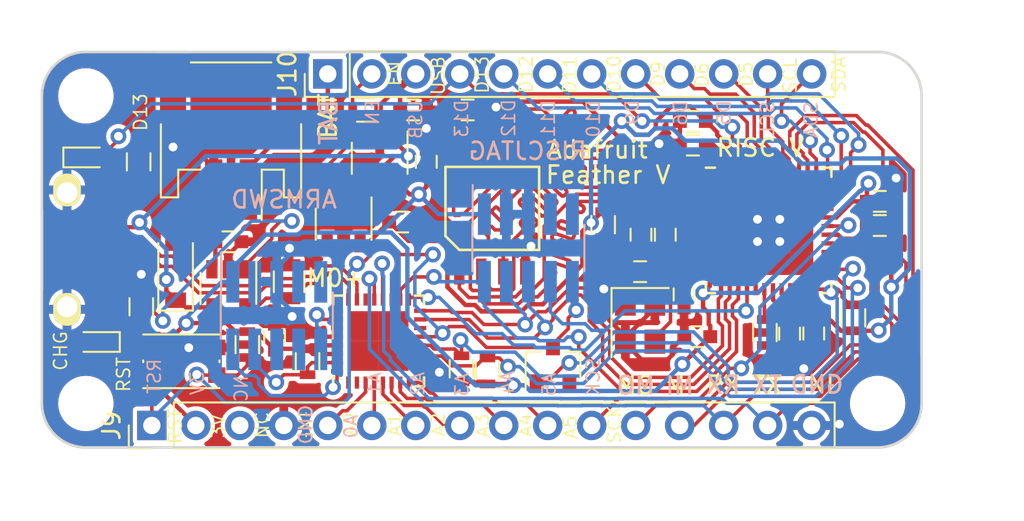
<source format=kicad_pcb>
(kicad_pcb (version 20221018) (generator pcbnew)
  (layers (0 "F.Cu" signal) (31 "B.Cu" signal) (34 "B.Paste" user) (35 "F.Paste" user) (36 "B.SilkS" user "B.Silkscreen") (37 "F.SilkS" user "F.Silkscreen") (38 "B.Mask" user) (39 "F.Mask" user) (44 "Edge.Cuts" user))
  (net 0 "")
  (net 1 "Net-(U1-Pad33)")
  (net 2 "Net-(U1-Pad27)")
  (net 3 "Net-(U1-Pad21)")
  (net 4 "Net-(U1-Pad20)")
  (net 5 "Net-(U1-Pad17)")
  (net 6 "+3V3")
  (net 7 "/FLASH_CS")
  (net 8 "/FLASH_IO3")
  (net 9 "/FLASH_IO1")
  (net 10 "/FLASH_SCK")
  (net 11 "/FLASH_IO2")
  (net 12 "/FLASH_IO0")
  (net 13 "GND")
  (net 14 "+1V8")
  (net 15 "Net-(C5-Pad2)")
  (net 16 "Net-(R2-Pad1)")
  (net 17 "/riscReset")
  (net 18 "Net-(C3-Pad1)")
  (net 19 "Net-(C2-Pad1)")
  (net 20 "+5V")
  (net 21 "Net-(U3-Pad4)")
  (net 22 "/M0_SWDIO")
  (net 23 "/M0_SWCLK")
  (net 24 "Net-(U5-Pad27)")
  (net 25 "Net-(U5-Pad25)")
  (net 26 "Net-(U5-Pad22)")
  (net 27 "Net-(U5-Pad19)")
  (net 28 "+BATT")
  (net 29 "Net-(J1-Pad4)")
  (net 30 "/EN")
  (net 31 "/D13")
  (net 32 "/CHARGE")
  (net 33 "Net-(D3-Pad1)")
  (net 34 "Net-(D2-Pad1)")
  (net 35 "Net-(R9-Pad1)")
  (net 36 "Net-(U4-Pad4)")
  (net 37 "/riscTX")
  (net 38 "/riscRX")
  (net 39 "/riscJTAG_TDI")
  (net 40 "/riscJTAG_TMS")
  (net 41 "/riscJTAG_TDO")
  (net 42 "/riscJTAG_TCK")
  (net 43 "/riscMISO")
  (net 44 "/riscMOSI")
  (net 45 "/riscSCK")
  (net 46 "/D6")
  (net 47 "/D5")
  (net 48 "/riscSCL")
  (net 49 "/riscSDA")
  (net 50 "/D12")
  (net 51 "/D11")
  (net 52 "/D10")
  (net 53 "/D9")
  (net 54 "/A5")
  (net 55 "/A4")
  (net 56 "/A3")
  (net 57 "/A2")
  (net 58 "/A1")
  (net 59 "/A0")
  (net 60 "/sharedSCL")
  (net 61 "/sharedSDA")
  (net 62 "/USB_D-")
  (net 63 "/USB_D+")
  (net 64 "Net-(U1-Pad45)")
  (net 65 "Net-(U5-Pad2)")
  (net 66 "Net-(U5-Pad1)")
  (net 67 "Net-(J8-Pad9)")
  (net 68 "Net-(J8-Pad7)")
  (net 69 "Net-(J7-Pad6)")
  (net 70 "Net-(J7-Pad7)")
  (net 71 "Net-(J7-Pad8)")
  (net 72 "Net-(J7-Pad9)")
  (net 73 "/M0_RST")
  (net 74 "Net-(D4-Pad2)")
  (net 75 "Net-(U5-Pad14)")
  (net 76 "Net-(J9-Pad3)")
  (net 77 "Net-(C5-Pad1)")
  (net 78 "Net-(U1-Pad22)")
  (footprint "Housings_DFN_QFN:QFN-48-1EP_7x7mm_Pitch0.5mm" (layer "F.Cu") (at 133.4076 71.276)
    (fp_text reference "U1" hide)
    (fp_text value "E310-G000")
  )
  (footprint "flash:SOIC-8" (layer "F.Cu") (at 117.4496 70.0024)
    (fp_text reference "U2" hide)
    (fp_text value "IS25LPXXX")
  )
  (footprint "Housings_DFN_QFN:QFN-32-1EP_5x5mm_Pitch0.5mm" (layer "F.Cu") (at 110.884 77.6706 90)
    (fp_text reference "U5" hide)
    (fp_text value "SAMD21E")
  )
  (footprint "Diodes_SMD:D_SOD-123" (layer "F.Cu") (at 99.1616 73.66 90)
    (fp_text reference "D1" hide)
    (fp_text value "MBR120")
  )
  (footprint "Connectors_JST:JST_PH_S2B-PH-SM4-TB_02x2.00mm_Angled" (layer "F.Cu") (at 102.362 66.04 180)
    (fp_text reference "J2" hide)
    (fp_text value "CONN_01X02")
  )
  (footprint "fci:Mini-USB-B-OshPark" (layer "F.Cu") (at 92.8925 72.39 -90)
    (fp_text reference "J1" hide)
    (fp_text value "USB_OTG")
  )
  (footprint "Mounting_Holes:MountingHole_2.7mm_M2.5" (layer "F.Cu") (at 93.98 63.5)
    (fp_text reference "J6" hide)
    (fp_text value "CONN_01X01")
  )
  (footprint "Mounting_Holes:MountingHole_2.7mm_M2.5" (layer "F.Cu") (at 93.98 81.28)
    (fp_text reference "J5" hide)
    (fp_text value "CONN_01X01")
  )
  (footprint "Mounting_Holes:MountingHole_2.7mm_M2.5" (layer "F.Cu") (at 139.7 63.5)
    (fp_text reference "J4" hide)
    (fp_text value "CONN_01X01")
  )
  (footprint "Mounting_Holes:MountingHole_2.7mm_M2.5" (layer "F.Cu") (at 139.7 81.28)
    (fp_text reference "J3" hide)
    (fp_text value "CONN_01X01")
  )
  (footprint "Resistors_SMD:R_0603" (layer "F.Cu") (at 97.028 67.31 -90)
    (fp_text reference "R8" hide)
    (fp_text value "1k")
  )
  (footprint "Resistors_SMD:R_0603" (layer "F.Cu") (at 97.1804 75.692 90)
    (fp_text reference "R5" hide)
    (fp_text value "1k")
  )
  (footprint "Resistors_SMD:R_0603" (layer "F.Cu") (at 110.1344 64.3128 180)
    (fp_text reference "R4" hide)
    (fp_text value "100k")
  )
  (footprint "Resistors_SMD:R_0603" (layer "F.Cu") (at 138.303 76.327 90)
    (fp_text reference "R3" hide)
    (fp_text value "100k")
  )
  (footprint "Resistors_SMD:R_0603" (layer "F.Cu") (at 133.18998 77.18044 -90)
    (fp_text reference "R2" hide)
    (fp_text value "100k")
  )
  (footprint "Resistors_SMD:R_0603" (layer "F.Cu") (at 123.8504 70.9422 90)
    (fp_text reference "R1" hide)
    (fp_text value "100")
  )
  (footprint "Crystals:Crystal_SMD_TXC_7M-4pin_3.2x2.5mm" (layer "F.Cu") (at 125.984 76.6064 -90)
    (fp_text reference "Y1" hide)
    (fp_text value "Crystal_GND24_Small")
  )
  (footprint "Capacitors_SMD:C_0603" (layer "F.Cu") (at 102.2096 71.9328)
    (fp_text reference "C20" hide)
    (fp_text value "10uF")
  )
  (footprint "Capacitors_SMD:C_0603" (layer "F.Cu") (at 112.8776 64.3128)
    (fp_text reference "C19" hide)
    (fp_text value "10uF")
  )
  (footprint "Capacitors_SMD:C_0603" (layer "F.Cu") (at 104.8766 77.4192 -90)
    (fp_text reference "C18" hide)
    (fp_text value "1uF")
  )
  (footprint "Capacitors_SMD:C_0603" (layer "F.Cu") (at 112.2426 70.7898)
    (fp_text reference "C16" hide)
    (fp_text value "10uF")
  )
  (footprint "Capacitors_SMD:C_0603" (layer "F.Cu") (at 113.6396 67.31 90)
    (fp_text reference "C14" hide)
    (fp_text value "10uF")
  )
  (footprint "Capacitors_SMD:C_0603" (layer "F.Cu") (at 116.0272 64.3128)
    (fp_text reference "C13" hide)
    (fp_text value ".1uF")
  )
  (footprint "Capacitors_SMD:C_0603" (layer "F.Cu") (at 139.827 70.993 180)
    (fp_text reference "C12" hide)
    (fp_text value ".1uF")
  )
  (footprint "Capacitors_SMD:C_0603" (layer "F.Cu") (at 139.827 69.596 180)
    (fp_text reference "C11" hide)
    (fp_text value ".1uF")
  )
  (footprint "Capacitors_SMD:C_0603" (layer "F.Cu") (at 136.01192 77.23378 90)
    (fp_text reference "C10" hide)
    (fp_text value ".1uF")
  )
  (footprint "Capacitors_SMD:C_0603" (layer "F.Cu") (at 129.032 64.9732)
    (fp_text reference "C9" hide)
    (fp_text value ".1uF")
  )
  (footprint "Capacitors_SMD:C_0603" (layer "F.Cu") (at 129.032 66.3448 180)
    (fp_text reference "C8" hide)
    (fp_text value ".1uF")
  )
  (footprint "Capacitors_SMD:C_0603" (layer "F.Cu") (at 126.0348 71.5264 90)
    (fp_text reference "C7" hide)
    (fp_text value ".1uF")
  )
  (footprint "Capacitors_SMD:C_0603" (layer "F.Cu") (at 129.286 77.4192)
    (fp_text reference "C6" hide)
    (fp_text value ".1uF")
  )
  (footprint "Capacitors_SMD:C_0603" (layer "F.Cu") (at 127.43942 71.5264 90)
    (fp_text reference "C5" hide)
    (fp_text value ".1uF")
  )
  (footprint "Capacitors_SMD:C_0603" (layer "F.Cu") (at 134.61746 77.24394 -90)
    (fp_text reference "C4" hide)
    (fp_text value "10uF")
  )
  (footprint "Capacitors_SMD:C_0603" (layer "F.Cu") (at 128.524 74.9808 -90)
    (fp_text reference "C3" hide)
    (fp_text value "12pF")
  )
  (footprint "Capacitors_SMD:C_0603" (layer "F.Cu") (at 125.984 73.66 180)
    (fp_text reference "C2" hide)
    (fp_text value "12pF")
  )
  (footprint "Diodes_SMD:D_0603" (layer "F.Cu") (at 94.6404 77.724 180)
    (fp_text reference "D2" hide)
    (fp_text value "Yellow")
  )
  (footprint "Diodes_SMD:D_0603" (layer "F.Cu") (at 93.98 67.056)
    (fp_text reference "D3" hide)
    (fp_text value "Red")
  )
  (footprint "Resistors_SMD:R_0603" (layer "F.Cu") (at 117.1702 79.4004 90)
    (fp_text reference "R7" hide)
    (fp_text value "4.7k")
  )
  (footprint "Resistors_SMD:R_0603" (layer "F.Cu") (at 115.6716 79.2734 90)
    (fp_text reference "R6" hide)
    (fp_text value "4.7k")
  )
  (footprint "TO_SOT_Packages_SMD:SOT-23-5" (layer "F.Cu") (at 102.2096 74.6252 -90)
    (fp_text reference "U6" hide)
    (fp_text value "MCP73831")
  )
  (footprint "TO_SOT_Packages_SMD:SOT-23-5" (layer "F.Cu") (at 108.8644 70.9168 -90)
    (fp_text reference "U4" hide)
    (fp_text value "SPX3819M5-L-1-8/TR")
  )
  (footprint "TO_SOT_Packages_SMD:SOT-23-5" (layer "F.Cu") (at 110.9472 67.1068 -90)
    (fp_text reference "U3" hide)
    (fp_text value "SPX3819M5-L-3-3/TR")
  )
  (footprint "Resistors_SMD:R_0603" (layer "F.Cu") (at 106.7816 78.867 -90)
    (fp_text reference "R10" hide)
    (fp_text value "1k")
  )
  (footprint "Buttons_Switches_SMD:SW_SPST_KMR2" (layer "F.Cu") (at 99.4918 78.8416)
    (fp_text reference "SW1" hide)
    (fp_text value "SW_Push")
  )
  (footprint "Resistors_SMD:R_0805" (layer "F.Cu") (at 105.7148 74.2442 90)
    (fp_text reference "R9" hide)
    (fp_text value "10k")
  )
  (footprint "Resistors_SMD:R_0603" (layer "F.Cu") (at 103.3018 77.8764 -90)
    (fp_text reference "R11" hide)
    (fp_text value "100k")
  )
  (footprint "Diodes_SMD:D_SOT-23_ANK" (layer "F.Cu") (at 120.9548 79.0448 90)
    (fp_text reference "D4" hide)
    (fp_text value "D_Small")
  )
  (footprint "Pin_Headers:Pin_Header_Straight_1x16_Pitch2.54mm" (layer "F.Cu") (at 97.79 82.55 90)
    (fp_text reference "J9")
    (fp_text value "FeatherBottom")
  )
  (footprint "Pin_Headers:Pin_Header_Straight_1x12_Pitch2.54mm" (layer "F.Cu") (at 107.95 62.23 90)
    (fp_text reference "J10")
    (fp_text value "FeatherTop")
  )
  (footprint "Pin_Headers:Pin_Header_Straight_2x05_Pitch1.27mm_SMD" (layer "B.Cu") (at 119.5324 72.2884 -90)
    (fp_text reference "J8" hide)
    (fp_text value "CONN_02X05")
  )
  (footprint "Pin_Headers:Pin_Header_Straight_2x05_Pitch1.27mm_SMD" (layer "B.Cu") (at 105.0036 76.2 -90)
    (fp_text reference "J7" hide)
    (fp_text value "CONN_02X05")
  )
  (gr_line (start 93.98 60.96) (end 139.7 60.96) (stroke (width 0.15)) (layer "Edge.Cuts"))
  (gr_arc (start 93.98 83.82) (mid 92.183949 83.076051) (end 91.44 81.28) (stroke (width 0.15)) (layer "Edge.Cuts"))
  (gr_arc (start 139.7 60.96) (mid 141.496051 61.703949) (end 142.24 63.5) (stroke (width 0.15)) (layer "Edge.Cuts"))
  (gr_line (start 142.24 63.5) (end 142.24 81.28) (stroke (width 0.15)) (layer "Edge.Cuts"))
  (gr_arc (start 142.24 81.28) (mid 141.496051 83.076051) (end 139.7 83.82) (stroke (width 0.15)) (layer "Edge.Cuts"))
  (gr_arc (start 91.44 63.5) (mid 92.183949 61.703949) (end 93.98 60.96) (stroke (width 0.15)) (layer "Edge.Cuts"))
  (gr_line (start 91.44 81.28) (end 91.44 63.5) (stroke (width 0.15)) (layer "Edge.Cuts"))
  (gr_line (start 139.7 83.82) (end 93.98 83.82) (stroke (width 0.15)) (layer "Edge.Cuts"))
  (gr_text "BAT" (at 107.99572 65.02908 90) (layer "B.SilkS") (effects (font (size 1 1)) (justify mirror)))
  (gr_text "EN" (at 110.53064 64.4652 90) (layer "B.SilkS") (effects (font (size 0.75 0.75) (thickness 0.1)) (justify mirror)))
  (gr_text "USB" (at 113.02492 64.8716 90) (layer "B.SilkS") (effects (font (size 0.75 0.75) (thickness 0.1)) (justify mirror)))
  (gr_text "D13" (at 115.67668 64.81572 90) (layer "B.SilkS") (effects (font (size 0.75 0.75) (thickness 0.1)) (justify mirror)))
  (gr_text "D12" (at 118.3894 64.78016 90) (layer "B.SilkS") (effects (font (size 0.75 0.75) (thickness 0.1)) (justify mirror)))
  (gr_text "D11" (at 120.68048 64.8208 90) (layer "B.SilkS") (effects (font (size 0.75 0.75) (thickness 0.1)) (justify mirror)))
  (gr_text "D10" (at 123.28144 64.8208 90) (layer "B.SilkS") (effects (font (size 0.75 0.75) (thickness 0.1)) (justify mirror)))
  (gr_text "D9" (at 125.53188 64.45504 90) (layer "B.SilkS") (effects (font (size 0.75 0.75) (thickness 0.1)) (justify mirror)))
  (gr_text "D6" (at 128.31572 64.49568 90) (layer "B.SilkS") (effects (font (size 0.75 0.75) (thickness 0.1)) (justify mirror)))
  (gr_text "D5" (at 130.83032 64.47536 90) (layer "B.SilkS") (effects (font (size 0.75 0.75) (thickness 0.1)) (justify mirror)))
  (gr_text "SCL" (at 133.33984 64.83096 90) (layer "B.SilkS") (effects (font (size 0.75 0.75) (thickness 0.1)) (justify mirror)))
  (gr_text "SDA" (at 135.85952 64.87668 90) (layer "B.SilkS") (effects (font (size 0.75 0.75) (thickness 0.1)) (justify mirror)))
  (gr_text "GND" (at 136.1948 80.1878) (layer "B.SilkS") (effects (font (size 1 1)) (justify mirror)))
  (gr_text "TX" (at 133.3246 80.2132) (layer "B.SilkS") (effects (font (size 1 1)) (justify mirror)))
  (gr_text "RX" (at 130.7846 80.2132) (layer "B.SilkS") (effects (font (size 1 1)) (justify mirror)))
  (gr_text "MI" (at 128.27 80.264) (layer "B.SilkS") (effects (font (size 1 1)) (justify mirror)))
  (gr_text "MO" (at 125.73 80.2386) (layer "B.SilkS") (effects (font (size 1 1)) (justify mirror)))
  (gr_text "SCK" (at 123.27128 79.73568 90) (layer "B.SilkS") (effects (font (size 0.75 0.75) (thickness 0.1)) (justify mirror)))
  (gr_text "A5" (at 120.73128 80.17764 90) (layer "B.SilkS") (effects (font (size 0.75 0.75) (thickness 0.1)) (justify mirror)))
  (gr_text "A4" (at 118.3132 80.07604 90) (layer "B.SilkS") (effects (font (size 0.75 0.75) (thickness 0.1)) (justify mirror)))
  (gr_text "A3" (at 115.697 80.19796 90) (layer "B.SilkS") (effects (font (size 0.75 0.75) (thickness 0.1)) (justify mirror)))
  (gr_text "A2" (at 113.14176 80.137 90) (layer "B.SilkS") (effects (font (size 0.75 0.75) (thickness 0.1)) (justify mirror)))
  (gr_text "A1" (at 110.66272 80.137 90) (layer "B.SilkS") (effects (font (size 0.75 0.75) (thickness 0.1)) (justify mirror)))
  (gr_text "A0" (at 109.28604 82.61604 90) (layer "B.SilkS") (effects (font (size 0.75 0.75) (thickness 0.1)) (justify mirror)))
  (gr_text "GND" (at 106.66984 82.50428 90) (layer "B.SilkS") (effects (font (size 0.75 0.75) (thickness 0.1)) (justify mirror)))
  (gr_text "NC" (at 102.9462 80.42148 90) (layer "B.SilkS") (effects (font (size 0.75 0.75) (thickness 0.1)) (justify mirror)))
  (gr_text "3V" (at 100.4062 80.11668 90) (layer "B.SilkS") (effects (font (size 0.75 0.75) (thickness 0.1)) (justify mirror)))
  (gr_text "RST" (at 97.93224 79.71028 90) (layer "B.SilkS") (effects (font (size 0.75 0.75) (thickness 0.1)) (justify mirror)))
  (gr_text "ARMSWD" (at 105.42016 69.48932) (layer "B.SilkS") (effects (font (size 1 1)) (justify mirror)))
  (gr_text "RISCJTAG" (at 119.49684 66.69024) (layer "B.SilkS") (effects (font (size 1 1)) (justify mirror)))
  (gr_text "MI" (at 128.27 80.264) (layer "F.SilkS") (effects (font (size 1 1))))
  (gr_text "MO" (at 125.73 80.2386) (layer "F.SilkS") (effects (font (size 1 1))))
  (gr_text "SCK" (at 124.50572 82.49412 90) (layer "F.SilkS") (effects (font (size 0.75 0.75) (thickness 0.1))))
  (gr_text "A5" (at 121.9454 82.6516 90) (layer "F.SilkS") (effects (font (size 0.75 0.75) (thickness 0.1))))
  (gr_text "USB" (at 114.3254 62.3316 90) (layer "F.SilkS") (effects (font (size 0.75 0.75) (thickness 0.1))))
  (gr_text "BAT" (at 107.95 64.6684 90) (layer "F.SilkS") (effects (font (size 1 1))))
  (gr_text "EN" (at 111.8108 62.2046 90) (layer "F.SilkS") (effects (font (size 0.75 0.75) (thickness 0.1))))
  (gr_text "D13" (at 116.8654 62.2808 90) (layer "F.SilkS") (effects (font (size 0.75 0.75) (thickness 0.1))))
  (gr_text "D12" (at 119.4054 62.2554 90) (layer "F.SilkS") (effects (font (size 0.75 0.75) (thickness 0.1))))
  (gr_text "D11" (at 121.92 62.2808 90) (layer "F.SilkS") (effects (font (size 0.75 0.75) (thickness 0.1))))
  (gr_text "D10" (at 124.4854 62.23 90) (layer "F.SilkS") (effects (font (size 0.75 0.75) (thickness 0.1))))
  (gr_text "D9" (at 127.0254 62.23 90) (layer "F.SilkS") (effects (font (size 0.75 0.75) (thickness 0.1))))
  (gr_text "D6" (at 129.5654 62.2808 90) (layer "F.SilkS") (effects (font (size 0.75 0.75) (thickness 0.1))))
  (gr_text "D5" (at 132.1054 62.2554 90) (layer "F.SilkS") (effects (font (size 0.75 0.75) (thickness 0.1))))
  (gr_text "SCL" (at 134.6454 62.3316 90) (layer "F.SilkS") (effects (font (size 0.75 0.75) (thickness 0.1))))
  (gr_text "SDA" (at 137.4648 62.2808 90) (layer "F.SilkS") (effects (font (size 0.75 0.75) (thickness 0.1))))
  (gr_text "A4" (at 119.38 82.5246 90) (layer "F.SilkS") (effects (font (size 0.75 0.75) (thickness 0.1))))
  (gr_text "A3" (at 116.8908 82.55 90) (layer "F.SilkS") (effects (font (size 0.75 0.75) (thickness 0.1))))
  (gr_text "A2" (at 114.3254 82.4992 90) (layer "F.SilkS") (effects (font (size 0.75 0.75) (thickness 0.1))))
  (gr_text "A1" (at 111.8108 82.4992 90) (layer "F.SilkS") (effects (font (size 0.75 0.75) (thickness 0.1))))
  (gr_text "A0" (at 109.1946 82.4738 90) (layer "F.SilkS") (effects (font (size 0.75 0.75) (thickness 0.1))))
  (gr_text "GND" (at 106.68 82.4992 90) (layer "F.SilkS") (effects (font (size 0.75 0.75) (thickness 0.1))))
  (gr_text "NC" (at 104.1654 82.5246 90) (layer "F.SilkS") (effects (font (size 0.75 0.75) (thickness 0.1))))
  (gr_text "3V" (at 101.6508 82.6008 90) (layer "F.SilkS") (effects (font (size 0.75 0.75) (thickness 0.1))))
  (gr_text "RST" (at 99.1362 82.6008 90) (layer "F.SilkS") (effects (font (size 0.75 0.75) (thickness 0.1))))
  (gr_text "RST" (at 96.15932 79.6036 90) (layer "F.SilkS") (effects (font (size 0.75 0.75) (thickness 0.1))))
  (gr_text "CHG" (at 92.51696 78.24216 90) (layer "F.SilkS") (effects (font (size 0.75 0.75) (thickness 0.1))))
  (gr_text "D13" (at 97.13468 64.44488 90) (layer "F.SilkS") (effects (font (size 0.75 0.75) (thickness 0.1))))
  (gr_text "RISC V" (at 132.92836 66.50228) (layer "F.SilkS") (effects (font (size 1 1))))
  (gr_text "Feather V" (at 124.13996 68.06692) (layer "F.SilkS") (effects (font (size 1 1))))
  (gr_text "M0+" (at 108.39704 74.03084) (layer "F.SilkS") (effects (font (size 1 1))))
  (gr_text "RX" (at 130.7846 80.2132) (layer "F.SilkS") (effects (font (size 1 1))))
  (gr_text "TX" (at 133.3246 80.2132) (layer "F.SilkS") (effects (font (size 1 1))))
  (gr_text "GND" (at 136.1948 80.1878) (layer "F.SilkS") (effects (font (size 1 1))))
  (gr_text "Adafruit" (at 123.51512 66.60388) (layer "F.SilkS") (effects (font (size 1 1))))
  (segment (start 117.1702 80.1504) (end 117.237446 80.1504) (width 0.254) (layer "F.Cu") (net 6))
  (segment (start 96.652401 77.261399) (end 98.205961 77.261399) (width 0.254) (layer "F.Cu") (net 6))
  (segment (start 130.0076 73.526) (end 129.437023 73.526) (width 0.254) (layer "F.Cu") (net 6))
  (segment (start 99.085401 77.317599) (end 99.314001 77.088999) (width 0.254) (layer "F.Cu") (net 6))
  (segment (start 114.625398 80.365602) (end 114.9676 80.0234) (width 0.254) (layer "F.Cu") (net 6))
  (segment (start 98.262161 77.317599) (end 98.5012 77.317599) (width 0.254) (layer "F.Cu") (net 6))
  (segment (start 115.353401 65.018001) (end 115.982399 65.018001) (width 0.254) (layer "F.Cu") (net 6))
  (segment (start 138.244771 69.596) (end 138.423 69.596) (width 0.254) (layer "F.Cu") (net 6))
  (segment (start 129.619373 75.732573) (end 129.619373 75.532394) (width 0.254) (layer "F.Cu") (net 6))
  (segment (start 103.8338 77.1264) (end 104.8766 78.1692) (width 0.254) (layer "F.Cu") (net 6))
  (segment (start 129.2352 73.727823) (end 129.2352 73.8576) (width 0.254) (layer "F.Cu") (net 6))
  (segment (start 131.1576 67.876) (end 131.1576 67.272) (width 0.254) (layer "F.Cu") (net 6))
  (segment (start 108.4774 77.9272) (end 108.484 77.9206) (width 0.254) (layer "F.Cu") (net 6))
  (segment (start 128.879599 78.550355) (end 128.4224 79.007554) (width 0.254) (layer "F.Cu") (net 6))
  (segment (start 103.3018 77.1264) (end 103.8338 77.1264) (width 0.254) (layer "F.Cu") (net 6))
  (segment (start 126.573668 67.052413) (end 125.739044 66.217789) (width 0.254) (layer "F.Cu") (net 6))
  (segment (start 98.5012 77.317599) (end 98.5012 80.7212) (width 0.254) (layer "F.Cu") (net 6))
  (segment (start 102.5978 77.1264) (end 103.3018 77.1264) (width 0.254) (layer "F.Cu") (net 6))
  (segment (start 128.924616 78.505584) (end 128.92437 78.505584) (width 0.254) (layer "F.Cu") (net 6))
  (segment (start 114.9676 80.0234) (end 115.6716 80.0234) (width 0.254) (layer "F.Cu") (net 6))
  (segment (start 99.314001 77.088999) (end 99.7712 76.6318) (width 0.254) (layer "F.Cu") (net 6))
  (segment (start 102.1032 76.6318) (end 102.5978 77.1264) (width 0.254) (layer "F.Cu") (net 6))
  (segment (start 125.069589 66.217789) (end 122.682 63.8302) (width 0.254) (layer "F.Cu") (net 6))
  (segment (start 115.6716 80.0234) (end 117.0432 80.0234) (width 0.254) (layer "F.Cu") (net 6))
  (segment (start 108.484 78.4206) (end 107.0852 78.4206) (width 0.254) (layer "F.Cu") (net 6))
  (segment (start 129.4036 74.026) (end 130.0076 74.026) (width 0.254) (layer "F.Cu") (net 6))
  (segment (start 139.077 69.596) (end 139.102 69.596) (width 0.254) (layer "F.Cu") (net 6))
  (segment (start 139.077 69.596) (end 139.077 68.6442) (width 0.254) (layer "F.Cu") (net 6))
  (segment (start 108.484 77.9206) (end 106.978 77.9206) (width 0.254) (layer "F.Cu") (net 6))
  (segment (start 115.5446 66.8024) (end 114.287 68.06) (width 0.254) (layer "F.Cu") (net 6))
  (segment (start 117.1702 80.1504) (end 118.588774 80.1504) (width 0.254) (layer "F.Cu") (net 6))
  (segment (start 130.036 76.7902) (end 130.036 77.4192) (width 0.254) (layer "F.Cu") (net 6))
  (segment (start 113.284 79.484402) (end 114.038303 80.238705) (width 0.254) (layer "F.Cu") (net 6))
  (segment (start 131.1576 67.272) (end 130.2304 66.3448) (width 0.254) (layer "F.Cu") (net 6))
  (segment (start 136.8076 70.526) (end 137.314771 70.526) (width 0.254) (layer "F.Cu") (net 6))
  (segment (start 114.314882 80.365602) (end 114.625398 80.365602) (width 0.254) (layer "F.Cu") (net 6))
  (segment (start 138.423 69.596) (end 139.077 69.596) (width 0.254) (layer "F.Cu") (net 6))
  (segment (start 129.2352 73.8576) (end 129.4036 74.026) (width 0.254) (layer "F.Cu") (net 6))
  (segment (start 130.2304 66.3448) (end 129.782 66.3448) (width 0.254) (layer "F.Cu") (net 6))
  (segment (start 115.5446 66.3524) (end 115.5446 66.8024) (width 0.254) (layer "F.Cu") (net 6))
  (segment (start 130.036 77.4192) (end 130.011 77.4192) (width 0.254) (layer "F.Cu") (net 6))
  (segment (start 93.7904 77.724) (end 93.7904 77.824) (width 0.254) (layer "F.Cu") (net 6))
  (segment (start 96.393 77.5208) (end 96.652401 77.261399) (width 0.254) (layer "F.Cu") (net 6))
  (segment (start 129.757 66.3448) (end 129.049387 67.052413) (width 0.254) (layer "F.Cu") (net 6))
  (segment (start 129.9464 76.7006) (end 130.036 76.7902) (width 0.254) (layer "F.Cu") (net 6))
  (segment (start 118.588774 80.1504) (end 118.665152 80.226778) (width 0.254) (layer "F.Cu") (net 6))
  (segment (start 129.049387 67.052413) (end 126.573668 67.052413) (width 0.254) (layer "F.Cu") (net 6))
  (segment (start 98.205961 77.261399) (end 98.262161 77.317599) (width 0.254) (layer "F.Cu") (net 6))
  (segment (start 104.9288 78.117) (end 104.8766 78.1692) (width 0.254) (layer "F.Cu") (net 6))
  (segment (start 130.0076 74.026) (end 130.0076 74.497589) (width 0.254) (layer "F.Cu") (net 6))
  (segment (start 115.5446 65.4558) (end 115.5446 66.3524) (width 0.254) (layer "F.Cu") (net 6))
  (segment (start 125.739044 66.217789) (end 125.069589 66.217789) (width 0.254) (layer "F.Cu") (net 6))
  (segment (start 114.038303 80.238705) (end 114.187985 80.238705) (width 0.254) (layer "F.Cu") (net 6))
  (segment (start 117.0432 80.0234) (end 117.1702 80.1504) (width 0.254) (layer "F.Cu") (net 6))
  (segment (start 115.2772 64.3128) (end 115.2772 64.9418) (width 0.254) (layer "F.Cu") (net 6))
  (segment (start 111.8972 68.2068) (end 111.8972 68.4118) (width 0.254) (layer "F.Cu") (net 6))
  (segment (start 113.4928 68.2068) (end 113.6396 68.06) (width 0.254) (layer "F.Cu") (net 6))
  (segment (start 113.284 79.4206) (end 113.284 79.484402) (width 0.254) (layer "F.Cu") (net 6))
  (segment (start 98.5012 80.7212) (end 100.33 82.55) (width 0.254) (layer "F.Cu") (net 6))
  (segment (start 122.682 63.8302) (end 119.092735 63.8302) (width 0.254) (layer "F.Cu") (net 6))
  (segment (start 119.092735 63.8302) (end 117.904934 65.018001) (width 0.254) (layer "F.Cu") (net 6))
  (segment (start 114.187985 80.238705) (end 114.314882 80.365602) (width 0.254) (layer "F.Cu") (net 6))
  (segment (start 130.011 77.4192) (end 128.924616 78.505584) (width 0.254) (layer "F.Cu") (net 6))
  (segment (start 106.7816 78.117) (end 104.9288 78.117) (width 0.254) (layer "F.Cu") (net 6))
  (segment (start 129.619373 75.532394) (end 129.619373 74.885816) (width 0.254) (layer "F.Cu") (net 6))
  (segment (start 129.437023 73.526) (end 129.2352 73.727823) (width 0.254) (layer "F.Cu") (net 6))
  (segment (start 112.675 69.1896) (end 113.2078 69.1896) (width 0.254) (layer "F.Cu") (net 6))
  (segment (start 130.0076 74.497589) (end 129.619373 74.885816) (width 0.254) (layer "F.Cu") (net 6))
  (segment (start 104.8766 78.1692) (end 105.1186 77.9272) (width 0.254) (layer "F.Cu") (net 6))
  (segment (start 113.6396 68.7578) (end 113.2078 69.1896) (width 0.254) (layer "F.Cu") (net 6))
  (segment (start 111.8972 68.4118) (end 112.675 69.1896) (width 0.254) (layer "F.Cu") (net 6))
  (segment (start 107.0852 78.4206) (end 106.7816 78.117) (width 0.254) (layer "F.Cu") (net 6))
  (segment (start 93.7904 77.824) (end 94.420601 78.454201) (width 0.254) (layer "F.Cu") (net 6))
  (segment (start 117.904934 65.018001) (end 115.982399 65.018001) (width 0.254) (layer "F.Cu") (net 6))
  (segment (start 129.9464 76.0596) (end 129.9464 76.0846) (width 0.254) (layer "F.Cu") (net 6))
  (segment (start 128.92437 78.505584) (end 128.879599 78.550355) (width 0.254) (layer "F.Cu") (net 6))
  (segment (start 129.9464 76.0596) (end 129.619373 75.732573) (width 0.254) (layer "F.Cu") (net 6))
  (segment (start 99.7712 76.6318) (end 102.1032 76.6318) (width 0.254) (layer "F.Cu") (net 6))
  (segment (start 111.8972 68.2068) (end 113.4928 68.2068) (width 0.254) (layer "F.Cu") (net 6))
  (segment (start 128.924616 78.505584) (end 128.9304 78.511368) (width 0.254) (layer "F.Cu") (net 6))
  (segment (start 98.5012 77.317599) (end 99.085401 77.317599) (width 0.254) (layer "F.Cu") (net 6))
  (segment (start 113.6396 68.06) (end 113.6396 68.7578) (width 0.254) (layer "F.Cu") (net 6))
  (segment (start 106.978 77.9206) (end 106.7816 78.117) (width 0.254) (layer "F.Cu") (net 6))
  (segment (start 139.077 68.6442) (end 139.1666 68.5546) (width 0.254) (layer "F.Cu") (net 6))
  (segment (start 115.982399 65.018001) (end 115.5446 65.4558) (width 0.254) (layer "F.Cu") (net 6))
  (segment (start 137.314771 70.526) (end 138.244771 69.596) (width 0.254) (layer "F.Cu") (net 6))
  (segment (start 115.2772 64.9418) (end 115.353401 65.018001) (width 0.254) (layer "F.Cu") (net 6))
  (segment (start 96.054561 78.454201) (end 96.393 78.115762) (width 0.254) (layer "F.Cu") (net 6))
  (segment (start 114.2686 68.06) (end 113.6396 68.06) (width 0.254) (layer "F.Cu") (net 6))
  (segment (start 129.9464 76.0596) (end 129.9464 76.7006) (width 0.254) (layer "F.Cu") (net 6))
  (segment (start 94.420601 78.454201) (end 96.054561 78.454201) (width 0.254) (layer "F.Cu") (net 6))
  (segment (start 114.287 68.06) (end 114.2686 68.06) (width 0.254) (layer "F.Cu") (net 6))
  (segment (start 96.393 78.115762) (end 96.393 77.5208) (width 0.254) (layer "F.Cu") (net 6))
  (segment (start 129.782 66.3448) (end 129.757 66.3448) (width 0.254) (layer "F.Cu") (net 6))
  (via (at 139.1666 68.5546) (size 0.9144) (drill 0.508) (layers "F.Cu" "B.Cu") (net 6))
  (via (at 128.4224 79.007554) (size 0.9144) (drill 0.508) (layers "F.Cu" "B.Cu") (net 6))
  (via (at 118.665152 80.226778) (size 0.9144) (drill 0.508) (layers "F.Cu" "B.Cu") (net 6))
  (via (at 113.2078 69.1896) (size 0.9144) (drill 0.508) (layers "F.Cu" "B.Cu") (net 6))
  (via (at 129.619373 74.885816) (size 0.9144) (drill 0.508) (layers "F.Cu" "B.Cu") (net 6))
  (via (at 99.7712 76.6318) (size 0.9144) (drill 0.508) (layers "F.Cu" "B.Cu") (net 6))
  (segment (start 102.4636 74.25) (end 102.4636 73.425) (width 0.254) (layer "B.Cu") (net 6))
  (segment (start 116.472578 80.226778) (end 118.018574 80.226778) (width 0.254) (layer "B.Cu") (net 6))
  (segment (start 132.790128 74.8792) (end 138.657529 69.011799) (width 0.254) (layer "B.Cu") (net 6))
  (segment (start 132.783512 74.885816) (end 130.265951 74.885816) (width 0.254) (layer "B.Cu") (net 6))
  (segment (start 102.4636 74.25) (end 101.8346 74.25) (width 0.254) (layer "B.Cu") (net 6))
  (segment (start 113.664999 69.646799) (end 113.2078 69.1896) (width 0.254) (layer "B.Cu") (net 6))
  (segment (start 106.377234 71.399402) (end 110.413798 71.399402) (width 0.254) (layer "B.Cu") (net 6))
  (segment (start 101.8346 74.25) (end 99.7712 76.3134) (width 0.254) (layer "B.Cu") (net 6))
  (segment (start 112.5474 76.3016) (end 116.472578 80.226778) (width 0.254) (layer "B.Cu") (net 6))
  (segment (start 99.7712 76.3134) (end 99.7712 76.6318) (width 0.254) (layer "B.Cu") (net 6))
  (segment (start 114.3566 70.3384) (end 113.664999 69.646799) (width 0.254) (layer "B.Cu") (net 6))
  (segment (start 110.413798 71.399402) (end 111.607602 71.399402) (width 0.254) (layer "B.Cu") (net 6))
  (segment (start 110.997998 71.399402) (end 112.750601 69.646799) (width 0.254) (layer "B.Cu") (net 6))
  (segment (start 112.750601 69.646799) (end 113.2078 69.1896) (width 0.254) (layer "B.Cu") (net 6))
  (segment (start 110.413798 71.399402) (end 110.997998 71.399402) (width 0.254) (layer "B.Cu") (net 6))
  (segment (start 111.607602 71.399402) (end 112.5474 72.3392) (width 0.254) (layer "B.Cu") (net 6))
  (segment (start 130.265951 74.885816) (end 129.619373 74.885816) (width 0.254) (layer "B.Cu") (net 6))
  (segment (start 116.9924 70.3384) (end 114.3566 70.3384) (width 0.254) (layer "B.Cu") (net 6))
  (segment (start 102.4636 73.425) (end 104.367281 71.521319) (width 0.254) (layer "B.Cu") (net 6))
  (segment (start 138.709401 69.011799) (end 139.1666 68.5546) (width 0.254) (layer "B.Cu") (net 6))
  (segment (start 119.641929 80.556977) (end 119.31173 80.226778) (width 0.254) (layer "B.Cu") (net 6))
  (segment (start 128.4224 79.007554) (end 126.872977 80.556977) (width 0.254) (layer "B.Cu") (net 6))
  (segment (start 132.790128 74.8792) (end 132.7658 74.8792) (width 0.254) (layer "B.Cu") (net 6))
  (segment (start 132.790128 74.8792) (end 132.790128 74.880272) (width 0.254) (layer "B.Cu") (net 6))
  (segment (start 138.657529 69.011799) (end 138.709401 69.011799) (width 0.254) (layer "B.Cu") (net 6))
  (segment (start 118.018574 80.226778) (end 118.665152 80.226778) (width 0.254) (layer "B.Cu") (net 6))
  (segment (start 106.255317 71.521319) (end 106.377234 71.399402) (width 0.254) (layer "B.Cu") (net 6))
  (segment (start 119.31173 80.226778) (end 118.665152 80.226778) (width 0.254) (layer "B.Cu") (net 6))
  (segment (start 104.367281 71.521319) (end 106.255317 71.521319) (width 0.254) (layer "B.Cu") (net 6))
  (segment (start 126.872977 80.556977) (end 119.641929 80.556977) (width 0.254) (layer "B.Cu") (net 6))
  (segment (start 112.5474 72.3392) (end 112.5474 76.3016) (width 0.254) (layer "B.Cu") (net 6))
  (segment (start 132.790128 74.8792) (end 132.783512 74.885816) (width 0.254) (layer "B.Cu") (net 6))
  (segment (start 121.72046 73.384635) (end 121.119728 73.181411) (width 0.2032) (layer "F.Cu") (net 7))
  (segment (start 120.922214 71.780724) (end 120.950953 71.816003) (width 0.2032) (layer "F.Cu") (net 7))
  (segment (start 121.246648 70.957793) (end 121.257233 71.002047) (width 0.2032) (layer "F.Cu") (net 7))
  (segment (start 122.736719 70.078474) (end 122.726631 70.108299) (width 0.2032) (layer "F.Cu") (net 7))
  (segment (start 122.088355 71.728424) (end 122.055745 71.744548) (width 0.2032) (layer "F.Cu") (net 7))
  (segment (start 121.119728 73.181411) (end 121.084179 73.173685) (width 0.2032) (layer "F.Cu") (net 7))
  (segment (start 122.716828 69.917025) (end 122.735433 69.954655) (width 0.2032) (layer "F.Cu") (net 7))
  (segment (start 122.074209 70.53573) (end 122.100721 70.568275) (width 0.2032) (layer "F.Cu") (net 7))
  (segment (start 121.113787 71.468686) (end 121.068287 71.469159) (width 0.2032) (layer "F.Cu") (net 7))
  (segment (start 122.19116 72.471309) (end 122.171844 72.512509) (width 0.2032) (layer "F.Cu") (net 7))
  (segment (start 120.927306 72.666051) (end 120.963174 72.69405) (width 0.2032) (layer "F.Cu") (net 7))
  (segment (start 120.947966 71.528651) (end 120.919967 71.564519) (width 0.2032) (layer "F.Cu") (net 7))
  (segment (start 122.735433 69.954655) (end 122.745198 69.995479) (width 0.2032) (layer "F.Cu") (net 7))
  (segment (start 121.091325 73.772329) (end 120.9294 74.250993) (width 0.2032) (layer "F.Cu") (net 7))
  (segment (start 122.143845 72.548377) (end 122.108568 72.577115) (width 0.2032) (layer "F.Cu") (net 7))
  (segment (start 122.04112 70.5099) (end 122.074209 70.53573) (width 0.2032) (layer "F.Cu") (net 7))
  (segment (start 120.913777 73.283242) (end 120.887665 73.360428) (width 0.2032) (layer "F.Cu") (net 7))
  (segment (start 122.501715 69.603188) (end 122.492801 69.644207) (width 0.2032) (layer "F.Cu") (net 7))
  (segment (start 122.57198 70.234278) (end 122.530005 70.234714) (width 0.2032) (layer "F.Cu") (net 7))
  (segment (start 120.890988 71.650182) (end 120.891461 71.695682) (width 0.2032) (layer "F.Cu") (net 7))
  (segment (start 122.726631 70.108299) (end 122.708812 70.146307) (width 0.2032) (layer "F.Cu") (net 7))
  (segment (start 128.251485 69.603188) (end 122.501715 69.603188) (width 0.2032) (layer "F.Cu") (net 7))
  (segment (start 121.764925 73.394299) (end 121.72046 73.384635) (width 0.2032) (layer "F.Cu") (net 7))
  (segment (start 122.54812 69.797181) (end 122.581209 69.823012) (width 0.2032) (layer "F.Cu") (net 7))
  (segment (start 121.30614 71.078114) (end 121.342008 71.106113) (width 0.2032) (layer "F.Cu") (net 7))
  (segment (start 122.581209 69.823012) (end 122.657225 69.858649) (width 0.2032) (layer "F.Cu") (net 7))
  (segment (start 120.956557 73.550936) (end 121.022433 73.581821) (width 0.2032) (layer "F.Cu") (net 7))
  (segment (start 122.188225 71.531096) (end 122.1805 71.566646) (width 0.2032) (layer "F.Cu") (net 7))
  (segment (start 122.169596 72.296302) (end 122.189765 72.337091) (width 0.2032) (layer "F.Cu") (net 7))
  (segment (start 121.513439 70.740461) (end 121.468975 70.730797) (width 0.2032) (layer "F.Cu") (net 7))
  (segment (start 120.89632 72.414567) (end 120.877005 72.455766) (width 0.2032) (layer "F.Cu") (net 7))
  (segment (start 121.905505 70.415886) (end 121.932017 70.448432) (width 0.2032) (layer "F.Cu") (net 7))
  (segment (start 122.200823 72.426846) (end 122.19116 72.471309) (width 0.2032) (layer "F.Cu") (net 7))
  (segment (start 122.682981 70.179394) (end 122.650436 70.205907) (width 0.2032) (layer "F.Cu") (net 7))
  (segment (start 122.037529 70.83699) (end 121.996741 70.857158) (width 0.2032) (layer "F.Cu") (net 7))
  (segment (start 121.246175 70.912293) (end 121.246648 70.957793) (width 0.2032) (layer "F.Cu") (net 7))
  (segment (start 122.310919 70.167185) (end 122.133346 70.107113) (width 0.2032) (layer "F.Cu") (net 7))
  (segment (start 121.876697 70.295457) (end 121.877134 70.337432) (width 0.2032) (layer "F.Cu") (net 7))
  (segment (start 122.023523 72.607868) (end 121.978025 72.608341) (width 0.2032) (layer "F.Cu") (net 7))
  (segment (start 121.976665 73.12305) (end 121.98725 73.167304) (width 0.2032) (layer "F.Cu") (net 7))
  (segment (start 120.879939 73.395978) (end 120.880317 73.432355) (width 0.2032) (layer "F.Cu") (net 7))
  (segment (start 122.16326 71.426727) (end 122.179383 71.459339) (width 0.2032) (layer "F.Cu") (net 7))
  (segment (start 121.891891 73.018983) (end 121.927759 73.046982) (width 0.2032) (layer "F.Cu") (net 7))
  (segment (start 122.745198 69.995479) (end 122.745634 70.037454) (width 0.2032) (layer "F.Cu") (net 7))
  (segment (start 121.044641 72.319207) (end 121.000387 72.329793) (width 0.2032) (layer "F.Cu") (net 7))
  (segment (start 122.20035 72.381346) (end 122.200823 72.426846) (width 0.2032) (layer "F.Cu") (net 7))
  (segment (start 121.09014 72.318734) (end 121.044641 72.319207) (width 0.2032) (layer "F.Cu") (net 7))
  (segment (start 122.050351 70.098634) (end 122.009526 70.1084) (width 0.2032) (layer "F.Cu") (net 7))
  (segment (start 121.978025 72.608341) (end 121.93356 72.598679) (width 0.2032) (layer "F.Cu") (net 7))
  (segment (start 121.810425 73.393826) (end 121.764925 73.394299) (width 0.2032) (layer "F.Cu") (net 7))
  (segment (start 121.158252 71.47835) (end 121.113787 71.468686) (width 0.2032) (layer "F.Cu") (net 7))
  (segment (start 121.02802 71.863318) (end 122.06379 72.213711) (width 0.2032) (layer "F.Cu") (net 7))
  (segment (start 121.895702 70.224614) (end 121.885612 70.254437) (width 0.2032) (layer "F.Cu") (net 7))
  (segment (start 122.055745 71.744548) (end 122.020365 71.753011) (width 0.2032) (layer "F.Cu") (net 7))
  (segment (start 116.630163 75.158555) (end 116.097555 75.158555) (width 0.2032) (layer "F.Cu") (net 7))
  (segment (start 118.965121 75.520023) (end 116.991631 75.520023) (width 0.2032) (layer "F.Cu") (net 7))
  (segment (start 121.958744 73.298465) (end 121.930745 73.334333) (width 0.2032) (layer "F.Cu") (net 7))
  (segment (start 121.930745 73.334333) (end 121.895468 73.363073) (width 0.2032) (layer "F.Cu") (net 7))
  (segment (start 121.98725 73.167304) (end 121.987723 73.212802) (width 0.2032) (layer "F.Cu") (net 7))
  (segment (start 130.0076 70.526) (end 129.174297 70.526) (width 0.2032) (layer "F.Cu") (net 7))
  (segment (start 122.104991 72.233025) (end 122.140858 72.261024) (width 0.2032) (layer "F.Cu") (net 7))
  (segment (start 121.047802 73.174063) (end 121.012421 73.182527) (width 0.2032) (layer "F.Cu") (net 7))
  (segment (start 122.189765 72.337091) (end 122.20035 72.381346) (width 0.2032) (layer "F.Cu") (net 7))
  (segment (start 121.948438 71.745663) (end 121.158252 71.47835) (width 0.2032) (layer "F.Cu") (net 7))
  (segment (start 122.020365 71.753011) (end 121.983986 71.753388) (width 0.2032) (layer "F.Cu") (net 7))
  (segment (start 121.012421 73.182527) (end 120.97981 73.198651) (width 0.2032) (layer "F.Cu") (net 7))
  (segment (start 122.06379 72.213711) (end 122.104991 72.233025) (width 0.2032) (layer "F.Cu") (net 7))
  (segment (start 122.129529 70.688704) (end 122.120614 70.729724) (width 0.2032) (layer "F.Cu") (net 7))
  (segment (start 122.311414 70.165728) (end 122.310919 70.167185) (width 0.2032) (layer "F.Cu") (net 7))
  (segment (start 116.097555 75.158555) (end 115.5446 74.6056) (width 0.2032) (layer "F.Cu") (net 7))
  (segment (start 121.97806 73.257267) (end 121.958744 73.298465) (width 0.2032) (layer "F.Cu") (net 7))
  (segment (start 121.084179 73.173685) (end 121.047802 73.174063) (width 0.2032) (layer "F.Cu") (net 7))
  (segment (start 121.383207 71.125429) (end 122.078667 71.360697) (width 0.2032) (layer "F.Cu") (net 7))
  (segment (start 120.066781 75.113612) (end 119.371532 75.113612) (width 0.2032) (layer "F.Cu") (net 7))
  (segment (start 120.959598 72.34996) (end 120.924319 72.378699) (width 0.2032) (layer "F.Cu") (net 7))
  (segment (start 121.099051 73.73678) (end 121.091325 73.772329) (width 0.2032) (layer "F.Cu") (net 7))
  (segment (start 122.067778 72.597283) (end 122.023523 72.607868) (width 0.2032) (layer "F.Cu") (net 7))
  (segment (start 120.867341 72.50023) (end 120.867814 72.54573) (width 0.2032) (layer "F.Cu") (net 7))
  (segment (start 122.492801 69.644207) (end 122.493239 69.686182) (width 0.2032) (layer "F.Cu") (net 7))
  (segment (start 122.111608 71.376137) (end 122.140283 71.398523) (width 0.2032) (layer "F.Cu") (net 7))
  (segment (start 122.493239 69.686182) (end 122.503004 69.727006) (width 0.2032) (layer "F.Cu") (net 7))
  (segment (start 120.983245 71.499912) (end 120.947966 71.528651) (width 0.2032) (layer "F.Cu") (net 7))
  (segment (start 122.140283 71.398523) (end 122.16326 71.426727) (width 0.2032) (layer "F.Cu") (net 7))
  (segment (start 115.5446 74.6056) (end 115.5446 73.6524) (width 0.2032) (layer "F.Cu") (net 7))
  (segment (start 120.900652 71.605718) (end 120.890988 71.650182) (width 0.2032) (layer "F.Cu") (net 7))
  (segment (start 121.965106 70.474262) (end 122.04112 70.5099) (width 0.2032) (layer "F.Cu") (net 7))
  (segment (start 121.05111 73.604206) (end 121.074086 73.632412) (width 0.2032) (layer "F.Cu") (net 7))
  (segment (start 120.88878 73.467736) (end 120.904904 73.500346) (width 0.2032) (layer "F.Cu") (net 7))
  (segment (start 121.996741 70.857158) (end 121.952487 70.867744) (width 0.2032) (layer "F.Cu") (net 7))
  (segment (start 121.987723 73.212802) (end 121.97806 73.257267) (width 0.2032) (layer "F.Cu") (net 7))
  (segment (start 122.179383 71.459339) (end 122.187848 71.494719) (width 0.2032) (layer "F.Cu") (net 7))
  (segment (start 122.119327 70.605904) (end 122.129092 70.646729) (width 0.2032) (layer "F.Cu") (net 7))
  (segment (start 120.919967 71.564519) (end 120.900652 71.605718) (width 0.2032) (layer "F.Cu") (net 7))
  (segment (start 120.887665 73.360428) (end 120.879939 73.395978) (width 0.2032) (layer "F.Cu") (net 7))
  (segment (start 121.134605 72.328398) (end 121.09014 72.318734) (width 0.2032) (layer "F.Cu") (net 7))
  (segment (start 122.140858 72.261024) (end 122.169596 72.296302) (width 0.2032) (layer "F.Cu") (net 7))
  (segment (start 121.877134 70.337432) (end 121.886899 70.378257) (width 0.2032) (layer "F.Cu") (net 7))
  (segment (start 121.257233 71.002047) (end 121.277401 71.042835) (width 0.2032) (layer "F.Cu") (net 7))
  (segment (start 121.09021 73.665022) (end 121.098673 73.700403) (width 0.2032) (layer "F.Cu") (net 7))
  (segment (start 121.338432 70.762023) (end 121.303154 70.790762) (width 0.2032) (layer "F.Cu") (net 7))
  (segment (start 121.93356 72.598679) (end 121.134605 72.328398) (width 0.2032) (layer "F.Cu") (net 7))
  (segment (start 120.902046 71.739936) (end 120.922214 71.780724) (width 0.2032) (layer "F.Cu") (net 7))
  (segment (start 122.530005 70.234714) (end 122.488986 70.225799) (width 0.2032) (layer "F.Cu") (net 7))
  (segment (start 121.342008 71.106113) (end 121.383207 71.125429) (width 0.2032) (layer "F.Cu") (net 7))
  (segment (start 122.078667 71.360697) (end 122.111608 71.376137) (width 0.2032) (layer "F.Cu") (net 7))
  (segment (start 122.120614 70.729724) (end 122.120123 70.731185) (width 0.2032) (layer "F.Cu") (net 7))
  (segment (start 122.187848 71.494719) (end 122.188225 71.531096) (width 0.2032) (layer "F.Cu") (net 7))
  (segment (start 121.956497 73.08226) (end 121.976665 73.12305) (width 0.2032) (layer "F.Cu") (net 7))
  (segment (start 122.100807 70.772384) (end 122.072808 70.808252) (width 0.2032) (layer "F.Cu") (net 7))
  (segment (start 122.612806 70.224512) (end 122.57198 70.234278) (width 0.2032) (layer "F.Cu") (net 7))
  (segment (start 121.854678 73.383239) (end 121.810425 73.393826) (width 0.2032) (layer "F.Cu") (net 7))
  (segment (start 116.991631 75.520023) (end 116.630163 75.158555) (width 0.2032) (layer "F.Cu") (net 7))
  (segment (start 120.92922 73.250304) (end 120.913777 73.283242) (width 0.2032) (layer "F.Cu") (net 7))
  (segment (start 122.690314 69.88448) (end 122.716828 69.917025) (width 0.2032) (layer "F.Cu") (net 7))
  (segment (start 121.255839 70.867829) (end 121.246175 70.912293) (width 0.2032) (layer "F.Cu") (net 7))
  (segment (start 122.129092 70.646729) (end 122.129529 70.688704) (width 0.2032) (layer "F.Cu") (net 7))
  (segment (start 121.098673 73.700403) (end 121.099051 73.73678) (width 0.2032) (layer "F.Cu") (net 7))
  (segment (start 120.9294 74.250993) (end 120.066781 75.113612) (width 0.2032) (layer "F.Cu") (net 7))
  (segment (start 121.895468 73.363073) (end 121.854678 73.383239) (width 0.2032) (layer "F.Cu") (net 7))
  (segment (start 121.303154 70.790762) (end 121.275155 70.82663) (width 0.2032) (layer "F.Cu") (net 7))
  (segment (start 120.877005 72.455766) (end 120.867341 72.50023) (width 0.2032) (layer "F.Cu") (net 7))
  (segment (start 121.862522 70.858553) (end 121.513439 70.740461) (width 0.2032) (layer "F.Cu") (net 7))
  (segment (start 120.951605 73.221627) (end 120.92922 73.250304) (width 0.2032) (layer "F.Cu") (net 7))
  (segment (start 121.468975 70.730797) (end 121.423475 70.73127) (width 0.2032) (layer "F.Cu") (net 7))
  (segment (start 122.108568 72.577115) (end 122.067778 72.597283) (width 0.2032) (layer "F.Cu") (net 7))
  (segment (start 122.009526 70.1084) (end 121.971897 70.127005) (width 0.2032) (layer "F.Cu") (net 7))
  (segment (start 120.880317 73.432355) (end 120.88878 73.467736) (width 0.2032) (layer "F.Cu") (net 7))
  (segment (start 121.913522 70.186607) (end 121.895702 70.224614) (width 0.2032) (layer "F.Cu") (net 7))
  (segment (start 122.072808 70.808252) (end 122.037529 70.83699) (width 0.2032) (layer "F.Cu") (net 7))
  (segment (start 122.503004 69.727006) (end 122.521609 69.764636) (width 0.2032) (layer "F.Cu") (net 7))
  (segment (start 121.000387 72.329793) (end 120.959598 72.34996) (width 0.2032) (layer "F.Cu") (net 7))
  (segment (start 121.024033 71.479745) (end 120.983245 71.499912) (width 0.2032) (layer "F.Cu") (net 7))
  (segment (start 121.886899 70.378257) (end 121.905505 70.415886) (width 0.2032) (layer "F.Cu") (net 7))
  (segment (start 121.068287 71.469159) (end 121.024033 71.479745) (width 0.2032) (layer "F.Cu") (net 7))
  (segment (start 120.924319 72.378699) (end 120.89632 72.414567) (width 0.2032) (layer "F.Cu") (net 7))
  (segment (start 121.971897 70.127005) (end 121.939352 70.153517) (width 0.2032) (layer "F.Cu") (net 7))
  (segment (start 122.650436 70.205907) (end 122.612806 70.224512) (width 0.2032) (layer "F.Cu") (net 7))
  (segment (start 121.004373 72.713366) (end 121.85069 72.999669) (width 0.2032) (layer "F.Cu") (net 7))
  (segment (start 121.277401 71.042835) (end 121.30614 71.078114) (width 0.2032) (layer "F.Cu") (net 7))
  (segment (start 122.708812 70.146307) (end 122.682981 70.179394) (width 0.2032) (layer "F.Cu") (net 7))
  (segment (start 122.120123 70.731185) (end 122.100807 70.772384) (width 0.2032) (layer "F.Cu") (net 7))
  (segment (start 122.1805 71.566646) (end 122.154388 71.643832) (width 0.2032) (layer "F.Cu") (net 7))
  (segment (start 122.154388 71.643832) (end 122.138944 71.676772) (width 0.2032) (layer "F.Cu") (net 7))
  (segment (start 121.939352 70.153517) (end 121.913522 70.186607) (width 0.2032) (layer "F.Cu") (net 7))
  (segment (start 121.952487 70.867744) (end 121.906987 70.868216) (width 0.2032) (layer "F.Cu") (net 7))
  (segment (start 122.657225 69.858649) (end 122.690314 69.88448) (width 0.2032) (layer "F.Cu") (net 7))
  (segment (start 120.950953 71.816003) (end 120.986821 71.844002) (width 0.2032) (layer "F.Cu") (net 7))
  (segment (start 121.379221 70.741856) (end 121.338432 70.762023) (width 0.2032) (layer "F.Cu") (net 7))
  (segment (start 120.904904 73.500346) (end 120.92788 73.528551) (width 0.2032) (layer "F.Cu") (net 7))
  (segment (start 129.174297 70.526) (end 128.251485 69.603188) (width 0.2032) (layer "F.Cu") (net 7))
  (segment (start 120.97981 73.198651) (end 120.951605 73.221627) (width 0.2032) (layer "F.Cu") (net 7))
  (segment (start 121.906987 70.868216) (end 121.862522 70.858553) (width 0.2032) (layer "F.Cu") (net 7))
  (segment (start 121.983986 71.753388) (end 121.948438 71.745663) (width 0.2032) (layer "F.Cu") (net 7))
  (segment (start 122.521609 69.764636) (end 122.54812 69.797181) (width 0.2032) (layer "F.Cu") (net 7))
  (segment (start 121.423475 70.73127) (end 121.379221 70.741856) (width 0.2032) (layer "F.Cu") (net 7))
  (segment (start 121.074086 73.632412) (end 121.09021 73.665022) (width 0.2032) (layer "F.Cu") (net 7))
  (segment (start 122.100721 70.568275) (end 122.119327 70.605904) (width 0.2032) (layer "F.Cu") (net 7))
  (segment (start 121.927759 73.046982) (end 121.956497 73.08226) (width 0.2032) (layer "F.Cu") (net 7))
  (segment (start 119.371532 75.113612) (end 118.965121 75.520023) (width 0.2032) (layer "F.Cu") (net 7))
  (segment (start 120.898567 72.630772) (end 120.927306 72.666051) (width 0.2032) (layer "F.Cu") (net 7))
  (segment (start 121.932017 70.448432) (end 121.965106 70.474262) (width 0.2032) (layer "F.Cu") (net 7))
  (segment (start 120.963174 72.69405) (end 121.004373 72.713366) (width 0.2032) (layer "F.Cu") (net 7))
  (segment (start 120.986821 71.844002) (end 121.02802 71.863318) (width 0.2032) (layer "F.Cu") (net 7))
  (segment (start 120.92788 73.528551) (end 120.956557 73.550936) (width 0.2032) (layer "F.Cu") (net 7))
  (segment (start 121.885612 70.254437) (end 121.876697 70.295457) (width 0.2032) (layer "F.Cu") (net 7))
  (segment (start 121.022433 73.581821) (end 121.05111 73.604206) (width 0.2032) (layer "F.Cu") (net 7))
  (segment (start 122.133346 70.107113) (end 122.092326 70.098198) (width 0.2032) (layer "F.Cu") (net 7))
  (segment (start 120.878399 72.589984) (end 120.898567 72.630772) (width 0.2032) (layer "F.Cu") (net 7))
  (segment (start 122.092326 70.098198) (end 122.050351 70.098634) (width 0.2032) (layer "F.Cu") (net 7))
  (segment (start 122.488986 70.225799) (end 122.311414 70.165728) (width 0.2032) (layer "F.Cu") (net 7))
  (segment (start 121.275155 70.82663) (end 121.255839 70.867829) (width 0.2032) (layer "F.Cu") (net 7))
  (segment (start 122.138944 71.676772) (end 122.11656 71.705447) (width 0.2032) (layer "F.Cu") (net 7))
  (segment (start 120.891461 71.695682) (end 120.902046 71.739936) (width 0.2032) (layer "F.Cu") (net 7))
  (segment (start 120.867814 72.54573) (end 120.878399 72.589984) (width 0.2032) (layer "F.Cu") (net 7))
  (segment (start 122.745634 70.037454) (end 122.736719 70.078474) (width 0.2032) (layer "F.Cu") (net 7))
  (segment (start 122.171844 72.512509) (end 122.143845 72.548377) (width 0.2032) (layer "F.Cu") (net 7))
  (segment (start 122.11656 71.705447) (end 122.088355 71.728424) (width 0.2032) (layer "F.Cu") (net 7))
  (segment (start 121.85069 72.999669) (end 121.891891 73.018983) (width 0.2032) (layer "F.Cu") (net 7))
  (segment (start 115.878592 69.406819) (end 115.843017 69.378449) (width 0.2032) (layer "F.Cu") (net 8))
  (segment (start 115.618252 70.324137) (end 115.6208 70.301529) (width 0.2032) (layer "F.Cu") (net 8))
  (segment (start 115.196094 67.805477) (end 115.160518 67.833847) (width 0.2032) (layer "F.Cu") (net 8))
  (segment (start 120.0912 67.1068) (end 125.442632 67.1068) (width 0.2032) (layer "F.Cu") (net 8))
  (segment (start 115.23709 67.785735) (end 115.196094 67.805477) (width 0.2032) (layer "F.Cu") (net 8))
  (segment (start 115.293391 70.400581) (end 115.316 70.403129) (width 0.2032) (layer "F.Cu") (net 8))
  (segment (start 116.009453 69.436687) (end 115.96395 69.436687) (width 0.2032) (layer "F.Cu") (net 8))
  (segment (start 116.076506 68.175096) (end 116.04093 68.203467) (width 0.2032) (layer "F.Cu") (net 8))
  (segment (start 115.236565 70.364875) (end 115.252653 70.380963) (width 0.2032) (layer "F.Cu") (net 8))
  (segment (start 126.227306 67.891474) (end 128.838774 67.891474) (width 0.2032) (layer "F.Cu") (net 8))
  (segment (start 116.053814 69.426562) (end 116.009453 69.436687) (width 0.2032) (layer "F.Cu") (net 8))
  (segment (start 115.102279 67.95478) (end 115.10228 68.000282) (width 0.2032) (layer "F.Cu") (net 8))
  (segment (start 115.132147 68.08564) (end 115.160519 68.121215) (width 0.2032) (layer "F.Cu") (net 8))
  (segment (start 115.919589 69.426562) (end 115.878592 69.406819) (width 0.2032) (layer "F.Cu") (net 8))
  (segment (start 118.749799 67.381401) (end 118.749799 65.358559) (width 0.2032) (layer "F.Cu") (net 8))
  (segment (start 115.335332 68.978961) (end 115.290971 68.989087) (width 0.2032) (layer "F.Cu") (net 8))
  (segment (start 115.96395 69.436687) (end 115.919589 69.426562) (width 0.2032) (layer "F.Cu") (net 8))
  (segment (start 115.598634 70.364875) (end 115.610738 70.345611) (width 0.2032) (layer "F.Cu") (net 8))
  (segment (start 115.326954 67.775609) (end 115.281452 67.775608) (width 0.2032) (layer "F.Cu") (net 8))
  (segment (start 115.216947 70.324137) (end 115.224461 70.345611) (width 0.2032) (layer "F.Cu") (net 8))
  (segment (start 115.447888 67.833846) (end 115.412312 67.805477) (width 0.2032) (layer "F.Cu") (net 8))
  (segment (start 115.412312 67.805477) (end 115.371316 67.785734) (width 0.2032) (layer "F.Cu") (net 8))
  (segment (start 115.2144 70.301529) (end 115.216947 70.324137) (width 0.2032) (layer "F.Cu") (net 8))
  (segment (start 116.178497 69.167652) (end 116.188623 69.212013) (width 0.2032) (layer "F.Cu") (net 8))
  (segment (start 115.843017 69.378449) (end 115.501768 69.0372) (width 0.2032) (layer "F.Cu") (net 8))
  (segment (start 115.466193 69.008829) (end 115.425196 68.989087) (width 0.2032) (layer "F.Cu") (net 8))
  (segment (start 115.132148 67.869422) (end 115.112406 67.910418) (width 0.2032) (layer "F.Cu") (net 8))
  (segment (start 115.160518 67.833847) (end 115.132148 67.869422) (width 0.2032) (layer "F.Cu") (net 8))
  (segment (start 115.224461 70.345611) (end 115.236565 70.364875) (width 0.2032) (layer "F.Cu") (net 8))
  (segment (start 116.158755 69.126655) (end 116.178497 69.167652) (width 0.2032) (layer "F.Cu") (net 8))
  (segment (start 115.824712 68.203467) (end 115.789138 68.175096) (width 0.2032) (layer "F.Cu") (net 8))
  (segment (start 115.610738 70.345611) (end 115.618252 70.324137) (width 0.2032) (layer "F.Cu") (net 8))
  (segment (start 115.425196 68.989087) (end 115.380835 68.978961) (width 0.2032) (layer "F.Cu") (net 8))
  (segment (start 115.160519 68.121215) (end 116.130385 69.09108) (width 0.2032) (layer "F.Cu") (net 8))
  (segment (start 115.789138 68.175096) (end 115.447888 67.833846) (width 0.2032) (layer "F.Cu") (net 8))
  (segment (start 116.188623 69.257516) (end 116.178497 69.301877) (width 0.2032) (layer "F.Cu") (net 8))
  (segment (start 115.252653 70.380963) (end 115.271917 70.393067) (width 0.2032) (layer "F.Cu") (net 8))
  (segment (start 116.158755 69.342873) (end 116.130385 69.378449) (width 0.2032) (layer "F.Cu") (net 8))
  (segment (start 116.130385 69.09108) (end 116.158755 69.126655) (width 0.2032) (layer "F.Cu") (net 8))
  (segment (start 115.112405 68.044644) (end 115.132147 68.08564) (width 0.2032) (layer "F.Cu") (net 8))
  (segment (start 128.838774 67.891474) (end 129.4733 68.526) (width 0.2032) (layer "F.Cu") (net 8))
  (segment (start 115.999935 68.223209) (end 115.955574 68.233334) (width 0.2032) (layer "F.Cu") (net 8))
  (segment (start 129.4733 68.526) (end 130.0076 68.526) (width 0.2032) (layer "F.Cu") (net 8))
  (segment (start 118.749799 65.358559) (end 118.810759 65.297599) (width 0.2032) (layer "F.Cu") (net 8))
  (segment (start 115.829671 70.301529) (end 118.749799 67.381401) (width 0.2032) (layer "F.Cu") (net 8))
  (segment (start 115.865709 68.22321) (end 115.824712 68.203467) (width 0.2032) (layer "F.Cu") (net 8))
  (segment (start 115.249975 69.008829) (end 115.2144 69.0372) (width 0.2032) (layer "F.Cu") (net 8))
  (segment (start 115.582546 70.380963) (end 115.598634 70.364875) (width 0.2032) (layer "F.Cu") (net 8))
  (segment (start 115.5192 70.403129) (end 115.541808 70.400581) (width 0.2032) (layer "F.Cu") (net 8))
  (segment (start 115.371316 67.785734) (end 115.326954 67.775609) (width 0.2032) (layer "F.Cu") (net 8))
  (segment (start 116.8146 66.3524) (end 116.8146 67.437) (width 0.2032) (layer "F.Cu") (net 8))
  (segment (start 115.91007 68.233335) (end 115.865709 68.22321) (width 0.2032) (layer "F.Cu") (net 8))
  (segment (start 116.188623 69.212013) (end 116.188623 69.257516) (width 0.2032) (layer "F.Cu") (net 8))
  (segment (start 116.8146 67.437) (end 116.076506 68.175096) (width 0.2032) (layer "F.Cu") (net 8))
  (segment (start 118.810759 65.297599) (end 119.898441 65.297599) (width 0.2032) (layer "F.Cu") (net 8))
  (segment (start 116.130385 69.378449) (end 116.09481 69.406819) (width 0.2032) (layer "F.Cu") (net 8))
  (segment (start 116.04093 68.203467) (end 115.999935 68.223209) (width 0.2032) (layer "F.Cu") (net 8))
  (segment (start 115.955574 68.233334) (end 115.91007 68.233335) (width 0.2032) (layer "F.Cu") (net 8))
  (segment (start 119.959401 65.358559) (end 119.959401 66.975001) (width 0.2032) (layer "F.Cu") (net 8))
  (segment (start 115.563282 70.393067) (end 115.582546 70.380963) (width 0.2032) (layer "F.Cu") (net 8))
  (segment (start 115.380835 68.978961) (end 115.335332 68.978961) (width 0.2032) (layer "F.Cu") (net 8))
  (segment (start 116.178497 69.301877) (end 116.158755 69.342873) (width 0.2032) (layer "F.Cu") (net 8))
  (segment (start 115.112406 67.910418) (end 115.102279 67.95478) (width 0.2032) (layer "F.Cu") (net 8))
  (segment (start 115.316 70.403129) (end 115.5192 70.403129) (width 0.2032) (layer "F.Cu") (net 8))
  (segment (start 115.501768 69.0372) (end 115.466193 69.008829) (width 0.2032) (layer "F.Cu") (net 8))
  (segment (start 115.271917 70.393067) (end 115.293391 70.400581) (width 0.2032) (layer "F.Cu") (net 8))
  (segment (start 115.290971 68.989087) (end 115.249975 69.008829) (width 0.2032) (layer "F.Cu") (net 8))
  (segment (start 115.10228 68.000282) (end 115.112405 68.044644) (width 0.2032) (layer "F.Cu") (net 8))
  (segment (start 115.541808 70.400581) (end 115.563282 70.393067) (width 0.2032) (layer "F.Cu") (net 8))
  (segment (start 119.898441 65.297599) (end 119.959401 65.358559) (width 0.2032) (layer "F.Cu") (net 8))
  (segment (start 116.09481 69.406819) (end 116.053814 69.426562) (width 0.2032) (layer "F.Cu") (net 8))
  (segment (start 115.2144 69.0372) (end 115.2144 70.301529) (width 0.2032) (layer "F.Cu") (net 8))
  (segment (start 115.281452 67.775608) (end 115.23709 67.785735) (width 0.2032) (layer "F.Cu") (net 8))
  (segment (start 115.6208 70.301529) (end 115.829671 70.301529) (width 0.2032) (layer "F.Cu") (net 8))
  (segment (start 125.442632 67.1068) (end 126.227306 67.891474) (width 0.2032) (layer "F.Cu") (net 8))
  (segment (start 119.959401 66.975001) (end 120.0912 67.1068) (width 0.2032) (layer "F.Cu") (net 8))
  (segment (start 121.171437 69.623545) (end 121.171437 69.652315) (width 0.2032) (layer "F.Cu") (net 9))
  (segment (start 119.715455 71.001598) (end 119.427496 70.713638) (width 0.2032) (layer "F.Cu") (net 9))
  (segment (start 119.653202 68.927772) (end 119.624831 68.963347) (width 0.2032) (layer "F.Cu") (net 9))
  (segment (start 121.734728 69.124109) (end 121.716789 69.146603) (width 0.2032) (layer "F.Cu") (net 9))
  (segment (start 119.729773 68.879659) (end 119.688777 68.899402) (width 0.2032) (layer "F.Cu") (net 9))
  (segment (start 120.039162 70.873446) (end 120.02425 70.90441) (width 0.2032) (layer "F.Cu") (net 9))
  (segment (start 119.140128 71.001006) (end 119.175876 71.036754) (width 0.2032) (layer "F.Cu") (net 9))
  (segment (start 121.698853 68.805704) (end 121.68637 68.831625) (width 0.2032) (layer "F.Cu") (net 9))
  (segment (start 120.002822 70.71423) (end 120.02425 70.7411) (width 0.2032) (layer "F.Cu") (net 9))
  (segment (start 119.092015 70.924434) (end 119.111757 70.965431) (width 0.2032) (layer "F.Cu") (net 9))
  (segment (start 120.320926 70.439605) (end 120.295005 70.427123) (width 0.2032) (layer "F.Cu") (net 9))
  (segment (start 121.006448 69.852388) (end 120.980529 69.86487) (width 0.2032) (layer "F.Cu") (net 9))
  (segment (start 120.438733 68.304924) (end 120.394372 68.294799) (width 0.2032) (layer "F.Cu") (net 9))
  (segment (start 121.734727 68.987401) (end 121.74721 69.013322) (width 0.2032) (layer "F.Cu") (net 9))
  (segment (start 120.02425 70.7411) (end 120.039163 70.772064) (width 0.2032) (layer "F.Cu") (net 9))
  (segment (start 119.223989 71.113325) (end 119.234114 71.157687) (width 0.2032) (layer "F.Cu") (net 9))
  (segment (start 119.350925 70.665525) (end 119.306563 70.6554) (width 0.2032) (layer "F.Cu") (net 9))
  (segment (start 120.394372 68.294799) (end 120.34887 68.294799) (width 0.2032) (layer "F.Cu") (net 9))
  (segment (start 118.689401 74.646241) (end 118.628441 74.707201) (width 0.2032) (layer "F.Cu") (net 9))
  (segment (start 129.323799 69.526) (end 128.58101 68.783211) (width 0.2032) (layer "F.Cu") (net 9))
  (segment (start 120.923709 69.871273) (end 120.895661 69.86487) (width 0.2032) (layer "F.Cu") (net 9))
  (segment (start 119.081889 70.83457) (end 119.081889 70.880073) (width 0.2032) (layer "F.Cu") (net 9))
  (segment (start 119.653202 69.21514) (end 120.559879 70.121817) (width 0.2032) (layer "F.Cu") (net 9))
  (segment (start 121.134614 69.547082) (end 121.152553 69.569574) (width 0.2032) (layer "F.Cu") (net 9))
  (segment (start 120.179824 68.429608) (end 120.169698 68.473969) (width 0.2032) (layer "F.Cu") (net 9))
  (segment (start 119.175876 71.036754) (end 119.204246 71.072329) (width 0.2032) (layer "F.Cu") (net 9))
  (segment (start 121.165036 69.595495) (end 121.171437 69.623545) (width 0.2032) (layer "F.Cu") (net 9))
  (segment (start 121.611118 69.252275) (end 121.588624 69.270213) (width 0.2032) (layer "F.Cu") (net 9))
  (segment (start 120.405794 70.439605) (end 120.377744 70.446008) (width 0.2032) (layer "F.Cu") (net 9))
  (segment (start 121.698852 68.942414) (end 121.734727 68.987401) (width 0.2032) (layer "F.Cu") (net 9))
  (segment (start 121.505885 69.289098) (end 121.477835 69.282697) (width 0.2032) (layer "F.Cu") (net 9))
  (segment (start 119.365835 69.502507) (end 119.33026 69.474137) (width 0.2032) (layer "F.Cu") (net 9))
  (segment (start 119.020228 69.668942) (end 119.030354 69.713303) (width 0.2032) (layer "F.Cu") (net 9))
  (segment (start 119.204246 71.072329) (end 119.223989 71.113325) (width 0.2032) (layer "F.Cu") (net 9))
  (segment (start 116.8146 74.1024) (end 116.8146 73.6524) (width 0.2032) (layer "F.Cu") (net 9))
  (segment (start 120.002823 70.93128) (end 119.932505 71.001599) (width 0.2032) (layer "F.Cu") (net 9))
  (segment (start 121.134615 69.728776) (end 121.028942 69.83445) (width 0.2032) (layer "F.Cu") (net 9))
  (segment (start 119.050096 69.538082) (end 119.030354 69.579078) (width 0.2032) (layer "F.Cu") (net 9))
  (segment (start 119.289263 69.454394) (end 119.244902 69.444269) (width 0.2032) (layer "F.Cu") (net 9))
  (segment (start 120.272511 70.409185) (end 119.365835 69.502507) (width 0.2032) (layer "F.Cu") (net 9))
  (segment (start 120.046809 70.805571) (end 120.046809 70.839939) (width 0.2032) (layer "F.Cu") (net 9))
  (segment (start 121.028942 69.83445) (end 121.006448 69.852388) (width 0.2032) (layer "F.Cu") (net 9))
  (segment (start 119.773289 71.037939) (end 119.742325 71.023026) (width 0.2032) (layer "F.Cu") (net 9))
  (segment (start 120.263512 68.324667) (end 120.227937 68.353037) (width 0.2032) (layer "F.Cu") (net 9))
  (segment (start 121.429422 69.252275) (end 121.338575 69.161428) (width 0.2032) (layer "F.Cu") (net 9))
  (segment (start 121.716789 69.146603) (end 121.611118 69.252275) (width 0.2032) (layer "F.Cu") (net 9))
  (segment (start 119.234114 71.203189) (end 119.223989 71.247551) (width 0.2032) (layer "F.Cu") (net 9))
  (segment (start 119.863998 68.879659) (end 119.819637 68.869534) (width 0.2032) (layer "F.Cu") (net 9))
  (segment (start 119.175876 71.324122) (end 118.689401 71.810599) (width 0.2032) (layer "F.Cu") (net 9))
  (segment (start 120.046809 70.839939) (end 120.039162 70.873446) (width 0.2032) (layer "F.Cu") (net 9))
  (segment (start 119.234114 71.157687) (end 119.234114 71.203189) (width 0.2032) (layer "F.Cu") (net 9))
  (segment (start 121.165035 69.680363) (end 121.152552 69.706284) (width 0.2032) (layer "F.Cu") (net 9))
  (segment (start 119.605089 69.004343) (end 119.594963 69.048704) (width 0.2032) (layer "F.Cu") (net 9))
  (segment (start 119.594963 69.048704) (end 119.594963 69.094207) (width 0.2032) (layer "F.Cu") (net 9))
  (segment (start 120.596702 70.22705) (end 120.5903 70.255098) (width 0.2032) (layer "F.Cu") (net 9))
  (segment (start 119.742325 71.023026) (end 119.715455 71.001598) (width 0.2032) (layer "F.Cu") (net 9))
  (segment (start 119.688777 68.899402) (end 119.653202 68.927772) (width 0.2032) (layer "F.Cu") (net 9))
  (segment (start 121.753612 69.04137) (end 121.753612 69.07014) (width 0.2032) (layer "F.Cu") (net 9))
  (segment (start 120.590301 70.17023) (end 120.596702 70.19828) (width 0.2032) (layer "F.Cu") (net 9))
  (segment (start 119.204246 71.288547) (end 119.175876 71.324122) (width 0.2032) (layer "F.Cu") (net 9))
  (segment (start 119.427496 70.713638) (end 119.391921 70.685268) (width 0.2032) (layer "F.Cu") (net 9))
  (segment (start 121.451916 69.270213) (end 121.429422 69.252275) (width 0.2032) (layer "F.Cu") (net 9))
  (segment (start 119.624831 69.179565) (end 119.653202 69.21514) (width 0.2032) (layer "F.Cu") (net 9))
  (segment (start 119.030354 69.579078) (end 119.020228 69.623439) (width 0.2032) (layer "F.Cu") (net 9))
  (segment (start 119.175703 70.685268) (end 119.140128 70.713638) (width 0.2032) (layer "F.Cu") (net 9))
  (segment (start 120.980529 69.86487) (end 120.952479 69.871273) (width 0.2032) (layer "F.Cu") (net 9))
  (segment (start 121.68637 68.831625) (end 121.679968 68.859673) (width 0.2032) (layer "F.Cu") (net 9))
  (segment (start 120.199566 68.388612) (end 120.179824 68.429608) (width 0.2032) (layer "F.Cu") (net 9))
  (segment (start 119.078467 69.789875) (end 120.002822 70.71423) (width 0.2032) (layer "F.Cu") (net 9))
  (segment (start 119.114042 69.474137) (end 119.078467 69.502507) (width 0.2032) (layer "F.Cu") (net 9))
  (segment (start 119.092015 70.790209) (end 119.081889 70.83457) (width 0.2032) (layer "F.Cu") (net 9))
  (segment (start 120.559879 70.121817) (end 120.577818 70.144309) (width 0.2032) (layer "F.Cu") (net 9))
  (segment (start 120.169698 68.473969) (end 120.169698 68.519472) (width 0.2032) (layer "F.Cu") (net 9))
  (segment (start 121.534655 69.289098) (end 121.505885 69.289098) (width 0.2032) (layer "F.Cu") (net 9))
  (segment (start 119.155038 69.454394) (end 119.114042 69.474137) (width 0.2032) (layer "F.Cu") (net 9))
  (segment (start 120.895661 69.86487) (end 120.86974 69.852388) (width 0.2032) (layer "F.Cu") (net 9))
  (segment (start 121.338575 69.161428) (end 121.331134 69.168866) (width 0.2032) (layer "F.Cu") (net 9))
  (segment (start 119.140128 70.713638) (end 119.111757 70.749213) (width 0.2032) (layer "F.Cu") (net 9))
  (segment (start 120.515305 68.353037) (end 120.47973 68.324667) (width 0.2032) (layer "F.Cu") (net 9))
  (segment (start 119.306563 70.6554) (end 119.261061 70.6554) (width 0.2032) (layer "F.Cu") (net 9))
  (segment (start 120.47973 68.324667) (end 120.438733 68.304924) (width 0.2032) (layer "F.Cu") (net 9))
  (segment (start 120.377744 70.446008) (end 120.348974 70.446008) (width 0.2032) (layer "F.Cu") (net 9))
  (segment (start 119.030354 69.713303) (end 119.050096 69.7543) (width 0.2032) (layer "F.Cu") (net 9))
  (segment (start 120.179824 68.563833) (end 120.199566 68.60483) (width 0.2032) (layer "F.Cu") (net 9))
  (segment (start 120.596702 70.19828) (end 120.596702 70.22705) (width 0.2032) (layer "F.Cu") (net 9))
  (segment (start 119.605089 69.138568) (end 119.624831 69.179565) (width 0.2032) (layer "F.Cu") (net 9))
  (segment (start 120.304508 68.304924) (end 120.263512 68.324667) (width 0.2032) (layer "F.Cu") (net 9))
  (segment (start 119.223989 71.247551) (end 119.204246 71.288547) (width 0.2032) (layer "F.Cu") (net 9))
  (segment (start 120.02425 70.90441) (end 120.002823 70.93128) (width 0.2032) (layer "F.Cu") (net 9))
  (segment (start 119.081889 70.880073) (end 119.092015 70.924434) (width 0.2032) (layer "F.Cu") (net 9))
  (segment (start 119.1994 69.444269) (end 119.155038 69.454394) (width 0.2032) (layer "F.Cu") (net 9))
  (segment (start 120.227937 68.640405) (end 121.134614 69.547082) (width 0.2032) (layer "F.Cu") (net 9))
  (segment (start 130.0076 69.526) (end 129.323799 69.526) (width 0.2032) (layer "F.Cu") (net 9))
  (segment (start 119.050096 69.7543) (end 119.078467 69.789875) (width 0.2032) (layer "F.Cu") (net 9))
  (segment (start 120.169698 68.519472) (end 120.179824 68.563833) (width 0.2032) (layer "F.Cu") (net 9))
  (segment (start 120.039163 70.772064) (end 120.046809 70.805571) (width 0.2032) (layer "F.Cu") (net 9))
  (segment (start 119.874671 71.037938) (end 119.841165 71.045586) (width 0.2032) (layer "F.Cu") (net 9))
  (segment (start 120.86974 69.852388) (end 120.847246 69.83445) (width 0.2032) (layer "F.Cu") (net 9))
  (segment (start 119.244902 69.444269) (end 119.1994 69.444269) (width 0.2032) (layer "F.Cu") (net 9))
  (segment (start 121.152552 69.706284) (end 121.134615 69.728776) (width 0.2032) (layer "F.Cu") (net 9))
  (segment (start 121.562703 69.282697) (end 121.534655 69.289098) (width 0.2032) (layer "F.Cu") (net 9))
  (segment (start 120.431713 70.427123) (end 120.405794 70.439605) (width 0.2032) (layer "F.Cu") (net 9))
  (segment (start 119.806797 71.045586) (end 119.773289 71.037939) (width 0.2032) (layer "F.Cu") (net 9))
  (segment (start 118.689401 71.810599) (end 118.689401 74.646241) (width 0.2032) (layer "F.Cu") (net 9))
  (segment (start 118.628441 74.707201) (end 117.419401 74.707201) (width 0.2032) (layer "F.Cu") (net 9))
  (segment (start 119.594963 69.094207) (end 119.605089 69.138568) (width 0.2032) (layer "F.Cu") (net 9))
  (segment (start 119.216699 70.665525) (end 119.175703 70.685268) (width 0.2032) (layer "F.Cu") (net 9))
  (segment (start 119.819637 68.869534) (end 119.774135 68.869534) (width 0.2032) (layer "F.Cu") (net 9))
  (segment (start 119.391921 70.685268) (end 119.350925 70.665525) (width 0.2032) (layer "F.Cu") (net 9))
  (segment (start 121.753612 69.07014) (end 121.747211 69.098188) (width 0.2032) (layer "F.Cu") (net 9))
  (segment (start 120.55988 70.303511) (end 120.454207 70.409185) (width 0.2032) (layer "F.Cu") (net 9))
  (segment (start 120.348974 70.446008) (end 120.320926 70.439605) (width 0.2032) (layer "F.Cu") (net 9))
  (segment (start 121.152553 69.569574) (end 121.165036 69.595495) (width 0.2032) (layer "F.Cu") (net 9))
  (segment (start 119.841165 71.045586) (end 119.806797 71.045586) (width 0.2032) (layer "F.Cu") (net 9))
  (segment (start 119.904995 68.899402) (end 119.863998 68.879659) (width 0.2032) (layer "F.Cu") (net 9))
  (segment (start 119.078467 69.502507) (end 119.050096 69.538082) (width 0.2032) (layer "F.Cu") (net 9))
  (segment (start 120.34887 68.294799) (end 120.304508 68.304924) (width 0.2032) (layer "F.Cu") (net 9))
  (segment (start 120.5903 70.255098) (end 120.577817 70.281019) (width 0.2032) (layer "F.Cu") (net 9))
  (segment (start 119.111757 70.965431) (end 119.140128 71.001006) (width 0.2032) (layer "F.Cu") (net 9))
  (segment (start 119.624831 68.963347) (end 119.605089 69.004343) (width 0.2032) (layer "F.Cu") (net 9))
  (segment (start 119.020228 69.623439) (end 119.020228 69.668942) (width 0.2032) (layer "F.Cu") (net 9))
  (segment (start 119.261061 70.6554) (end 119.216699 70.665525) (width 0.2032) (layer "F.Cu") (net 9))
  (segment (start 119.905635 71.023027) (end 119.874671 71.037938) (width 0.2032) (layer "F.Cu") (net 9))
  (segment (start 121.747211 69.098188) (end 121.734728 69.124109) (width 0.2032) (layer "F.Cu") (net 9))
  (segment (start 119.932505 71.001599) (end 119.905635 71.023027) (width 0.2032) (layer "F.Cu") (net 9))
  (segment (start 121.686369 68.916493) (end 121.698852 68.942414) (width 0.2032) (layer "F.Cu") (net 9))
  (segment (start 120.199566 68.60483) (end 120.227937 68.640405) (width 0.2032) (layer "F.Cu") (net 9))
  (segment (start 121.588624 69.270213) (end 121.562703 69.282697) (width 0.2032) (layer "F.Cu") (net 9))
  (segment (start 121.74721 69.013322) (end 121.753612 69.04137) (width 0.2032) (layer "F.Cu") (net 9))
  (segment (start 119.111757 70.749213) (end 119.092015 70.790209) (width 0.2032) (layer "F.Cu") (net 9))
  (segment (start 120.227937 68.353037) (end 120.199566 68.388612) (width 0.2032) (layer "F.Cu") (net 9))
  (segment (start 120.952479 69.871273) (end 120.923709 69.871273) (width 0.2032) (layer "F.Cu") (net 9))
  (segment (start 120.454207 70.409185) (end 120.431713 70.427123) (width 0.2032) (layer "F.Cu") (net 9))
  (segment (start 120.847246 69.83445) (end 119.94057 68.927772) (width 0.2032) (layer "F.Cu") (net 9))
  (segment (start 121.679968 68.859673) (end 121.679968 68.888443) (width 0.2032) (layer "F.Cu") (net 9))
  (segment (start 121.679968 68.888443) (end 121.686369 68.916493) (width 0.2032) (layer "F.Cu") (net 9))
  (segment (start 117.419401 74.707201) (end 116.8146 74.1024) (width 0.2032) (layer "F.Cu") (net 9))
  (segment (start 121.477835 69.282697) (end 121.451916 69.270213) (width 0.2032) (layer "F.Cu") (net 9))
  (segment (start 119.774135 68.869534) (end 119.729773 68.879659) (width 0.2032) (layer "F.Cu") (net 9))
  (segment (start 121.331134 69.168866) (end 120.515305 68.353037) (width 0.2032) (layer "F.Cu") (net 9))
  (segment (start 120.295005 70.427123) (end 120.272511 70.409185) (width 0.2032) (layer "F.Cu") (net 9))
  (segment (start 128.58101 68.783211) (end 121.716789 68.783211) (width 0.2032) (layer "F.Cu") (net 9))
  (segment (start 121.716789 68.783211) (end 121.698853 68.805704) (width 0.2032) (layer "F.Cu") (net 9))
  (segment (start 121.171437 69.652315) (end 121.165035 69.680363) (width 0.2032) (layer "F.Cu") (net 9))
  (segment (start 119.94057 68.927772) (end 119.904995 68.899402) (width 0.2032) (layer "F.Cu") (net 9))
  (segment (start 120.577817 70.281019) (end 120.55988 70.303511) (width 0.2032) (layer "F.Cu") (net 9))
  (segment (start 119.33026 69.474137) (end 119.289263 69.454394) (width 0.2032) (layer "F.Cu") (net 9))
  (segment (start 120.577818 70.144309) (end 120.590301 70.17023) (width 0.2032) (layer "F.Cu") (net 9))
  (segment (start 122.164282 64.631795) (end 122.192652 64.59622) (width 0.2032) (layer "F.Cu") (net 10))
  (segment (start 120.503083 66.644307) (end 120.467509 66.615938) (width 0.2032) (layer "F.Cu") (net 10))
  (segment (start 121.607932 66.62499) (end 121.579562 66.589415) (width 0.2032) (layer "F.Cu") (net 10))
  (segment (start 122.880219 64.714017) (end 122.839223 64.694275) (width 0.2032) (layer "F.Cu") (net 10))
  (segment (start 123.538648 65.527923) (end 123.548773 65.483562) (width 0.2032) (layer "F.Cu") (net 10))
  (segment (start 123.538648 65.393698) (end 123.518905 65.352702) (width 0.2032) (layer "F.Cu") (net 10))
  (segment (start 124.180906 66.215931) (end 124.148731 66.248106) (width 0.2032) (layer "F.Cu") (net 10))
  (segment (start 120.3452 64.262) (end 119.271607 64.262) (width 0.2032) (layer "F.Cu") (net 10))
  (segment (start 122.794862 64.684149) (end 122.749359 64.684149) (width 0.2032) (layer "F.Cu") (net 10))
  (segment (start 122.963908 64.818959) (end 122.944165 64.777963) (width 0.2032) (layer "F.Cu") (net 10))
  (segment (start 123.548773 65.43806) (end 123.538648 65.393698) (width 0.2032) (layer "F.Cu") (net 10))
  (segment (start 124.555131 66.573093) (end 124.530923 66.534565) (width 0.2032) (layer "F.Cu") (net 10))
  (segment (start 122.704429 66.397806) (end 122.7328 66.362231) (width 0.2032) (layer "F.Cu") (net 10))
  (segment (start 123.989365 66.629476) (end 123.946416 66.644505) (width 0.2032) (layer "F.Cu") (net 10))
  (segment (start 124.395765 66.191723) (end 124.352816 66.176694) (width 0.2032) (layer "F.Cu") (net 10))
  (segment (start 120.439137 66.364143) (end 120.467508 66.328568) (width 0.2032) (layer "F.Cu") (net 10))
  (segment (start 122.974033 64.86332) (end 122.963908 64.818959) (width 0.2032) (layer "F.Cu") (net 10))
  (segment (start 120.40927 66.495005) (end 120.409269 66.449501) (width 0.2032) (layer "F.Cu") (net 10))
  (segment (start 124.1044 66.3748) (end 124.1044 66.4464) (width 0.2032) (layer "F.Cu") (net 10))
  (segment (start 123.946416 66.644505) (end 123.9012 66.6496) (width 0.2032) (layer "F.Cu") (net 10))
  (segment (start 122.22252 64.46536) (end 122.212395 64.420999) (width 0.2032) (layer "F.Cu") (net 10))
  (segment (start 120.678306 66.664051) (end 120.633943 66.674175) (width 0.2032) (layer "F.Cu") (net 10))
  (segment (start 121.818729 66.673103) (end 121.774369 66.68323) (width 0.2032) (layer "F.Cu") (net 10))
  (segment (start 124.505705 66.329583) (end 124.490676 66.286634) (width 0.2032) (layer "F.Cu") (net 10))
  (segment (start 121.895302 66.624991) (end 121.859725 66.653361) (width 0.2032) (layer "F.Cu") (net 10))
  (segment (start 122.08771 64.296314) (end 122.043349 64.286188) (width 0.2032) (layer "F.Cu") (net 10))
  (segment (start 124.625834 66.629476) (end 124.587306 66.605268) (width 0.2032) (layer "F.Cu") (net 10))
  (segment (start 122.7328 66.6496) (end 122.704429 66.614024) (width 0.2032) (layer "F.Cu") (net 10))
  (segment (start 123.369602 65.258888) (end 123.324099 65.258888) (width 0.2032) (layer "F.Cu") (net 10))
  (segment (start 122.915795 65.029756) (end 122.944165 64.994181) (width 0.2032) (layer "F.Cu") (net 10))
  (segment (start 121.175021 64.983624) (end 121.129518 64.983624) (width 0.2032) (layer "F.Cu") (net 10))
  (segment (start 121.295954 64.925385) (end 121.260378 64.953756) (width 0.2032) (layer "F.Cu") (net 10))
  (segment (start 124.515894 66.491616) (end 124.5108 66.4464) (width 0.2032) (layer "F.Cu") (net 10))
  (segment (start 122.839223 64.694275) (end 122.794862 64.684149) (width 0.2032) (layer "F.Cu") (net 10))
  (segment (start 120.588441 66.674175) (end 120.54408 66.664051) (width 0.2032) (layer "F.Cu") (net 10))
  (segment (start 124.668783 66.644505) (end 124.625834 66.629476) (width 0.2032) (layer "F.Cu") (net 10))
  (segment (start 122.684687 66.438803) (end 122.704429 66.397806) (width 0.2032) (layer "F.Cu") (net 10))
  (segment (start 124.5108 66.3748) (end 124.505705 66.329583) (width 0.2032) (layer "F.Cu") (net 10))
  (segment (start 122.915795 64.742388) (end 122.880219 64.714017) (width 0.2032) (layer "F.Cu") (net 10))
  (segment (start 120.754877 66.615938) (end 120.719301 66.644307) (width 0.2032) (layer "F.Cu") (net 10))
  (segment (start 122.674561 66.528667) (end 122.674561 66.483164) (width 0.2032) (layer "F.Cu") (net 10))
  (segment (start 121.859725 66.653361) (end 121.818729 66.673103) (width 0.2032) (layer "F.Cu") (net 10))
  (segment (start 130.6576 67.876) (end 129.4456 67.876) (width 0.2032) (layer "F.Cu") (net 10))
  (segment (start 121.044161 64.953756) (end 121.008585 64.925385) (width 0.2032) (layer "F.Cu") (net 10))
  (segment (start 121.260378 64.953756) (end 121.219382 64.973498) (width 0.2032) (layer "F.Cu") (net 10))
  (segment (start 121.643509 66.653362) (end 121.607932 66.62499) (width 0.2032) (layer "F.Cu") (net 10))
  (segment (start 123.454959 65.288756) (end 123.413963 65.269014) (width 0.2032) (layer "F.Cu") (net 10))
  (segment (start 122.944165 64.777963) (end 122.915795 64.742388) (width 0.2032) (layer "F.Cu") (net 10))
  (segment (start 122.974033 64.908823) (end 122.974033 64.86332) (width 0.2032) (layer "F.Cu") (net 10))
  (segment (start 122.212395 64.420999) (end 122.192652 64.380002) (width 0.2032) (layer "F.Cu") (net 10))
  (segment (start 121.579562 66.373197) (end 121.607933 66.337622) (width 0.2032) (layer "F.Cu") (net 10))
  (segment (start 124.714 66.6496) (end 124.668783 66.644505) (width 0.2032) (layer "F.Cu") (net 10))
  (segment (start 122.7328 66.362231) (end 123.490535 65.604495) (width 0.2032) (layer "F.Cu") (net 10))
  (segment (start 121.219382 64.973498) (end 121.175021 64.983624) (width 0.2032) (layer "F.Cu") (net 10))
  (segment (start 122.043349 64.286188) (end 121.997846 64.286188) (width 0.2032) (layer "F.Cu") (net 10))
  (segment (start 126.395645 67.485062) (end 125.560183 66.6496) (width 0.2032) (layer "F.Cu") (net 10))
  (segment (start 121.008585 64.925385) (end 120.3452 64.262) (width 0.2032) (layer "F.Cu") (net 10))
  (segment (start 124.027893 66.605268) (end 123.989365 66.629476) (width 0.2032) (layer "F.Cu") (net 10))
  (segment (start 122.22252 64.510863) (end 122.22252 64.46536) (width 0.2032) (layer "F.Cu") (net 10))
  (segment (start 122.212395 64.555224) (end 122.22252 64.510863) (width 0.2032) (layer "F.Cu") (net 10))
  (segment (start 123.548773 65.483562) (end 123.548773 65.43806) (width 0.2032) (layer "F.Cu") (net 10))
  (segment (start 122.164282 64.344427) (end 122.128706 64.316056) (width 0.2032) (layer "F.Cu") (net 10))
  (segment (start 121.549694 66.458555) (end 121.559819 66.414193) (width 0.2032) (layer "F.Cu") (net 10))
  (segment (start 124.466468 66.248106) (end 124.434293 66.215931) (width 0.2032) (layer "F.Cu") (net 10))
  (segment (start 120.467508 66.328568) (end 122.164282 64.631795) (width 0.2032) (layer "F.Cu") (net 10))
  (segment (start 123.279738 65.269014) (end 123.238741 65.288756) (width 0.2032) (layer "F.Cu") (net 10))
  (segment (start 129.054662 67.485062) (end 126.395645 67.485062) (width 0.2032) (layer "F.Cu") (net 10))
  (segment (start 121.129518 64.983624) (end 121.085157 64.973498) (width 0.2032) (layer "F.Cu") (net 10))
  (segment (start 124.148731 66.248106) (end 124.124523 66.286634) (width 0.2032) (layer "F.Cu") (net 10))
  (segment (start 121.774369 66.68323) (end 121.728865 66.683229) (width 0.2032) (layer "F.Cu") (net 10))
  (segment (start 120.419395 66.539365) (end 120.40927 66.495005) (width 0.2032) (layer "F.Cu") (net 10))
  (segment (start 129.4456 67.876) (end 129.054662 67.485062) (width 0.2032) (layer "F.Cu") (net 10))
  (segment (start 123.238741 65.288756) (end 123.203166 65.317127) (width 0.2032) (layer "F.Cu") (net 10))
  (segment (start 118.0846 65.449007) (end 118.0846 66.3524) (width 0.2032) (layer "F.Cu") (net 10))
  (segment (start 120.719301 66.644307) (end 120.678306 66.664051) (width 0.2032) (layer "F.Cu") (net 10))
  (segment (start 121.684505 66.673104) (end 121.643509 66.653362) (width 0.2032) (layer "F.Cu") (net 10))
  (segment (start 124.352816 66.176694) (end 124.3076 66.1716) (width 0.2032) (layer "F.Cu") (net 10))
  (segment (start 120.439137 66.580361) (end 120.419395 66.539365) (width 0.2032) (layer "F.Cu") (net 10))
  (segment (start 122.684687 66.573028) (end 122.674561 66.528667) (width 0.2032) (layer "F.Cu") (net 10))
  (segment (start 124.060068 66.573093) (end 124.027893 66.605268) (width 0.2032) (layer "F.Cu") (net 10))
  (segment (start 123.9012 66.6496) (end 122.7328 66.6496) (width 0.2032) (layer "F.Cu") (net 10))
  (segment (start 121.607933 66.337622) (end 122.014376 65.931176) (width 0.2032) (layer "F.Cu") (net 10))
  (segment (start 121.728865 66.683229) (end 121.684505 66.673104) (width 0.2032) (layer "F.Cu") (net 10))
  (segment (start 124.3076 66.1716) (end 124.262383 66.176694) (width 0.2032) (layer "F.Cu") (net 10))
  (segment (start 123.413963 65.269014) (end 123.369602 65.258888) (width 0.2032) (layer "F.Cu") (net 10))
  (segment (start 123.324099 65.258888) (end 123.279738 65.269014) (width 0.2032) (layer "F.Cu") (net 10))
  (segment (start 122.128706 64.316056) (end 122.08771 64.296314) (width 0.2032) (layer "F.Cu") (net 10))
  (segment (start 124.099305 66.491616) (end 124.084276 66.534565) (width 0.2032) (layer "F.Cu") (net 10))
  (segment (start 121.997846 64.286188) (end 121.953485 64.296314) (width 0.2032) (layer "F.Cu") (net 10))
  (segment (start 123.490535 65.604495) (end 123.518905 65.56892) (width 0.2032) (layer "F.Cu") (net 10))
  (segment (start 122.944165 64.994181) (end 122.963908 64.953184) (width 0.2032) (layer "F.Cu") (net 10))
  (segment (start 124.124523 66.286634) (end 124.109494 66.329583) (width 0.2032) (layer "F.Cu") (net 10))
  (segment (start 122.192652 64.59622) (end 122.212395 64.555224) (width 0.2032) (layer "F.Cu") (net 10))
  (segment (start 121.55982 66.548419) (end 121.549693 66.504057) (width 0.2032) (layer "F.Cu") (net 10))
  (segment (start 122.664001 64.714017) (end 122.628426 64.742388) (width 0.2032) (layer "F.Cu") (net 10))
  (segment (start 122.749359 64.684149) (end 122.704998 64.694275) (width 0.2032) (layer "F.Cu") (net 10))
  (segment (start 124.490676 66.286634) (end 124.466468 66.248106) (width 0.2032) (layer "F.Cu") (net 10))
  (segment (start 124.109494 66.329583) (end 124.1044 66.3748) (width 0.2032) (layer "F.Cu") (net 10))
  (segment (start 124.219434 66.191723) (end 124.180906 66.215931) (width 0.2032) (layer "F.Cu") (net 10))
  (segment (start 121.085157 64.973498) (end 121.044161 64.953756) (width 0.2032) (layer "F.Cu") (net 10))
  (segment (start 122.704429 66.614024) (end 122.684687 66.573028) (width 0.2032) (layer "F.Cu") (net 10))
  (segment (start 121.953485 64.296314) (end 121.912488 64.316056) (width 0.2032) (layer "F.Cu") (net 10))
  (segment (start 123.203166 65.317127) (end 121.895302 66.624991) (width 0.2032) (layer "F.Cu") (net 10))
  (segment (start 124.1044 66.4464) (end 124.099305 66.491616) (width 0.2032) (layer "F.Cu") (net 10))
  (segment (start 124.530923 66.534565) (end 124.515894 66.491616) (width 0.2032) (layer "F.Cu") (net 10))
  (segment (start 121.549693 66.504057) (end 121.549694 66.458555) (width 0.2032) (layer "F.Cu") (net 10))
  (segment (start 122.192652 64.380002) (end 122.164282 64.344427) (width 0.2032) (layer "F.Cu") (net 10))
  (segment (start 124.5108 66.4464) (end 124.5108 66.3748) (width 0.2032) (layer "F.Cu") (net 10))
  (segment (start 122.704998 64.694275) (end 122.664001 64.714017) (width 0.2032) (layer "F.Cu") (net 10))
  (segment (start 123.490535 65.317127) (end 123.454959 65.288756) (width 0.2032) (layer "F.Cu") (net 10))
  (segment (start 120.54408 66.664051) (end 120.503083 66.644307) (width 0.2032) (layer "F.Cu") (net 10))
  (segment (start 121.579562 66.589415) (end 121.55982 66.548419) (width 0.2032) (layer "F.Cu") (net 10))
  (segment (start 121.912488 64.316056) (end 121.876913 64.344427) (width 0.2032) (layer "F.Cu") (net 10))
  (segment (start 122.628426 64.742388) (end 120.754877 66.615938) (width 0.2032) (layer "F.Cu") (net 10))
  (segment (start 123.518905 65.352702) (end 123.490535 65.317127) (width 0.2032) (layer "F.Cu") (net 10))
  (segment (start 124.434293 66.215931) (end 124.395765 66.191723) (width 0.2032) (layer "F.Cu") (net 10))
  (segment (start 120.419396 66.405141) (end 120.439137 66.364143) (width 0.2032) (layer "F.Cu") (net 10))
  (segment (start 125.560183 66.6496) (end 124.714 66.6496) (width 0.2032) (layer "F.Cu") (net 10))
  (segment (start 122.674561 66.483164) (end 122.684687 66.438803) (width 0.2032) (layer "F.Cu") (net 10))
  (segment (start 120.633943 66.674175) (end 120.588441 66.674175) (width 0.2032) (layer "F.Cu") (net 10))
  (segment (start 122.014376 65.931176) (end 122.915795 65.029756) (width 0.2032) (layer "F.Cu") (net 10))
  (segment (start 121.559819 66.414193) (end 121.579562 66.373197) (width 0.2032) (layer "F.Cu") (net 10))
  (segment (start 124.262383 66.176694) (end 124.219434 66.191723) (width 0.2032) (layer "F.Cu") (net 10))
  (segment (start 122.963908 64.953184) (end 122.974033 64.908823) (width 0.2032) (layer "F.Cu") (net 10))
  (segment (start 119.271607 64.262) (end 118.0846 65.449007) (width 0.2032) (layer "F.Cu") (net 10))
  (segment (start 120.467509 66.615938) (end 120.439137 66.580361) (width 0.2032) (layer "F.Cu") (net 10))
  (segment (start 124.084276 66.534565) (end 124.060068 66.573093) (width 0.2032) (layer "F.Cu") (net 10))
  (segment (start 120.409269 66.449501) (end 120.419396 66.405141) (width 0.2032) (layer "F.Cu") (net 10))
  (segment (start 124.587306 66.605268) (end 124.555131 66.573093) (width 0.2032) (layer "F.Cu") (net 10))
  (segment (start 121.876913 64.344427) (end 121.295954 64.925385) (width 0.2032) (layer "F.Cu") (net 10))
  (segment (start 123.518905 65.56892) (end 123.538648 65.527923) (width 0.2032) (layer "F.Cu") (net 10))
  (segment (start 122.295876 68.310485) (end 122.252927 68.325514) (width 0.2032) (layer "F.Cu") (net 11))
  (segment (start 124.487242 68.254102) (end 124.463034 68.215574) (width 0.2032) (layer "F.Cu") (net 11))
  (segment (start 121.268217 68.336277) (end 121.236042 68.304102) (width 0.2032) (layer "F.Cu") (net 11))
  (segment (start 121.147379 67.945318) (end 121.115204 67.913143) (width 0.2032) (layer "F.Cu") (net 11))
  (segment (start 118.547546 70.656191) (end 118.527047 70.666063) (width 0.2032) (layer "F.Cu") (net 11))
  (segment (start 117.60314 71.24586) (end 117.40108 71.0438) (width 0.2032) (layer "F.Cu") (net 11))
  (segment (start 118.000506 69.592029) (end 118.000506 69.61478) (width 0.2032) (layer "F.Cu") (net 11))
  (segment (start 122.414819 67.678221) (end 122.410911 67.712912) (width 0.2032) (layer "F.Cu") (net 11))
  (segment (start 121.349694 68.375514) (end 121.306745 68.360485) (width 0.2032) (layer "F.Cu") (net 11))
  (segment (start 123.020511 68.330608) (end 122.975294 68.325514) (width 0.2032) (layer "F.Cu") (net 11))
  (segment (start 123.635205 68.172625) (end 123.630111 68.127408) (width 0.2032) (layer "F.Cu") (net 11))
  (segment (start 122.817311 67.712912) (end 122.813402 67.678221) (width 0.2032) (layer "F.Cu") (net 11))
  (segment (start 118.478114 69.467656) (end 118.455933 69.472719) (width 0.2032) (layer "F.Cu") (net 11))
  (segment (start 121.613549 67.64527) (end 121.602019 67.678221) (width 0.2032) (layer "F.Cu") (net 11))
  (segment (start 122.469608 67.591026) (end 122.444923 67.615711) (width 0.2032) (layer "F.Cu") (net 11))
  (segment (start 117.742259 69.962615) (end 117.724472 69.94843) (width 0.2032) (layer "F.Cu") (net 11))
  (segment (start 117.440705 70.124086) (end 117.430834 70.144584) (width 0.2032) (layer "F.Cu") (net 11))
  (segment (start 117.0432 71.3994) (end 117.0178 71.4248) (width 0.2032) (layer "F.Cu") (net 11))
  (segment (start 124.031416 68.172625) (end 124.016387 68.215574) (width 0.2032) (layer "F.Cu") (net 11))
  (segment (start 121.521604 68.336277) (end 121.483076 68.360485) (width 0.2032) (layer "F.Cu") (net 11))
  (segment (start 121.848613 67.557014) (end 121.754009 67.557014) (width 0.2032) (layer "F.Cu") (net 11))
  (segment (start 117.425771 70.166765) (end 117.425771 70.189516) (width 0.2032) (layer "F.Cu") (net 11))
  (segment (start 129.39855 69.026) (end 128.670435 68.297885) (width 0.2032) (layer "F.Cu") (net 11))
  (segment (start 125.273221 67.747603) (end 125.265404 67.678221) (width 0.2032) (layer "F.Cu") (net 11))
  (segment (start 122.405816 68.172625) (end 122.390787 68.215574) (width 0.2032) (layer "F.Cu") (net 11))
  (segment (start 122.410911 67.712912) (end 122.410911 68.127408) (width 0.2032) (layer "F.Cu") (net 11))
  (segment (start 122.837434 68.215574) (end 122.822405 68.172625) (width 0.2032) (layer "F.Cu") (net 11))
  (segment (start 117.659042 69.933496) (end 117.636861 69.938559) (width 0.2032) (layer "F.Cu") (net 11))
  (segment (start 123.344918 67.560922) (end 123.311967 67.572452) (width 0.2032) (layer "F.Cu") (net 11))
  (segment (start 125.2353 67.615711) (end 125.210615 67.591026) (width 0.2032) (layer "F.Cu") (net 11))
  (segment (start 118.482116 70.671125) (end 118.459935 70.666062) (width 0.2032) (layer "F.Cu") (net 11))
  (segment (start 123.227619 67.678221) (end 123.223711 67.712912) (width 0.2032) (layer "F.Cu") (net 11))
  (segment (start 125.802082 68.297885) (end 125.284751 67.780554) (width 0.2032) (layer "F.Cu") (net 11))
  (segment (start 118.134281 70.929373) (end 118.148466 70.94716) (width 0.2032) (layer "F.Cu") (net 11))
  (segment (start 124.878351 67.64527) (end 124.866821 67.678221) (width 0.2032) (layer "F.Cu") (net 11))
  (segment (start 122.729054 67.572452) (end 122.696103 67.560922) (width 0.2032) (layer "F.Cu") (net 11))
  (segment (start 121.686367 67.572452) (end 121.656808 67.591026) (width 0.2032) (layer "F.Cu") (net 11))
  (segment (start 122.822405 68.172625) (end 122.817311 68.127408) (width 0.2032) (layer "F.Cu") (net 11))
  (segment (start 122.009605 68.172625) (end 122.004511 68.127408) (width 0.2032) (layer "F.Cu") (net 11))
  (segment (start 122.813402 67.678221) (end 122.801872 67.64527) (width 0.2032) (layer "F.Cu") (net 11))
  (segment (start 121.191711 68.177408) (end 121.191711 68.072011) (width 0.2032) (layer "F.Cu") (net 11))
  (segment (start 119.324451 68.53387) (end 119.298829 68.521531) (width 0.2032) (layer "F.Cu") (net 11))
  (segment (start 125.210615 67.591026) (end 125.181056 67.572452) (width 0.2032) (layer "F.Cu") (net 11))
  (segment (start 121.577987 68.265574) (end 121.553779 68.304102) (width 0.2032) (layer "F.Cu") (net 11))
  (segment (start 121.719318 67.560922) (end 121.686367 67.572452) (width 0.2032) (layer "F.Cu") (net 11))
  (segment (start 125.018811 67.557014) (end 124.98412 67.560922) (width 0.2032) (layer "F.Cu") (net 11))
  (segment (start 118.134594 71.041395) (end 118.148467 71.055268) (width 0.2032) (layer "F.Cu") (net 11))
  (segment (start 123.878527 68.325514) (end 123.833311 68.330608) (width 0.2032) (layer "F.Cu") (net 11))
  (segment (start 123.745145 68.310485) (end 123.706617 68.286277) (width 0.2032) (layer "F.Cu") (net 11))
  (segment (start 117.952312 71.240798) (end 117.930131 71.245861) (width 0.2032) (layer "F.Cu") (net 11))
  (segment (start 122.081017 68.286277) (end 122.048842 68.254102) (width 0.2032) (layer "F.Cu") (net 11))
  (segment (start 124.862913 67.868811) (end 124.849311 67.868811) (width 0.2032) (layer "F.Cu") (net 11))
  (segment (start 122.758613 67.591026) (end 122.729054 67.572452) (width 0.2032) (layer "F.Cu") (net 11))
  (segment (start 121.191711 68.072011) (end 121.186616 68.026795) (width 0.2032) (layer "F.Cu") (net 11))
  (segment (start 117.598575 69.962615) (end 117.45489 70.106299) (width 0.2032) (layer "F.Cu") (net 11))
  (segment (start 125.181056 67.572452) (end 125.148105 67.560922) (width 0.2032) (layer "F.Cu") (net 11))
  (segment (start 118.527047 70.666063) (end 118.504866 70.671126) (width 0.2032) (layer "F.Cu") (net 11))
  (segment (start 123.257723 67.615711) (end 123.239149 67.64527) (width 0.2032) (layer "F.Cu") (net 11))
  (segment (start 124.040419 67.678221) (end 124.036511 67.712912) (width 0.2032) (layer "F.Cu") (net 11))
  (segment (start 122.162494 68.325514) (end 122.119545 68.310485) (width 0.2032) (layer "F.Cu") (net 11))
  (segment (start 117.636861 69.938559) (end 117.616363 69.94843) (width 0.2032) (layer "F.Cu") (net 11))
  (segment (start 121.483076 68.360485) (end 121.440127 68.375514) (width 0.2032) (layer "F.Cu") (net 11))
  (segment (start 122.696103 67.560922) (end 122.661413 67.557014) (width 0.2032) (layer "F.Cu") (net 11))
  (segment (start 118.256528 69.35876) (end 118.233777 69.35876) (width 0.2032) (layer "F.Cu") (net 11))
  (segment (start 124.287013 67.557014) (end 124.192409 67.557014) (width 0.2032) (layer "F.Cu") (net 11))
  (segment (start 124.463034 68.215574) (end 124.448005 68.172625) (width 0.2032) (layer "F.Cu") (net 11))
  (segment (start 118.989224 68.611563) (end 118.971493 68.633797) (width 0.2032) (layer "F.Cu") (net 11))
  (segment (start 117.681793 69.933496) (end 117.659042 69.933496) (width 0.2032) (layer "F.Cu") (net 11))
  (segment (start 121.632123 67.615711) (end 121.613549 67.64527) (width 0.2032) (layer "F.Cu") (net 11))
  (segment (start 119.119223 68.486068) (end 119.096988 68.5038) (width 0.2032) (layer "F.Cu") (net 11))
  (segment (start 121.593016 68.222625) (end 121.577987 68.265574) (width 0.2032) (layer "F.Cu") (net 11))
  (segment (start 121.171587 67.983846) (end 121.147379 67.945318) (width 0.2032) (layer "F.Cu") (net 11))
  (segment (start 121.440127 68.375514) (end 121.394911 68.380608) (width 0.2032) (layer "F.Cu") (net 11))
  (segment (start 117.221 71.628) (end 117.221 71.9328) (width 0.2032) (layer "F.Cu") (net 11))
  (segment (start 123.218616 68.172625) (end 123.203587 68.215574) (width 0.2032) (layer "F.Cu") (net 11))
  (segment (start 118.433182 69.472719) (end 118.411001 69.467656) (width 0.2032) (layer "F.Cu") (net 11))
  (segment (start 123.630111 68.127408) (end 123.630111 67.712912) (width 0.2032) (layer "F.Cu") (net 11))
  (segment (start 121.033727 67.873906) (end 120.988511 67.868811) (width 0.2032) (layer "F.Cu") (net 11))
  (segment (start 122.366579 68.254102) (end 122.334404 68.286277) (width 0.2032) (layer "F.Cu") (net 11))
  (segment (start 119.025622 68.866751) (end 119.025622 68.89519) (width 0.2032) (layer "F.Cu") (net 11))
  (segment (start 118.723202 70.480533) (end 118.709016 70.498322) (width 0.2032) (layer "F.Cu") (net 11))
  (segment (start 122.861642 68.254102) (end 122.837434 68.215574) (width 0.2032) (layer "F.Cu") (net 11))
  (segment (start 117.1702 71.0438) (end 117.0432 71.1708) (width 0.2032) (layer "F.Cu") (net 11))
  (segment (start 118.5164 69.4436) (end 118.498612 69.457785) (width 0.2032) (layer "F.Cu") (net 11))
  (segment (start 123.630111 67.712912) (end 123.626202 67.678221) (width 0.2032) (layer "F.Cu") (net 11))
  (segment (start 118.158338 70.967657) (end 118.163401 70.989838) (width 0.2032) (layer "F.Cu") (net 11))
  (segment (start 118.01544 69.54935) (end 118.005569 69.569848) (width 0.2032) (layer "F.Cu") (net 11))
  (segment (start 124.734276 68.310485) (end 124.691327 68.325514) (width 0.2032) (layer "F.Cu") (net 11))
  (segment (start 124.070523 67.615711) (end 124.051949 67.64527) (width 0.2032) (layer "F.Cu") (net 11))
  (segment (start 123.992179 68.254102) (end 123.960004 68.286277) (width 0.2032) (layer "F.Cu") (net 11))
  (segment (start 124.862913 67.712913) (end 124.862913 67.868811) (width 0.2032) (layer "F.Cu") (net 11))
  (segment (start 119.006955 68.948538) (end 118.989224 68.970773) (width 0.2032) (layer "F.Cu") (net 11))
  (segment (start 123.788094 68.325514) (end 123.745145 68.310485) (width 0.2032) (layer "F.Cu") (net 11))
  (segment (start 123.614672 67.64527) (end 123.596098 67.615711) (width 0.2032) (layer "F.Cu") (net 11))
  (segment (start 118.459935 70.666062) (end 118.439436 70.656192) (width 0.2032) (layer "F.Cu") (net 11))
  (segment (start 122.426349 67.64527) (end 122.414819 67.678221) (width 0.2032) (layer "F.Cu") (net 11))
  (segment (start 122.000602 67.678221) (end 121.989072 67.64527) (width 0.2032) (layer "F.Cu") (net 11))
  (segment (start 117.430834 70.211697) (end 117.440705 70.232195) (width 0.2032) (layer "F.Cu") (net 11))
  (segment (start 124.92161 67.591026) (end 124.896925 67.615711) (width 0.2032) (layer "F.Cu") (net 11))
  (segment (start 121.306745 68.360485) (end 121.268217 68.336277) (width 0.2032) (layer "F.Cu") (net 11))
  (segment (start 121.196805 68.222625) (end 121.191711 68.177408) (width 0.2032) (layer "F.Cu") (net 11))
  (segment (start 122.444923 67.615711) (end 122.426349 67.64527) (width 0.2032) (layer "F.Cu") (net 11))
  (segment (start 118.959154 68.743311) (end 118.971493 68.768933) (width 0.2032) (layer "F.Cu") (net 11))
  (segment (start 124.98412 67.560922) (end 124.951169 67.572452) (width 0.2032) (layer "F.Cu") (net 11))
  (segment (start 124.951169 67.572452) (end 124.92161 67.591026) (width 0.2032) (layer "F.Cu") (net 11))
  (segment (start 122.004511 68.127408) (end 122.004511 67.712912) (width 0.2032) (layer "F.Cu") (net 11))
  (segment (start 121.236042 68.304102) (end 121.211834 68.265574) (width 0.2032) (layer "F.Cu") (net 11))
  (segment (start 119.20101 68.467401) (end 119.172571 68.467401) (width 0.2032) (layer "F.Cu") (net 11))
  (segment (start 118.000506 69.61478) (end 118.005569 69.636961) (width 0.2032) (layer "F.Cu") (net 11))
  (segment (start 124.691327 68.325514) (end 124.646111 68.330608) (width 0.2032) (layer "F.Cu") (net 11))
  (segment (start 119.352177 68.540198) (end 119.324451 68.53387) (width 0.2032) (layer "F.Cu") (net 11))
  (segment (start 124.844216 68.172625) (end 124.829187 68.215574) (width 0.2032) (layer "F.Cu") (net 11))
  (segment (start 118.005569 69.569848) (end 118.000506 69.592029) (width 0.2032) (layer "F.Cu") (net 11))
  (segment (start 124.321703 67.560922) (end 124.287013 67.557014) (width 0.2032) (layer "F.Cu") (net 11))
  (segment (start 120.073401 67.868811) (end 119.408342 68.53387) (width 0.2032) (layer "F.Cu") (net 11))
  (segment (start 123.833311 68.330608) (end 123.788094 68.325514) (width 0.2032) (layer "F.Cu") (net 11))
  (segment (start 118.233777 69.35876) (end 118.211596 69.363823) (width 0.2032) (layer "F.Cu") (net 11))
  (segment (start 122.119545 68.310485) (end 122.081017 68.286277) (width 0.2032) (layer "F.Cu") (net 11))
  (segment (start 124.354654 67.572452) (end 124.321703 67.560922) (width 0.2032) (layer "F.Cu") (net 11))
  (segment (start 117.930131 71.245861) (end 117.60314 71.24586) (width 0.2032) (layer "F.Cu") (net 11))
  (segment (start 122.801872 67.64527) (end 122.783298 67.615711) (width 0.2032) (layer "F.Cu") (net 11))
  (segment (start 125.148105 67.560922) (end 125.113415 67.557014) (width 0.2032) (layer "F.Cu") (net 11))
  (segment (start 119.144845 68.473729) (end 119.119223 68.486068) (width 0.2032) (layer "F.Cu") (net 11))
  (segment (start 118.971493 68.768933) (end 119.006955 68.813402) (width 0.2032) (layer "F.Cu") (net 11))
  (segment (start 124.772804 68.286277) (end 124.734276 68.310485) (width 0.2032) (layer "F.Cu") (net 11))
  (segment (start 121.553779 68.304102) (end 121.521604 68.336277) (width 0.2032) (layer "F.Cu") (net 11))
  (segment (start 118.372715 69.4436) (end 118.316994 69.387879) (width 0.2032) (layer "F.Cu") (net 11))
  (segment (start 117.990598 71.216741) (end 117.972811 71.230926) (width 0.2032) (layer "F.Cu") (net 11))
  (segment (start 122.207711 68.330608) (end 122.162494 68.325514) (width 0.2032) (layer "F.Cu") (net 11))
  (segment (start 118.989224 68.970773) (end 119.027412 68.932588) (width 0.2032) (layer "F.Cu") (net 11))
  (segment (start 118.163401 70.989838) (end 118.1634 71.01259) (width 0.2032) (layer "F.Cu") (net 11))
  (segment (start 118.029625 69.675247) (end 118.709016 70.354638) (width 0.2032) (layer "F.Cu") (net 11))
  (segment (start 128.670435 68.297885) (end 125.802082 68.297885) (width 0.2032) (layer "F.Cu") (net 11))
  (segment (start 123.282408 67.591026) (end 123.257723 67.615711) (width 0.2032) (layer "F.Cu") (net 11))
  (segment (start 118.504866 70.671126) (end 118.482116 70.671125) (width 0.2032) (layer "F.Cu") (net 11))
  (segment (start 124.124767 67.572452) (end 124.095208 67.591026) (width 0.2032) (layer "F.Cu") (net 11))
  (segment (start 119.408342 68.53387) (end 119.380616 68.540198) (width 0.2032) (layer "F.Cu") (net 11))
  (segment (start 124.600894 68.325514) (end 124.557945 68.310485) (width 0.2032) (layer "F.Cu") (net 11))
  (segment (start 118.959154 68.65942) (end 118.952826 68.687146) (width 0.2032) (layer "F.Cu") (net 11))
  (segment (start 124.036511 67.712912) (end 124.036511 68.127408) (width 0.2032) (layer "F.Cu") (net 11))
  (segment (start 124.646111 68.330608) (end 124.600894 68.325514) (width 0.2032) (layer "F.Cu") (net 11))
  (segment (start 118.299207 69.373694) (end 118.278709 69.363823) (width 0.2032) (layer "F.Cu") (net 11))
  (segment (start 125.253874 67.64527) (end 125.2353 67.615711) (width 0.2032) (layer "F.Cu") (net 11))
  (segment (start 124.192409 67.557014) (end 124.157718 67.560922) (width 0.2032) (layer "F.Cu") (net 11))
  (segment (start 119.096988 68.5038) (end 118.989224 68.611563) (width 0.2032) (layer "F.Cu") (net 11))
  (segment (start 130.0076 69.026) (end 129.39855 69.026) (width 0.2032) (layer "F.Cu") (net 11))
  (segment (start 118.733072 70.460036) (end 118.723202 70.480533) (width 0.2032) (layer "F.Cu") (net 11))
  (segment (start 123.239149 67.64527) (end 123.227619 67.678221) (width 0.2032) (layer "F.Cu") (net 11))
  (segment (start 118.17331 69.387879) (end 118.029625 69.531563) (width 0.2032) (layer "F.Cu") (net 11))
  (segment (start 118.01544 69.657459) (end 118.029625 69.675247) (width 0.2032) (layer "F.Cu") (net 11))
  (segment (start 124.519417 68.286277) (end 124.487242 68.254102) (width 0.2032) (layer "F.Cu") (net 11))
  (segment (start 125.284751 67.780554) (end 125.273221 67.747603) (width 0.2032) (layer "F.Cu") (net 11))
  (segment (start 123.203587 68.215574) (end 123.179379 68.254102) (width 0.2032) (layer "F.Cu") (net 11))
  (segment (start 120.988511 67.868811) (end 120.073401 67.868811) (width 0.2032) (layer "F.Cu") (net 11))
  (segment (start 123.596098 67.615711) (end 123.571413 67.591026) (width 0.2032) (layer "F.Cu") (net 11))
  (segment (start 124.016387 68.215574) (end 123.992179 68.254102) (width 0.2032) (layer "F.Cu") (net 11))
  (segment (start 118.029625 69.531563) (end 118.01544 69.54935) (width 0.2032) (layer "F.Cu") (net 11))
  (segment (start 119.025622 68.89519) (end 119.019294 68.922916) (width 0.2032) (layer "F.Cu") (net 11))
  (segment (start 118.971493 68.633797) (end 118.959154 68.65942) (width 0.2032) (layer "F.Cu") (net 11))
  (segment (start 123.379609 67.557014) (end 123.344918 67.560922) (width 0.2032) (layer "F.Cu") (net 11))
  (segment (start 119.254359 68.486068) (end 119.228736 68.473729) (width 0.2032) (layer "F.Cu") (net 11))
  (segment (start 122.252927 68.325514) (end 122.207711 68.330608) (width 0.2032) (layer "F.Cu") (net 11))
  (segment (start 118.278709 69.363823) (end 118.256528 69.35876) (width 0.2032) (layer "F.Cu") (net 11))
  (segment (start 119.019294 68.839025) (end 119.025622 68.866751) (width 0.2032) (layer "F.Cu") (net 11))
  (segment (start 119.172571 68.467401) (end 119.144845 68.473729) (width 0.2032) (layer "F.Cu") (net 11))
  (segment (start 123.508903 67.560922) (end 123.474213 67.557014) (width 0.2032) (layer "F.Cu") (net 11))
  (segment (start 118.0846 72.7964) (end 118.0846 73.6524) (width 0.2032) (layer "F.Cu") (net 11))
  (segment (start 124.829187 68.215574) (end 124.804979 68.254102) (width 0.2032) (layer "F.Cu") (net 11))
  (segment (start 123.921476 68.310485) (end 123.878527 68.325514) (width 0.2032) (layer "F.Cu") (net 11))
  (segment (start 118.211596 69.363823) (end 118.191098 69.373694) (width 0.2032) (layer "F.Cu") (net 11))
  (segment (start 118.134281 71.073057) (end 117.990598 71.216741) (width 0.2032) (layer "F.Cu") (net 11))
  (segment (start 117.425771 70.189516) (end 117.430834 70.211697) (width 0.2032) (layer "F.Cu") (net 11))
  (segment (start 118.565333 70.642006) (end 118.547546 70.656191) (width 0.2032) (layer "F.Cu") (net 11))
  (segment (start 123.311967 67.572452) (end 123.282408 67.591026) (width 0.2032) (layer "F.Cu") (net 11))
  (segment (start 123.626202 67.678221) (end 123.614672 67.64527) (width 0.2032) (layer "F.Cu") (net 11))
  (segment (start 123.108676 68.310485) (end 123.065727 68.325514) (width 0.2032) (layer "F.Cu") (net 11))
  (segment (start 118.723201 70.372425) (end 118.733073 70.392922) (width 0.2032) (layer "F.Cu") (net 11))
  (segment (start 122.661413 67.557014) (end 122.566809 67.557014) (width 0.2032) (layer "F.Cu") (net 11))
  (segment (start 125.113415 67.557014) (end 125.018811 67.557014) (width 0.2032) (layer "F.Cu") (net 11))
  (segment (start 118.191098 69.373694) (end 118.17331 69.387879) (width 0.2032) (layer "F.Cu") (net 11))
  (segment (start 122.893817 68.286277) (end 122.861642 68.254102) (width 0.2032) (layer "F.Cu") (net 11))
  (segment (start 118.005569 69.636961) (end 118.01544 69.657459) (width 0.2032) (layer "F.Cu") (net 11))
  (segment (start 118.733073 70.392922) (end 118.738136 70.415103) (width 0.2032) (layer "F.Cu") (net 11))
  (segment (start 124.384213 67.591026) (end 124.354654 67.572452) (width 0.2032) (layer "F.Cu") (net 11))
  (segment (start 118.411001 69.467656) (end 118.390503 69.457785) (width 0.2032) (layer "F.Cu") (net 11))
  (segment (start 117.703974 69.938559) (end 117.681793 69.933496) (width 0.2032) (layer "F.Cu") (net 11))
  (segment (start 123.706617 68.286277) (end 123.674442 68.254102) (width 0.2032) (layer "F.Cu") (net 11))
  (segment (start 121.945813 67.591026) (end 121.916254 67.572452) (width 0.2032) (layer "F.Cu") (net 11))
  (segment (start 121.916254 67.572452) (end 121.883303 67.560922) (width 0.2032) (layer "F.Cu") (net 11))
  (segment (start 123.674442 68.254102) (end 123.650234 68.215574) (width 0.2032) (layer "F.Cu") (net 11))
  (segment (start 118.952826 68.715585) (end 118.959154 68.743311) (width 0.2032) (layer "F.Cu") (net 11))
  (segment (start 117.45489 70.106299) (end 117.440705 70.124086) (width 0.2032) (layer "F.Cu") (net 11))
  (segment (start 122.410911 68.127408) (end 122.405816 68.172625) (width 0.2032) (layer "F.Cu") (net 11))
  (segment (start 121.970498 67.615711) (end 121.945813 67.591026) (width 0.2032) (layer "F.Cu") (net 11))
  (segment (start 122.499167 67.572452) (end 122.469608 67.591026) (width 0.2032) (layer "F.Cu") (net 11))
  (segment (start 119.228736 68.473729) (end 119.20101 68.467401) (width 0.2032) (layer "F.Cu") (net 11))
  (segment (start 123.650234 68.215574) (end 123.635205 68.172625) (width 0.2032) (layer "F.Cu") (net 11))
  (segment (start 117.440705 70.232195) (end 117.45489 70.249983) (width 0.2032) (layer "F.Cu") (net 11))
  (segment (start 119.298829 68.521531) (end 119.254359 68.486068) (width 0.2032) (layer "F.Cu") (net 11))
  (segment (start 117.616363 69.94843) (end 117.598575 69.962615) (width 0.2032) (layer "F.Cu") (net 11))
  (segment (start 119.380616 68.540198) (end 119.352177 68.540198) (width 0.2032) (layer "F.Cu") (net 11))
  (segment (start 124.896925 67.615711) (end 124.878351 67.64527) (width 0.2032) (layer "F.Cu") (net 11))
  (segment (start 121.602019 67.678221) (end 121.598111 67.712912) (width 0.2032) (layer "F.Cu") (net 11))
  (segment (start 121.598111 67.712912) (end 121.598111 68.177408) (width 0.2032) (layer "F.Cu") (net 11))
  (segment (start 121.394911 68.380608) (end 121.349694 68.375514) (width 0.2032) (layer "F.Cu") (net 11))
  (segment (start 122.024634 68.215574) (end 122.009605 68.172625) (width 0.2032) (layer "F.Cu") (net 11))
  (segment (start 122.390787 68.215574) (end 122.366579 68.254102) (width 0.2032) (layer "F.Cu") (net 11))
  (segment (start 118.498612 69.457785) (end 118.478114 69.467656) (width 0.2032) (layer "F.Cu") (net 11))
  (segment (start 118.455933 69.472719) (end 118.433182 69.472719) (width 0.2032) (layer "F.Cu") (net 11))
  (segment (start 124.448005 68.172625) (end 124.442911 68.127408) (width 0.2032) (layer "F.Cu") (net 11))
  (segment (start 124.849311 67.868811) (end 124.849311 68.127408) (width 0.2032) (layer "F.Cu") (net 11))
  (segment (start 124.157718 67.560922) (end 124.124767 67.572452) (width 0.2032) (layer "F.Cu") (net 11))
  (segment (start 122.975294 68.325514) (end 122.932345 68.310485) (width 0.2032) (layer "F.Cu") (net 11))
  (segment (start 123.147204 68.286277) (end 123.108676 68.310485) (width 0.2032) (layer "F.Cu") (net 11))
  (segment (start 117.0432 71.1708) (end 117.0432 71.3994) (width 0.2032) (layer "F.Cu") (net 11))
  (segment (start 123.474213 67.557014) (end 123.379609 67.557014) (width 0.2032) (layer "F.Cu") (net 11))
  (segment (start 124.408898 67.615711) (end 124.384213 67.591026) (width 0.2032) (layer "F.Cu") (net 11))
  (segment (start 122.532118 67.560922) (end 122.499167 67.572452) (width 0.2032) (layer "F.Cu") (net 11))
  (segment (start 118.390503 69.457785) (end 118.372715 69.4436) (width 0.2032) (layer "F.Cu") (net 11))
  (segment (start 122.334404 68.286277) (end 122.295876 68.310485) (width 0.2032) (layer "F.Cu") (net 11))
  (segment (start 124.442911 68.127408) (end 124.442911 67.712912) (width 0.2032) (layer "F.Cu") (net 11))
  (segment (start 124.051949 67.64527) (end 124.040419 67.678221) (width 0.2032) (layer "F.Cu") (net 11))
  (segment (start 122.566809 67.557014) (end 122.532118 67.560922) (width 0.2032) (layer "F.Cu") (net 11))
  (segment (start 123.065727 68.325514) (end 123.020511 68.330608) (width 0.2032) (layer "F.Cu") (net 11))
  (segment (start 117.45489 70.249983) (end 118.134281 70.929373) (width 0.2032) (layer "F.Cu") (net 11))
  (segment (start 118.709016 70.498322) (end 118.565333 70.642006) (width 0.2032) (layer "F.Cu") (net 11))
  (segment (start 118.738136 70.415103) (end 118.738135 70.437855) (width 0.2032) (layer "F.Cu") (net 11))
  (segment (start 118.709016 70.354638) (end 118.723201 70.372425) (width 0.2032) (layer "F.Cu") (net 11))
  (segment (start 122.817311 68.127408) (end 122.817311 67.712912) (width 0.2032) (layer "F.Cu") (net 11))
  (segment (start 125.265404 67.678221) (end 125.253874 67.64527) (width 0.2032) (layer "F.Cu") (net 11))
  (segment (start 122.932345 68.310485) (end 122.893817 68.286277) (width 0.2032) (layer "F.Cu") (net 11))
  (segment (start 122.048842 68.254102) (end 122.024634 68.215574) (width 0.2032) (layer "F.Cu") (net 11))
  (segment (start 118.439436 70.656192) (end 118.421649 70.642006) (width 0.2032) (layer "F.Cu") (net 11))
  (segment (start 123.179379 68.254102) (end 123.147204 68.286277) (width 0.2032) (layer "F.Cu") (net 11))
  (segment (start 121.989072 67.64527) (end 121.970498 67.615711) (width 0.2032) (layer "F.Cu") (net 11))
  (segment (start 118.1634 71.01259) (end 118.134594 71.041395) (width 0.2032) (layer "F.Cu") (net 11))
  (segment (start 123.223711 67.712912) (end 123.223711 68.127408) (width 0.2032) (layer "F.Cu") (net 11))
  (segment (start 117.430834 70.144584) (end 117.425771 70.166765) (width 0.2032) (layer "F.Cu") (net 11))
  (segment (start 119.027412 68.932588) (end 118.5164 69.4436) (width 0.2032) (layer "F.Cu") (net 11))
  (segment (start 122.783298 67.615711) (end 122.758613 67.591026) (width 0.2032) (layer "F.Cu") (net 11))
  (segment (start 117.40108 71.0438) (end 117.1702 71.0438) (width 0.2032) (layer "F.Cu") (net 11))
  (segment (start 118.952826 68.687146) (end 118.952826 68.715585) (width 0.2032) (layer "F.Cu") (net 11))
  (segment (start 124.866821 67.678221) (end 124.862913 67.712913) (width 0.2032) (layer "F.Cu") (net 11))
  (segment (start 118.421649 70.642006) (end 117.742259 69.962615) (width 0.2032) (layer "F.Cu") (net 11))
  (segment (start 117.724472 69.94843) (end 117.703974 69.938559) (width 0.2032) (layer "F.Cu") (net 11))
  (segment (start 124.442911 67.712912) (end 124.439002 67.678221) (width 0.2032) (layer "F.Cu") (net 11))
  (segment (start 117.972811 71.230926) (end 117.952312 71.240798) (width 0.2032) (layer "F.Cu") (net 11))
  (segment (start 121.656808 67.591026) (end 121.632123 67.615711) (width 0.2032) (layer "F.Cu") (net 11))
  (segment (start 118.148466 70.94716) (end 118.158338 70.967657) (width 0.2032) (layer "F.Cu") (net 11))
  (segment (start 119.006955 68.813402) (end 119.019294 68.839025) (width 0.2032) (layer "F.Cu") (net 11))
  (segment (start 123.223711 68.127408) (end 123.218616 68.172625) (width 0.2032) (layer "F.Cu") (net 11))
  (segment (start 124.036511 68.127408) (end 124.031416 68.172625) (width 0.2032) (layer "F.Cu") (net 11))
  (segment (start 124.849311 68.127408) (end 124.844216 68.172625) (width 0.2032) (layer "F.Cu") (net 11))
  (segment (start 124.095208 67.591026) (end 124.070523 67.615711) (width 0.2032) (layer "F.Cu") (net 11))
  (segment (start 119.019294 68.922916) (end 119.006955 68.948538) (width 0.2032) (layer "F.Cu") (net 11))
  (segment (start 121.186616 68.026795) (end 121.171587 67.983846) (width 0.2032) (layer "F.Cu") (net 11))
  (segment (start 121.115204 67.913143) (end 121.076676 67.888935) (width 0.2032) (layer "F.Cu") (net 11))
  (segment (start 118.148467 71.055268) (end 118.134281 71.073057) (width 0.2032) (layer "F.Cu") (net 11))
  (segment (start 121.211834 68.265574) (end 121.196805 68.222625) (width 0.2032) (layer "F.Cu") (net 11))
  (segment (start 124.439002 67.678221) (end 124.427472 67.64527) (width 0.2032) (layer "F.Cu") (net 11))
  (segment (start 121.754009 67.557014) (end 121.719318 67.560922) (width 0.2032) (layer "F.Cu") (net 11))
  (segment (start 123.571413 67.591026) (end 123.541854 67.572452) (width 0.2032) (layer "F.Cu") (net 11))
  (segment (start 121.076676 67.888935) (end 121.033727 67.873906) (width 0.2032) (layer "F.Cu") (net 11))
  (segment (start 117.0178 71.4248) (end 117.221 71.628) (width 0.2032) (layer "F.Cu") (net 11))
  (segment (start 122.004511 67.712912) (end 122.000602 67.678221) (width 0.2032) (layer "F.Cu") (net 11))
  (segment (start 118.316994 69.387879) (end 118.299207 69.373694) (width 0.2032) (layer "F.Cu") (net 11))
  (segment (start 123.960004 68.286277) (end 123.921476 68.310485) (width 0.2032) (layer "F.Cu") (net 11))
  (segment (start 121.598111 68.177408) (end 121.593016 68.222625) (width 0.2032) (layer "F.Cu") (net 11))
  (segment (start 117.221 71.9328) (end 118.0846 72.7964) (width 0.2032) (layer "F.Cu") (net 11))
  (segment (start 124.557945 68.310485) (end 124.519417 68.286277) (width 0.2032) (layer "F.Cu") (net 11))
  (segment (start 123.541854 67.572452) (end 123.508903 67.560922) (width 0.2032) (layer "F.Cu") (net 11))
  (segment (start 124.804979 68.254102) (end 124.772804 68.286277) (width 0.2032) (layer "F.Cu") (net 11))
  (segment (start 121.883303 67.560922) (end 121.848613 67.557014) (width 0.2032) (layer "F.Cu") (net 11))
  (segment (start 124.427472 67.64527) (end 124.408898 67.615711) (width 0.2032) (layer "F.Cu") (net 11))
  (segment (start 118.738135 70.437855) (end 118.733072 70.460036) (width 0.2032) (layer "F.Cu") (net 11))
  (segment (start 119.781664 74.707201) (end 120.446801 74.042064) (width 0.2032) (layer "F.Cu") (net 12))
  (segment (start 116.798503 74.752144) (end 117.159971 75.113612) (width 0.2032) (layer "F.Cu") (net 12))
  (segment (start 129.4544 70.026) (end 130.0076 70.026) (width 0.2032) (layer "F.Cu") (net 12))
  (segment (start 128.41267 69.189622) (end 129.249048 70.026) (width 0.2032) (layer "F.Cu") (net 12))
  (segment (start 120.446801 71.035808) (end 122.292987 69.189622) (width 0.2032) (layer "F.Cu") (net 12))
  (segment (start 129.249048 70.026) (end 129.4544 70.026) (width 0.2032) (layer "F.Cu") (net 12))
  (segment (start 119.3546 66.3524) (end 119.3546 67.5894) (width 0.2032) (layer "F.Cu") (net 12))
  (segment (start 119.3546 66.8024) (end 119.3546 66.3524) (width 0.2032) (layer "F.Cu") (net 12))
  (segment (start 117.159971 75.113612) (end 118.796781 75.113612) (width 0.2032) (layer "F.Cu") (net 12))
  (segment (start 118.796781 75.113612) (end 119.203192 74.707201) (width 0.2032) (layer "F.Cu") (net 12))
  (segment (start 116.315702 74.752144) (end 116.798503 74.752144) (width 0.2032) (layer "F.Cu") (net 12))
  (segment (start 119.203192 74.707201) (end 119.781664 74.707201) (width 0.2032) (layer "F.Cu") (net 12))
  (segment (start 122.292987 69.189622) (end 128.41267 69.189622) (width 0.2032) (layer "F.Cu") (net 12))
  (segment (start 116.1796 74.616042) (end 116.315702 74.752144) (width 0.2032) (layer "F.Cu") (net 12))
  (segment (start 120.446801 74.042064) (end 120.446801 71.035808) (width 0.2032) (layer "F.Cu") (net 12))
  (segment (start 119.3546 67.5894) (end 116.1796 70.7644) (width 0.2032) (layer "F.Cu") (net 12))
  (segment (start 116.1796 70.7644) (end 116.1796 74.616042) (width 0.2032) (layer "F.Cu") (net 12))
  (segment (start 134.05135 71.91975) (end 132.76385 70.63225) (width 0.254) (layer "F.Cu") (net 13))
  (segment (start 125.209 73.66) (end 124.1552 74.7138) (width 0.254) (layer "F.Cu") (net 13))
  (segment (start 105.075301 72.30872) (end 105.093622 72.30872) (width 0.254) (layer "F.Cu") (net 13))
  (segment (start 123.889769 74.661105) (end 123.889769 75.307683) (width 0.254) (layer "F.Cu") (net 13))
  (segment (start 100.15356 66.45656) (end 99.01428 66.45656) (width 0.254) (layer "F.Cu") (net 13))
  (segment (start 125.209 73.66) (end 124.890874 73.66) (width 0.254) (layer "F.Cu") (net 13))
  (segment (start 125.134 77.400762) (end 125.134 77.7064) (width 0.254) (layer "F.Cu") (net 13))
  (segment (start 113.933658 79.019504) (end 114.390857 79.476703) (width 0.254) (layer "F.Cu") (net 13))
  (segment (start 135.89 82.55) (end 137.414 82.55) (width 0.254) (layer "F.Cu") (net 13))
  (segment (start 101.362 67.665) (end 100.15356 66.45656) (width 0.254) (layer "F.Cu") (net 13))
  (segment (start 113.686185 78.9206) (end 113.737062 78.971477) (width 0.254) (layer "F.Cu") (net 13))
  (segment (start 119.3546 73.6524) (end 119.3546 72.517) (width 0.254) (layer "F.Cu") (net 13))
  (segment (start 128.536 77.4192) (end 128.511 77.4192) (width 0.254) (layer "F.Cu") (net 13))
  (segment (start 128.536 77.4192) (end 128.536 75.7428) (width 0.254) (layer "F.Cu") (net 13))
  (segment (start 108.8644 70.6008) (end 108.4976 70.9676) (width 0.254) (layer "F.Cu") (net 13))
  (segment (start 132.76385 71.91975) (end 134.05135 71.91975) (width 0.254) (layer "F.Cu") (net 13))
  (segment (start 101.5418 78.0416) (end 99.9362 78.0416) (width 0.254) (layer "F.Cu") (net 13))
  (segment (start 109.27 71.0064) (end 108.8644 70.6008) (width 0.254) (layer "F.Cu") (net 13))
  (segment (start 113.6396 65.3796) (end 113.6396 64.3248) (width 0.254) (layer "F.Cu") (net 13))
  (segment (start 113.737062 78.971477) (end 113.885631 78.971477) (width 0.254) (layer "F.Cu") (net 13))
  (segment (start 125.134 77.8064) (end 125.134 77.7064) (width 0.254) (layer "F.Cu") (net 13))
  (segment (start 117.496569 64.3128) (end 117.664007 64.145362) (width 0.254) (layer "F.Cu") (net 13))
  (segment (start 99.9362 78.0416) (end 99.9236 78.0542) (width 0.254) (layer "F.Cu") (net 13))
  (segment (start 125.134 77.4564) (end 125.134 77.7064) (width 0.254) (layer "F.Cu") (net 13))
  (segment (start 113.6396 64.3248) (end 113.6276 64.3128) (width 0.254) (layer "F.Cu") (net 13))
  (segment (start 97.058 73.69) (end 97.1804 73.8124) (width 0.254) (layer "F.Cu") (net 13))
  (segment (start 124.203799 76.470561) (end 125.134 77.400762) (width 0.254) (layer "F.Cu") (net 13))
  (segment (start 105.093622 72.30872) (end 105.7402 72.30872) (width 0.254) (layer "F.Cu") (net 13))
  (segment (start 128.282 66.3448) (end 127.158485 66.3448) (width 0.254) (layer "F.Cu") (net 13))
  (segment (start 123.889769 75.307683) (end 124.203799 75.621713) (width 0.254) (layer "F.Cu") (net 13))
  (segment (start 102.2096 73.5252) (end 102.2096 72.6828) (width 0.254) (layer "F.Cu") (net 13))
  (segment (start 134.05135 71.91975) (end 134.05135 70.63225) (width 0.254) (layer "F.Cu") (net 13))
  (segment (start 113.6396 66.56) (end 113.6396 65.3796) (width 0.254) (layer "F.Cu") (net 13))
  (segment (start 124.890874 73.66) (end 124.346968 74.203906) (width 0.254) (layer "F.Cu") (net 13))
  (segment (start 106.197399 71.851521) (end 105.7402 72.30872) (width 0.254) (layer "F.Cu") (net 13))
  (segment (start 101.4596 69.0126) (end 101.362 68.915) (width 0.254) (layer "F.Cu") (net 13))
  (segment (start 107.88 77.4206) (end 107.8307 77.3713) (width 0.254) (layer "F.Cu") (net 13))
  (segment (start 113.284 78.9206) (end 113.686185 78.9206) (width 0.254) (layer "F.Cu") (net 13))
  (segment (start 140.577 69.596) (end 140.577 70.993) (width 0.254) (layer "F.Cu") (net 13))
  (segment (start 124.203799 75.621713) (end 124.203799 76.470561) (width 0.254) (layer "F.Cu") (net 13))
  (segment (start 124.346968 74.203906) (end 123.889769 74.661105) (width 0.254) (layer "F.Cu") (net 13))
  (segment (start 95.3425 75.79) (end 95.3425 73.915) (width 0.254) (layer "F.Cu") (net 13))
  (segment (start 137.414 82.55) (end 137.4902 82.4738) (width 0.254) (layer "F.Cu") (net 13))
  (segment (start 104.8766 76.6692) (end 105.5056 76.6692) (width 0.254) (layer "F.Cu") (net 13))
  (segment (start 127.158485 66.3448) (end 127.078697 66.265012) (width 0.254) (layer "F.Cu") (net 13))
  (segment (start 105.5056 76.6692) (end 106.2077 77.3713) (width 0.254) (layer "F.Cu") (net 13))
  (segment (start 95.5675 73.69) (end 97.058 73.69) (width 0.254) (layer "F.Cu") (net 13))
  (segment (start 135.43788 79.26324) (end 134.54704 78.3724) (width 0.254) (layer "F.Cu") (net 13))
  (segment (start 127.882 78.0482) (end 127.882 78.432909) (width 0.254) (layer "F.Cu") (net 13))
  (segment (start 105.4742 76.6692) (end 105.8926 76.2508) (width 0.254) (layer "F.Cu") (net 13))
  (segment (start 119.3546 72.517) (end 119.6848 72.1868) (width 0.254) (layer "F.Cu") (net 13))
  (segment (start 108.4976 70.9676) (end 107.08132 70.9676) (width 0.254) (layer "F.Cu") (net 13))
  (segment (start 97.3918 78.0416) (end 96.4184 79.015) (width 0.254) (layer "F.Cu") (net 13))
  (segment (start 102.2096 72.6828) (end 102.9596 71.9328) (width 0.254) (layer "F.Cu") (net 13))
  (segment (start 134.54704 78.3724) (end 134.493 78.3724) (width 0.254) (layer "F.Cu") (net 13))
  (segment (start 107.8307 77.3713) (end 107.0131 77.3713) (width 0.254) (layer "F.Cu") (net 13))
  (segment (start 97.4418 78.0416) (end 97.3918 78.0416) (width 0.254) (layer "F.Cu") (net 13))
  (segment (start 106.2077 77.3713) (end 107.0131 77.3713) (width 0.254) (layer "F.Cu") (net 13))
  (segment (start 107.08132 70.9676) (end 106.197399 71.851521) (width 0.254) (layer "F.Cu") (net 13))
  (segment (start 127.882 78.432909) (end 127.578308 78.736601) (width 0.254) (layer "F.Cu") (net 13))
  (segment (start 108.8644 69.8168) (end 108.8644 67.691) (width 0.254) (layer "F.Cu") (net 13))
  (segment (start 126.064201 78.736601) (end 125.134 77.8064) (width 0.254) (layer "F.Cu") (net 13))
  (segment (start 128.282 64.9732) (end 128.282 66.3448) (width 0.254) (layer "F.Cu") (net 13))
  (segment (start 108.8644 67.691) (end 109.4994 67.056) (width 0.254) (layer "F.Cu") (net 13))
  (segment (start 132.76385 70.63225) (end 132.76385 71.91975) (width 0.254) (layer "F.Cu") (net 13))
  (segment (start 128.536 75.7428) (end 128.524 75.7308) (width 0.254) (layer "F.Cu") (net 13))
  (segment (start 140.577 69.596) (end 140.577 68.43959) (width 0.254) (layer "F.Cu") (net 13))
  (segment (start 95.3425 73.915) (end 95.5675 73.69) (width 0.254) (layer "F.Cu") (net 13))
  (segment (start 126.834 75.5064) (end 126.834 75.7564) (width 0.254) (layer "F.Cu") (net 13))
  (segment (start 106.349799 76.707999) (end 105.8926 76.2508) (width 0.254) (layer "F.Cu") (net 13))
  (segment (start 134.493 78.3724) (end 134.493 78.3974) (width 0.254) (layer "F.Cu") (net 13))
  (segment (start 140.577 68.43959) (end 140.76679 68.2498) (width 0.254) (layer "F.Cu") (net 13))
  (segment (start 128.511 77.4192) (end 127.882 78.0482) (width 0.254) (layer "F.Cu") (net 13))
  (segment (start 104.8512 76.6692) (end 105.4742 76.6692) (width 0.254) (layer "F.Cu") (net 13))
  (segment (start 101.362 68.915) (end 101.362 67.665) (width 0.254) (layer "F.Cu") (net 13))
  (segment (start 126.834 75.7564) (end 125.134 77.4564) (width 0.254) (layer "F.Cu") (net 13))
  (segment (start 107.0131 77.3713) (end 106.349799 76.707999) (width 0.254) (layer "F.Cu") (net 13))
  (segment (start 125.234 73.66) (end 125.209 73.66) (width 0.254) (layer "F.Cu") (net 13))
  (segment (start 108.484 77.4206) (end 107.88 77.4206) (width 0.254) (layer "F.Cu") (net 13))
  (segment (start 108.8644 70.6008) (end 108.8644 69.8168) (width 0.254) (layer "F.Cu") (net 13))
  (segment (start 116.7772 64.3128) (end 117.496569 64.3128) (width 0.254) (layer "F.Cu") (net 13))
  (segment (start 127.578308 78.736601) (end 126.064201 78.736601) (width 0.254) (layer "F.Cu") (net 13))
  (segment (start 113.885631 78.971477) (end 113.933658 79.019504) (width 0.254) (layer "F.Cu") (net 13))
  (via (at 134.05135 71.91975) (size 0.9144) (drill 0.508) (layers "F.Cu" "B.Cu") (net 13))
  (via (at 140.76679 68.2498) (size 0.9144) (drill 0.508) (layers "F.Cu" "B.Cu") (net 13))
  (via (at 99.01428 66.45656) (size 0.9144) (drill 0.508) (layers "F.Cu" "B.Cu") (net 13))
  (via (at 105.8926 76.2508) (size 0.9144) (drill 0.508) (layers "F.Cu" "B.Cu") (net 13))
  (via (at 113.6396 65.3796) (size 0.9144) (drill 0.508) (layers "F.Cu" "B.Cu") (net 13))
  (via (at 137.4902 82.4738) (size 0.9144) (drill 0.508) (layers "F.Cu" "B.Cu") (net 13))
  (via (at 132.76385 70.63225) (size 0.9144) (drill 0.508) (layers "F.Cu" "B.Cu") (net 13))
  (via (at 105.7402 72.30872) (size 0.9144) (drill 0.508) (layers "F.Cu" "B.Cu") (net 13))
  (via (at 97.1804 73.8124) (size 0.9144) (drill 0.508) (layers "F.Cu" "B.Cu") (net 13))
  (via (at 127.078697 66.265012) (size 0.9144) (drill 0.508) (layers "F.Cu" "B.Cu") (net 13))
  (via (at 134.05135 70.63225) (size 0.9144) (drill 0.508) (layers "F.Cu" "B.Cu") (net 13))
  (via (at 123.889769 74.661105) (size 0.9144) (drill 0.508) (layers "F.Cu" "B.Cu") (net 13))
  (via (at 114.390857 79.476703) (size 0.9144) (drill 0.508) (layers "F.Cu" "B.Cu") (net 13))
  (via (at 135.43788 79.26324) (size 0.9144) (drill 0.508) (layers "F.Cu" "B.Cu") (net 13))
  (via (at 132.76385 71.91975) (size 0.9144) (drill 0.508) (layers "F.Cu" "B.Cu") (net 13))
  (via (at 117.664007 64.145362) (size 0.9144) (drill 0.508) (layers "F.Cu" "B.Cu") (net 13))
  (via (at 119.6848 72.1868) (size 0.9144) (drill 0.508) (layers "F.Cu" "B.Cu") (net 13))
  (via (at 99.9236 78.0542) (size 0.9144) (drill 0.508) (layers "F.Cu" "B.Cu") (net 13))
  (segment (start 116.878989 64.146811) (end 116.880438 64.145362) (width 0.254) (layer "B.Cu") (net 13))
  (segment (start 119.7864 72.0852) (end 119.6848 72.1868) (width 0.254) (layer "B.Cu") (net 13))
  (segment (start 140.7668 68.24979) (end 140.76679 68.2498) (width 0.254) (layer "B.Cu") (net 13))
  (segment (start 97.1804 73.8124) (end 97.5868 74.2188) (width 0.254) (layer "B.Cu") (net 13))
  (segment (start 127 66.413908) (end 127 66.343709) (width 0.254) (layer "B.Cu") (net 13))
  (segment (start 105.8926 75.964) (end 105.8926 76.2508) (width 0.254) (layer "B.Cu") (net 13))
  (segment (start 116.880438 64.145362) (end 117.017429 64.145362) (width 0.254) (layer "B.Cu") (net 13))
  (segment (start 123.4948 74.6252) (end 123.530705 74.661105) (width 0.254) (layer "B.Cu") (net 13))
  (segment (start 117.017429 64.145362) (end 117.664007 64.145362) (width 0.254) (layer "B.Cu") (net 13))
  (segment (start 105.0036 74.25) (end 105.0036 73.425) (width 0.254) (layer "B.Cu") (net 13))
  (segment (start 105.0036 75.075) (end 105.8926 75.964) (width 0.254) (layer "B.Cu") (net 13))
  (segment (start 123.530705 74.661105) (end 123.889769 74.661105) (width 0.254) (layer "B.Cu") (net 13))
  (segment (start 105.0036 73.425) (end 105.7402 72.6884) (width 0.254) (layer "B.Cu") (net 13))
  (segment (start 127 66.343709) (end 127.078697 66.265012) (width 0.254) (layer "B.Cu") (net 13))
  (segment (start 105.0036 74.25) (end 105.0036 75.075) (width 0.254) (layer "B.Cu") (net 13))
  (segment (start 140.7668 67.7164) (end 140.7668 68.24979) (width 0.254) (layer "B.Cu") (net 13))
  (segment (start 105.7402 72.6884) (end 105.7402 72.30872) (width 0.254) (layer "B.Cu") (net 13))
  (segment (start 120.0404 72.0852) (end 119.7864 72.0852) (width 0.254) (layer "B.Cu") (net 13))
  (segment (start 135.6576 74.676) (end 135.6576 75.45198) (width 0.254) (layer "F.Cu") (net 14))
  (segment (start 133.6576 75.28) (end 133.97054 75.59294) (width 0.254) (layer "F.Cu") (net 14))
  (segment (start 110.2656 72.0168) (end 111.4926 70.7898) (width 0.254) (layer "F.Cu") (net 14))
  (segment (start 131.233858 66.636462) (end 131.6576 67.060204) (width 0.254) (layer "F.Cu") (net 14))
  (segment (start 129.063625 71.026) (end 128.083824 70.046199) (width 0.254) (layer "F.Cu") (net 14))
  (segment (start 125.712402 65.747035) (end 125.377716 65.412349) (width 0.254) (layer "F.Cu") (net 14))
  (segment (start 131.233858 66.554484) (end 131.233858 66.636462) (width 0.254) (layer "F.Cu") (net 14))
  (segment (start 114.858801 74.545953) (end 114.858801 72.342247) (width 0.254) (layer "F.Cu") (net 14))
  (segment (start 137.4116 71.526) (end 137.643577 71.757977) (width 0.254) (layer "F.Cu") (net 14))
  (segment (start 122.691709 71.288748) (end 123.148908 70.831549) (width 0.254) (layer "F.Cu") (net 14))
  (segment (start 129.782 64.9732) (end 129.757 64.9732) (width 0.254) (layer "F.Cu") (net 14))
  (segment (start 128.8934 64.1096) (end 127.776238 64.1096) (width 0.254) (layer "F.Cu") (net 14))
  (segment (start 116.451302 75.590366) (end 115.903214 75.590366) (width 0.254) (layer "F.Cu") (net 14))
  (segment (start 124.675001 70.071599) (end 124.5544 70.1922) (width 0.254) (layer "F.Cu") (net 14))
  (segment (start 112.609799 71.881999) (end 111.5176 70.7898) (width 0.254) (layer "F.Cu") (net 14))
  (segment (start 115.903214 75.590366) (end 114.858801 74.545953) (width 0.254) (layer "F.Cu") (net 14))
  (segment (start 130.436 65.756626) (end 131.233858 66.554484) (width 0.254) (layer "F.Cu") (net 14))
  (segment (start 123.606107 70.37435) (end 123.148908 70.831549) (width 0.254) (layer "F.Cu") (net 14))
  (segment (start 116.81277 75.951834) (end 116.451302 75.590366) (width 0.254) (layer "F.Cu") (net 14))
  (segment (start 125.377716 65.412349) (end 124.920517 64.95515) (width 0.254) (layer "F.Cu") (net 14))
  (segment (start 129.807 64.9732) (end 130.436 65.6022) (width 0.254) (layer "F.Cu") (net 14))
  (segment (start 124.675001 70.046199) (end 124.675001 70.071599) (width 0.254) (layer "F.Cu") (net 14))
  (segment (start 122.650602 73.26067) (end 122.650602 71.329855) (width 0.254) (layer "F.Cu") (net 14))
  (segment (start 134.87462 75.58278) (end 135.5268 75.58278) (width 0.254) (layer "F.Cu") (net 14))
  (segment (start 133.18998 77.93044) (end 133.41026 77.93044) (width 0.254) (layer "F.Cu") (net 14))
  (segment (start 140.487434 73.032434) (end 140.487434 73.902422) (width 0.254) (layer "F.Cu") (net 14))
  (segment (start 137.643577 71.757977) (end 138.941023 71.757977) (width 0.254) (layer "F.Cu") (net 14))
  (segment (start 124.5544 70.1922) (end 123.8504 70.1922) (width 0.254) (layer "F.Cu") (net 14))
  (segment (start 134.37046 75.59294) (end 134.61746 75.83994) (width 0.254) (layer "F.Cu") (net 14))
  (segment (start 133.6576 74.676) (end 133.6576 75.28) (width 0.254) (layer "F.Cu") (net 14))
  (segment (start 123.8504 70.1922) (end 123.753867 70.1922) (width 0.254) (layer "F.Cu") (net 14))
  (segment (start 139.077 71.622) (end 139.077 70.993) (width 0.254) (layer "F.Cu") (net 14))
  (segment (start 139.077 71.622) (end 140.487434 73.032434) (width 0.254) (layer "F.Cu") (net 14))
  (segment (start 129.782 64.643) (end 129.757 64.643) (width 0.254) (layer "F.Cu") (net 14))
  (segment (start 133.41026 77.93044) (end 133.93166 77.40904) (width 0.254) (layer "F.Cu") (net 14))
  (segment (start 128.083824 70.046199) (end 124.675001 70.046199) (width 0.254) (layer "F.Cu") (net 14))
  (segment (start 135.6576 75.45198) (end 136.01192 75.8063) (width 0.254) (layer "F.Cu") (net 14))
  (segment (start 133.97054 75.59294) (end 134.37046 75.59294) (width 0.254) (layer "F.Cu") (net 14))
  (segment (start 136.8076 71.526) (end 137.4116 71.526) (width 0.254) (layer "F.Cu") (net 14))
  (segment (start 114.858801 72.342247) (end 114.398553 71.881999) (width 0.254) (layer "F.Cu") (net 14))
  (segment (start 119.143982 75.951834) (end 119.550393 75.545423) (width 0.254) (layer "F.Cu") (net 14))
  (segment (start 140.487434 73.902422) (end 140.487434 74.549) (width 0.254) (layer "F.Cu") (net 14))
  (segment (start 137.58742 77.077) (end 136.9942 76.48378) (width 0.254) (layer "F.Cu") (net 14))
  (segment (start 116.8146 75.951834) (end 116.81277 75.951834) (width 0.254) (layer "F.Cu") (net 14))
  (segment (start 138.303 77.077) (end 137.58742 77.077) (width 0.254) (layer "F.Cu") (net 14))
  (segment (start 130.436 65.6022) (end 130.436 65.756626) (width 0.254) (layer "F.Cu") (net 14))
  (segment (start 126.888784 65.33735) (end 126.479099 65.747035) (width 0.254) (layer "F.Cu") (net 14))
  (segment (start 134.61746 75.83994) (end 134.87462 75.58278) (width 0.254) (layer "F.Cu") (net 14))
  (segment (start 122.650602 71.329855) (end 122.691709 71.288748) (width 0.254) (layer "F.Cu") (net 14))
  (segment (start 116.8146 75.951834) (end 117.553988 75.951834) (width 0.254) (layer "F.Cu") (net 14))
  (segment (start 135.5268 75.58278) (end 135.6576 75.45198) (width 0.254) (layer "F.Cu") (net 14))
  (segment (start 131.6576 67.060204) (end 131.6576 67.272) (width 0.254) (layer "F.Cu") (net 14))
  (segment (start 129.782 64.9732) (end 129.807 64.9732) (width 0.254) (layer "F.Cu") (net 14))
  (segment (start 119.550393 75.545423) (end 120.365849 75.545423) (width 0.254) (layer "F.Cu") (net 14))
  (segment (start 138.941023 71.757977) (end 139.077 71.622) (width 0.254) (layer "F.Cu") (net 14))
  (segment (start 126.888784 64.997054) (end 126.888784 65.33735) (width 0.254) (layer "F.Cu") (net 14))
  (segment (start 136.01192 75.8063) (end 136.01192 76.48378) (width 0.254) (layer "F.Cu") (net 14))
  (segment (start 109.8144 72.0168) (end 110.2656 72.0168) (width 0.254) (layer "F.Cu") (net 14))
  (segment (start 139.739897 77.077) (end 139.760917 77.05598) (width 0.254) (layer "F.Cu") (net 14))
  (segment (start 131.6576 67.272) (end 131.6576 67.876) (width 0.254) (layer "F.Cu") (net 14))
  (segment (start 127.776238 64.1096) (end 126.888784 64.997054) (width 0.254) (layer "F.Cu") (net 14))
  (segment (start 116.8146 75.951834) (end 119.143982 75.951834) (width 0.254) (layer "F.Cu") (net 14))
  (segment (start 129.757 64.9732) (end 128.8934 64.1096) (width 0.254) (layer "F.Cu") (net 14))
  (segment (start 129.807 64.643) (end 129.782 64.643) (width 0.254) (layer "F.Cu") (net 14))
  (segment (start 134.61746 75.83994) (end 134.61746 76.49394) (width 0.254) (layer "F.Cu") (net 14))
  (segment (start 126.479099 65.747035) (end 125.712402 65.747035) (width 0.254) (layer "F.Cu") (net 14))
  (segment (start 111.5176 70.7898) (end 111.4926 70.7898) (width 0.254) (layer "F.Cu") (net 14))
  (segment (start 114.398553 71.881999) (end 112.609799 71.881999) (width 0.254) (layer "F.Cu") (net 14))
  (segment (start 138.303 77.077) (end 139.739897 77.077) (width 0.254) (layer "F.Cu") (net 14))
  (segment (start 123.753867 70.1922) (end 123.753867 70.22659) (width 0.254) (layer "F.Cu") (net 14))
  (segment (start 136.9942 76.48378) (end 136.01192 76.48378) (width 0.254) (layer "F.Cu") (net 14))
  (segment (start 120.365849 75.545423) (end 122.650602 73.26067) (width 0.254) (layer "F.Cu") (net 14))
  (segment (start 130.0076 71.026) (end 129.063625 71.026) (width 0.254) (layer "F.Cu") (net 14))
  (segment (start 123.825 70.1922) (end 123.753867 70.1922) (width 0.254) (layer "F.Cu") (net 14))
  (segment (start 123.753867 70.22659) (end 123.606107 70.37435) (width 0.254) (layer "F.Cu") (net 14))
  (segment (start 133.93166 77.17974) (end 134.61746 76.49394) (width 0.254) (layer "F.Cu") (net 14))
  (segment (start 133.93166 77.40904) (end 133.93166 77.17974) (width 0.254) (layer "F.Cu") (net 14))
  (via (at 140.487434 74.549) (size 0.9144) (drill 0.508) (layers "F.Cu" "B.Cu") (net 14))
  (via (at 124.920517 64.95515) (size 0.9144) (drill 0.508) (layers "F.Cu" "B.Cu") (net 14))
  (via (at 123.148908 70.831549) (size 0.9144) (drill 0.508) (layers "F.Cu" "B.Cu") (net 14))
  (via (at 139.760917 77.05598) (size 0.9144) (drill 0.508) (layers "F.Cu" "B.Cu") (net 14))
  (segment (start 141.5542 73.482234) (end 141.5542 67.857208) (width 0.254) (layer "B.Cu") (net 14))
  (segment (start 140.487434 74.549) (end 140.487434 76.329463) (width 0.254) (layer "B.Cu") (net 14))
  (segment (start 123.148908 66.726759) (end 123.148908 70.184971) (width 0.254) (layer "B.Cu") (net 14))
  (segment (start 140.218116 76.598781) (end 139.760917 77.05598) (width 0.254) (layer "B.Cu") (net 14))
  (segment (start 123.148908 70.184971) (end 123.148908 70.831549) (width 0.254) (layer "B.Cu") (net 14))
  (segment (start 126.846532 65.3796) (end 126.479098 65.747034) (width 0.254) (layer "B.Cu") (net 14))
  (segment (start 127.8636 65.3796) (end 126.846532 65.3796) (width 0.254) (layer "B.Cu") (net 14))
  (segment (start 125.712401 65.747034) (end 125.377716 65.412349) (width 0.254) (layer "B.Cu") (net 14))
  (segment (start 126.479098 65.747034) (end 125.712401 65.747034) (width 0.254) (layer "B.Cu") (net 14))
  (segment (start 134.0104 66.0908) (end 128.5748 66.0908) (width 0.254) (layer "B.Cu") (net 14))
  (segment (start 124.920517 64.95515) (end 123.148908 66.726759) (width 0.254) (layer "B.Cu") (net 14))
  (segment (start 140.487434 74.549) (end 141.5542 73.482234) (width 0.254) (layer "B.Cu") (net 14))
  (segment (start 140.813952 67.11696) (end 137.86612 67.11696) (width 0.254) (layer "B.Cu") (net 14))
  (segment (start 137.56894 67.41414) (end 135.33374 67.41414) (width 0.254) (layer "B.Cu") (net 14))
  (segment (start 140.487434 76.329463) (end 140.218116 76.598781) (width 0.254) (layer "B.Cu") (net 14))
  (segment (start 128.5748 66.0908) (end 127.8636 65.3796) (width 0.254) (layer "B.Cu") (net 14))
  (segment (start 125.377716 65.412349) (end 124.920517 64.95515) (width 0.254) (layer "B.Cu") (net 14))
  (segment (start 137.86612 67.11696) (end 137.56894 67.41414) (width 0.254) (layer "B.Cu") (net 14))
  (segment (start 135.33374 67.41414) (end 134.0104 66.0908) (width 0.254) (layer "B.Cu") (net 14))
  (segment (start 141.5542 67.857208) (end 140.813952 67.11696) (width 0.254) (layer "B.Cu") (net 14))
  (segment (start 126.0348 70.7764) (end 124.7662 70.7764) (width 0.2032) (layer "F.Cu") (net 15))
  (segment (start 128.09404 70.7764) (end 127.43942 70.7764) (width 0.2032) (layer "F.Cu") (net 15))
  (segment (start 130.0076 71.526) (end 129.4544 71.526) (width 0.2032) (layer "F.Cu") (net 15))
  (segment (start 129.437199 71.508799) (end 128.826439 71.508799) (width 0.2032) (layer "F.Cu") (net 15))
  (segment (start 127.43942 70.7764) (end 126.0348 70.7764) (width 0.2032) (layer "F.Cu") (net 15))
  (segment (start 124.7662 70.7764) (end 123.8504 71.6922) (width 0.2032) (layer "F.Cu") (net 15))
  (segment (start 128.826439 71.508799) (end 128.09404 70.7764) (width 0.2032) (layer "F.Cu") (net 15))
  (segment (start 129.4544 71.526) (end 129.437199 71.508799) (width 0.2032) (layer "F.Cu") (net 15))
  (segment (start 133.1595 74.6779) (end 133.1576 74.676) (width 0.2032) (layer "F.Cu") (net 16))
  (segment (start 133.18998 76.43044) (end 133.1595 76.39996) (width 0.2032) (layer "F.Cu") (net 16))
  (segment (start 133.1595 76.39996) (end 133.1595 74.6779) (width 0.2032) (layer "F.Cu") (net 16))
  (segment (start 114.957527 76.834999) (end 114.575946 77.21658) (width 0.2032) (layer "F.Cu") (net 17))
  (segment (start 121.832344 76.963175) (end 121.832344 76.341996) (width 0.2032) (layer "F.Cu") (net 17))
  (segment (start 121.832344 76.341996) (end 122.289543 75.884797) (width 0.2032) (layer "F.Cu") (net 17))
  (segment (start 101.5418 79.6416) (end 102.7398 79.6416) (width 0.2032) (layer "F.Cu") (net 17))
  (segment (start 120.9548 78.0448) (end 120.9548 77.9948) (width 0.2032) (layer "F.Cu") (net 17))
  (segment (start 112.154822 72.6694) (end 113.374022 72.6694) (width 0.2032) (layer "F.Cu") (net 17))
  (segment (start 109.916624 73.207212) (end 110.860838 72.262998) (width 0.2032) (layer "F.Cu") (net 17))
  (segment (start 120.9548 77.840719) (end 121.832344 76.963175) (width 0.2032) (layer "F.Cu") (net 17))
  (segment (start 103.3018 79.0796) (end 103.3018 78.6264) (width 0.2032) (layer "F.Cu") (net 17))
  (segment (start 97.79 82.55) (end 97.79 79.9898) (width 0.2032) (layer "F.Cu") (net 17))
  (segment (start 111.74842 72.262998) (end 112.154822 72.6694) (width 0.2032) (layer "F.Cu") (net 17))
  (segment (start 114.371926 77.4206) (end 114.575946 77.21658) (width 0.2032) (layer "F.Cu") (net 17))
  (segment (start 110.860838 72.262998) (end 111.74842 72.262998) (width 0.2032) (layer "F.Cu") (net 17))
  (segment (start 109.641034 73.207212) (end 109.916624 73.207212) (width 0.2032) (layer "F.Cu") (net 17))
  (segment (start 120.9548 78.0448) (end 117.120162 78.0448) (width 0.2032) (layer "F.Cu") (net 17))
  (segment (start 97.79 79.9898) (end 97.4418 79.6416) (width 0.2032) (layer "F.Cu") (net 17))
  (segment (start 113.284 77.4206) (end 114.371926 77.4206) (width 0.2032) (layer "F.Cu") (net 17))
  (segment (start 102.7398 79.6416) (end 103.3018 79.0796) (width 0.2032) (layer "F.Cu") (net 17))
  (segment (start 101.5418 79.6416) (end 100.4188 79.6416) (width 0.2032) (layer "F.Cu") (net 17))
  (segment (start 100.4188 79.6416) (end 100.3808 79.6036) (width 0.2032) (layer "F.Cu") (net 17))
  (segment (start 113.374022 72.6694) (end 114.0206 72.6694) (width 0.2032) (layer "F.Cu") (net 17))
  (segment (start 117.120162 78.0448) (end 115.910361 76.834999) (width 0.2032) (layer "F.Cu") (net 17))
  (segment (start 115.910361 76.834999) (end 114.957527 76.834999) (width 0.2032) (layer "F.Cu") (net 17))
  (segment (start 120.9548 77.9948) (end 120.9548 77.840719) (width 0.2032) (layer "F.Cu") (net 17))
  (via (at 100.3808 79.6036) (size 0.9144) (drill 0.508) (layers "F.Cu" "B.Cu") (net 17))
  (via (at 122.289543 75.884797) (size 0.9144) (drill 0.508) (layers "F.Cu" "B.Cu") (net 17))
  (via (at 109.641034 73.207212) (size 0.9144) (drill 0.508) (layers "F.Cu" "B.Cu") (net 17))
  (via (at 114.575946 77.21658) (size 0.9144) (drill 0.508) (layers "F.Cu" "B.Cu") (net 17))
  (via (at 114.0206 72.6694) (size 0.9144) (drill 0.508) (layers "F.Cu" "B.Cu") (net 17))
  (segment (start 122.0724 75.667654) (end 122.289543 75.884797) (width 0.2032) (layer "B.Cu") (net 17))
  (segment (start 109.183835 80.909765) (end 108.864399 81.229201) (width 0.2032) (layer "B.Cu") (net 17))
  (segment (start 114.575946 77.21658) (end 112.979201 75.619835) (width 0.2032) (layer "B.Cu") (net 17))
  (segment (start 109.183835 73.664411) (end 109.183835 80.909765) (width 0.2032) (layer "B.Cu") (net 17))
  (segment (start 109.641034 73.207212) (end 109.183835 73.664411) (width 0.2032) (layer "B.Cu") (net 17))
  (segment (start 102.006401 81.229201) (end 100.837999 80.060799) (width 0.2032) (layer "B.Cu") (net 17))
  (segment (start 100.837999 80.060799) (end 100.3808 79.6036) (width 0.2032) (layer "B.Cu") (net 17))
  (segment (start 112.979201 73.710799) (end 113.563401 73.126599) (width 0.2032) (layer "B.Cu") (net 17))
  (segment (start 108.864399 81.229201) (end 102.006401 81.229201) (width 0.2032) (layer "B.Cu") (net 17))
  (segment (start 122.0724 74.2384) (end 122.0724 75.667654) (width 0.2032) (layer "B.Cu") (net 17))
  (segment (start 97.79 82.1944) (end 97.79 82.55) (width 0.2032) (layer "B.Cu") (net 17))
  (segment (start 112.979201 75.619835) (end 112.979201 73.710799) (width 0.2032) (layer "B.Cu") (net 17))
  (segment (start 100.3808 79.6036) (end 97.79 82.1944) (width 0.2032) (layer "B.Cu") (net 17))
  (segment (start 113.563401 73.126599) (end 114.0206 72.6694) (width 0.2032) (layer "B.Cu") (net 17))
  (segment (start 130.0076 73.026) (end 129.326351 73.026) (width 0.2032) (layer "F.Cu") (net 18))
  (segment (start 129.326351 73.026) (end 128.524 73.828351) (width 0.2032) (layer "F.Cu") (net 18))
  (segment (start 127.738801 75.040999) (end 127.738801 76.559327) (width 0.2032) (layer "F.Cu") (net 18))
  (segment (start 126.834 77.464128) (end 126.834 77.7064) (width 0.2032) (layer "F.Cu") (net 18))
  (segment (start 128.524 73.828351) (end 128.524 74.2308) (width 0.2032) (layer "F.Cu") (net 18))
  (segment (start 128.524 74.2558) (end 127.738801 75.040999) (width 0.2032) (layer "F.Cu") (net 18))
  (segment (start 127.738801 76.559327) (end 126.834 77.464128) (width 0.2032) (layer "F.Cu") (net 18))
  (segment (start 128.524 74.2308) (end 128.524 74.2558) (width 0.2032) (layer "F.Cu") (net 18))
  (segment (start 125.134 75.235) (end 126.709 73.66) (width 0.2032) (layer "F.Cu") (net 19))
  (segment (start 129.15 72.526) (end 129.4544 72.526) (width 0.2032) (layer "F.Cu") (net 19))
  (segment (start 126.709 73.66) (end 126.734 73.66) (width 0.2032) (layer "F.Cu") (net 19))
  (segment (start 127.1404 73.2536) (end 128.4224 73.2536) (width 0.2032) (layer "F.Cu") (net 19))
  (segment (start 129.4544 72.526) (end 130.0076 72.526) (width 0.2032) (layer "F.Cu") (net 19))
  (segment (start 125.134 75.5064) (end 125.134 75.235) (width 0.2032) (layer "F.Cu") (net 19))
  (segment (start 128.4224 73.2536) (end 129.15 72.526) (width 0.2032) (layer "F.Cu") (net 19))
  (segment (start 126.734 73.66) (end 127.1404 73.2536) (width 0.2032) (layer "F.Cu") (net 19))
  (segment (start 96.804 71.09) (end 97.0788 70.8152) (width 0.254) (layer "F.Cu") (net 20))
  (segment (start 111.95795 66.98123) (end 112.604528 66.98123) (width 0.254) (layer "F.Cu") (net 20))
  (segment (start 109.8144 69.8168) (end 110.3934 69.8168) (width 0.254) (layer "F.Cu") (net 20))
  (segment (start 101.2596 75.7252) (end 99.7536 75.7252) (width 0.254) (layer "F.Cu") (net 20))
  (segment (start 111.241999 68.968201) (end 111.241999 67.53779) (width 0.254) (layer "F.Cu") (net 20))
  (segment (start 112.604528 66.919128) (end 112.604528 66.98123) (width 0.254) (layer "F.Cu") (net 20))
  (segment (start 111.8972 64.5432) (end 112.1276 64.3128) (width 0.254) (layer "F.Cu") (net 20))
  (segment (start 111.8972 66.0068) (end 111.8972 64.5432) (width 0.254) (layer "F.Cu") (net 20))
  (segment (start 112.1276 63.1324) (end 113.03 62.23) (width 0.254) (layer "F.Cu") (net 20))
  (segment (start 110.3934 69.8168) (end 111.241999 68.968201) (width 0.254) (layer "F.Cu") (net 20))
  (segment (start 112.7672 62.23) (end 113.03 62.23) (width 0.254) (layer "F.Cu") (net 20))
  (segment (start 111.798559 66.98123) (end 111.95795 66.98123) (width 0.254) (layer "F.Cu") (net 20))
  (segment (start 95.5675 71.09) (end 96.804 71.09) (width 0.254) (layer "F.Cu") (net 20))
  (segment (start 110.8844 64.1128) (end 112.7672 62.23) (width 0.254) (layer "F.Cu") (net 20))
  (segment (start 110.8844 64.3128) (end 110.8844 64.1128) (width 0.254) (layer "F.Cu") (net 20))
  (segment (start 99.1616 75.31) (end 99.237799 75.233801) (width 0.254) (layer "F.Cu") (net 20))
  (segment (start 98.628198 74.776598) (end 99.1616 75.31) (width 0.254) (layer "F.Cu") (net 20))
  (segment (start 99.237799 75.233801) (end 99.237799 75.209399) (width 0.254) (layer "F.Cu") (net 20))
  (segment (start 111.8972 66.2118) (end 112.604528 66.919128) (width 0.254) (layer "F.Cu") (net 20))
  (segment (start 111.8972 66.0068) (end 111.8972 66.2118) (width 0.254) (layer "F.Cu") (net 20))
  (segment (start 98.628198 74.1172) (end 98.628198 74.776598) (width 0.254) (layer "F.Cu") (net 20))
  (segment (start 111.241999 67.53779) (end 111.798559 66.98123) (width 0.254) (layer "F.Cu") (net 20))
  (segment (start 112.1276 64.3128) (end 112.1276 63.1324) (width 0.254) (layer "F.Cu") (net 20))
  (via (at 112.604528 66.98123) (size 0.9144) (drill 0.508) (layers "F.Cu" "B.Cu") (net 20))
  (via (at 97.0788 70.8152) (size 0.9144) (drill 0.508) (layers "F.Cu" "B.Cu") (net 20))
  (via (at 98.628198 74.1172) (size 0.9144) (drill 0.508) (layers "F.Cu" "B.Cu") (net 20))
  (segment (start 111.95795 66.98123) (end 112.604528 66.98123) (width 0.254) (layer "B.Cu") (net 20))
  (segment (start 98.628198 73.470622) (end 98.628198 74.1172) (width 0.254) (layer "B.Cu") (net 20))
  (segment (start 97.0788 70.8152) (end 98.628198 72.364598) (width 0.254) (layer "B.Cu") (net 20))
  (segment (start 100.91277 66.98123) (end 111.95795 66.98123) (width 0.254) (layer "B.Cu") (net 20))
  (segment (start 97.0788 70.8152) (end 100.91277 66.98123) (width 0.254) (layer "B.Cu") (net 20))
  (segment (start 98.628198 72.364598) (end 98.628198 73.470622) (width 0.254) (layer "B.Cu") (net 20))
  (segment (start 108.484 79.4206) (end 108.484 80.111) (width 0.2032) (layer "F.Cu") (net 22))
  (segment (start 108.484 80.111) (end 108.2548 80.3402) (width 0.2032) (layer "F.Cu") (net 22))
  (via (at 108.2548 80.3402) (size 0.9144) (drill 0.508) (layers "F.Cu" "B.Cu") (net 22))
  (segment (start 103.744167 79.654801) (end 103.962202 79.872836) (width 0.2032) (layer "B.Cu") (net 22))
  (segment (start 107.797601 80.797399) (end 108.2548 80.3402) (width 0.2032) (layer "B.Cu") (net 22))
  (segment (start 103.962202 79.872836) (end 103.962202 80.172667) (width 0.2032) (layer "B.Cu") (net 22))
  (segment (start 103.143401 79.654801) (end 103.744167 79.654801) (width 0.2032) (layer "B.Cu") (net 22))
  (segment (start 102.4636 78.975) (end 103.143401 79.654801) (width 0.2032) (layer "B.Cu") (net 22))
  (segment (start 102.4636 78.15) (end 102.4636 78.975) (width 0.2032) (layer "B.Cu") (net 22))
  (segment (start 103.962202 80.172667) (end 104.612325 80.82279) (width 0.2032) (layer "B.Cu") (net 22))
  (segment (start 107.77221 80.82279) (end 107.797601 80.797399) (width 0.2032) (layer "B.Cu") (net 22))
  (segment (start 104.612325 80.82279) (end 107.77221 80.82279) (width 0.2032) (layer "B.Cu") (net 22))
  (segment (start 107.0248 78.9206) (end 106.7816 79.1638) (width 0.2032) (layer "F.Cu") (net 23))
  (segment (start 104.931319 80.055919) (end 104.973216 80.055919) (width 0.2032) (layer "F.Cu") (net 23))
  (segment (start 105.412135 79.617) (end 104.973216 80.055919) (width 0.2032) (layer "F.Cu") (net 23))
  (segment (start 106.7816 79.617) (end 105.412135 79.617) (width 0.2032) (layer "F.Cu") (net 23))
  (segment (start 106.7816 79.1638) (end 106.7816 79.617) (width 0.2032) (layer "F.Cu") (net 23))
  (segment (start 108.484 78.9206) (end 107.0248 78.9206) (width 0.2032) (layer "F.Cu") (net 23))
  (via (at 104.973216 80.055919) (size 0.9144) (drill 0.508) (layers "F.Cu" "B.Cu") (net 23))
  (segment (start 103.7336 78.975) (end 104.814519 80.055919) (width 0.2032) (layer "B.Cu") (net 23))
  (segment (start 103.7336 78.15) (end 103.7336 78.975) (width 0.2032) (layer "B.Cu") (net 23))
  (segment (start 104.814519 80.055919) (end 104.973216 80.055919) (width 0.2032) (layer "B.Cu") (net 23))
  (segment (start 103.362 67.665) (end 103.362 68.915) (width 0.254) (layer "F.Cu") (net 28))
  (segment (start 99.1616 72.01) (end 101.3824 72.01) (width 0.254) (layer "F.Cu") (net 28))
  (segment (start 101.3824 72.01) (end 101.4596 71.9328) (width 0.254) (layer "F.Cu") (net 28))
  (segment (start 101.5942 71.9328) (end 101.4596 71.9328) (width 0.254) (layer "F.Cu") (net 28))
  (segment (start 104.62124 66.40576) (end 103.362 67.665) (width 0.254) (layer "F.Cu") (net 28))
  (segment (start 107.95 62.23) (end 107.95 65.3796) (width 0.254) (layer "F.Cu") (net 28))
  (segment (start 101.4596 71.9328) (end 101.4596 73.3252) (width 0.254) (layer "F.Cu") (net 28))
  (segment (start 101.4596 73.3252) (end 101.2596 73.5252) (width 0.254) (layer "F.Cu") (net 28))
  (segment (start 103.362 68.915) (end 103.362 70.165) (width 0.254) (layer "F.Cu") (net 28))
  (segment (start 106.92384 66.40576) (end 104.62124 66.40576) (width 0.254) (layer "F.Cu") (net 28))
  (segment (start 107.95 65.3796) (end 106.92384 66.40576) (width 0.254) (layer "F.Cu") (net 28))
  (segment (start 103.362 70.165) (end 101.5942 71.9328) (width 0.254) (layer "F.Cu") (net 28))
  (segment (start 109.469 66.0068) (end 107.9144 67.5614) (width 0.2032) (layer "F.Cu") (net 30))
  (segment (start 107.9144 69.0836) (end 107.9144 69.8168) (width 0.2032) (layer "F.Cu") (net 30))
  (segment (start 109.9972 66.0068) (end 109.469 66.0068) (width 0.2032) (layer "F.Cu") (net 30))
  (segment (start 107.9144 67.5614) (end 107.9144 69.0836) (width 0.2032) (layer "F.Cu") (net 30))
  (segment (start 109.3844 65.9222) (end 109.469 66.0068) (width 0.2032) (layer "F.Cu") (net 30))
  (segment (start 110.49 62.23) (end 109.3844 63.3356) (width 0.2032) (layer "F.Cu") (net 30))
  (segment (start 109.3844 64.3128) (end 109.3844 65.9222) (width 0.2032) (layer "F.Cu") (net 30))
  (segment (start 109.3844 63.3356) (end 109.3844 64.3128) (width 0.2032) (layer "F.Cu") (net 30))
  (segment (start 95.8596 66.0264) (end 94.83 67.056) (width 0.2032) (layer "F.Cu") (net 31))
  (segment (start 95.8596 65.8368) (end 95.8596 66.0264) (width 0.2032) (layer "F.Cu") (net 31))
  (segment (start 132.6576 67.876) (end 132.598689 67.817089) (width 0.2032) (layer "F.Cu") (net 31))
  (segment (start 132.598689 67.817089) (end 132.598689 67.390622) (width 0.2032) (layer "F.Cu") (net 31))
  (segment (start 132.598689 67.390622) (end 131.763963 66.555896) (width 0.2032) (layer "F.Cu") (net 31))
  (segment (start 116.72336 63.38336) (end 118.029769 63.38336) (width 0.2032) (layer "F.Cu") (net 31))
  (segment (start 131.763963 66.555896) (end 131.763963 66.403861) (width 0.2032) (layer "F.Cu") (net 31))
  (segment (start 124.526313 63.384801) (end 125.643946 64.502434) (width 0.2032) (layer "F.Cu") (net 31))
  (segment (start 131.31007 65.949968) (end 131.31007 65.30339) (width 0.2032) (layer "F.Cu") (net 31))
  (segment (start 118.029769 63.38336) (end 118.03121 63.384801) (width 0.2032) (layer "F.Cu") (net 31))
  (segment (start 125.643946 64.502434) (end 126.101145 64.959633) (width 0.2032) (layer "F.Cu") (net 31))
  (segment (start 131.763963 66.403861) (end 131.31007 65.949968) (width 0.2032) (layer "F.Cu") (net 31))
  (segment (start 118.03121 63.384801) (end 124.526313 63.384801) (width 0.2032) (layer "F.Cu") (net 31))
  (segment (start 115.57 62.23) (end 116.72336 63.38336) (width 0.2032) (layer "F.Cu") (net 31))
  (via (at 131.31007 65.30339) (size 0.9144) (drill 0.508) (layers "F.Cu" "B.Cu") (net 31))
  (via (at 95.8596 65.8368) (size 0.9144) (drill 0.508) (layers "F.Cu" "B.Cu") (net 31))
  (via (at 126.101145 64.959633) (size 0.9144) (drill 0.508) (layers "F.Cu" "B.Cu") (net 31))
  (segment (start 113.8428 63.9572) (end 97.7392 63.9572) (width 0.2032) (layer "B.Cu") (net 31))
  (segment (start 115.57 62.23) (end 113.8428 63.9572) (width 0.2032) (layer "B.Cu") (net 31))
  (segment (start 126.112989 64.947789) (end 130.307891 64.947789) (width 0.2032) (layer "B.Cu") (net 31))
  (segment (start 97.7392 63.9572) (end 95.8596 65.8368) (width 0.2032) (layer "B.Cu") (net 31))
  (segment (start 126.101145 64.959633) (end 126.112989 64.947789) (width 0.2032) (layer "B.Cu") (net 31))
  (segment (start 130.663492 65.30339) (end 131.31007 65.30339) (width 0.2032) (layer "B.Cu") (net 31))
  (segment (start 130.307891 64.947789) (end 130.663492 65.30339) (width 0.2032) (layer "B.Cu") (net 31))
  (segment (start 104.71912 71.241275) (end 105.226533 70.733862) (width 0.2032) (layer "F.Cu") (net 32))
  (segment (start 104.71912 71.76068) (end 104.71912 71.241275) (width 0.2032) (layer "F.Cu") (net 32))
  (segment (start 97.1804 75.2602) (end 97.1804 74.942) (width 0.2032) (layer "F.Cu") (net 32))
  (segment (start 98.425 76.1898) (end 98.425 76.5048) (width 0.2032) (layer "F.Cu") (net 32))
  (segment (start 97.1804 75.1452) (end 97.3804 75.1452) (width 0.2032) (layer "F.Cu") (net 32))
  (segment (start 105.226533 70.733862) (end 105.873111 70.733862) (width 0.2032) (layer "F.Cu") (net 32))
  (segment (start 103.1596 73.3202) (end 104.71912 71.76068) (width 0.2032) (layer "F.Cu") (net 32))
  (segment (start 103.1596 73.5252) (end 103.1596 73.3202) (width 0.2032) (layer "F.Cu") (net 32))
  (segment (start 98.425 76.5048) (end 97.1804 75.2602) (width 0.2032) (layer "F.Cu") (net 32))
  (via (at 105.873111 70.733862) (size 0.9144) (drill 0.508) (layers "F.Cu" "B.Cu") (net 32))
  (via (at 98.425 76.5048) (size 0.9144) (drill 0.508) (layers "F.Cu" "B.Cu") (net 32))
  (segment (start 98.425 75.858222) (end 103.54936 70.733862) (width 0.2032) (layer "B.Cu") (net 32))
  (segment (start 103.54936 70.733862) (end 105.226533 70.733862) (width 0.2032) (layer "B.Cu") (net 32))
  (segment (start 105.226533 70.733862) (end 105.873111 70.733862) (width 0.2032) (layer "B.Cu") (net 32))
  (segment (start 98.425 76.5048) (end 98.425 75.858222) (width 0.2032) (layer "B.Cu") (net 32))
  (segment (start 95.627199 67.760801) (end 96.828 66.56) (width 0.2032) (layer "F.Cu") (net 33))
  (segment (start 93.13 67.056) (end 93.6332 67.056) (width 0.2032) (layer "F.Cu") (net 33))
  (segment (start 94.338001 67.760801) (end 95.627199 67.760801) (width 0.2032) (layer "F.Cu") (net 33))
  (segment (start 96.828 66.56) (end 97.028 66.56) (width 0.2032) (layer "F.Cu") (net 33))
  (segment (start 93.6332 67.056) (end 94.338001 67.760801) (width 0.2032) (layer "F.Cu") (net 33))
  (segment (start 96.7724 76.442) (end 96.0936 77.1208) (width 0.2032) (layer "F.Cu") (net 34))
  (segment (start 95.4904 77.624) (end 95.4904 77.724) (width 0.2032) (layer "F.Cu") (net 34))
  (segment (start 97.1804 76.442) (end 96.7724 76.442) (width 0.2032) (layer "F.Cu") (net 34))
  (segment (start 96.0936 77.1208) (end 95.9936 77.1208) (width 0.2032) (layer "F.Cu") (net 34))
  (segment (start 95.9936 77.1208) (end 95.4904 77.624) (width 0.2032) (layer "F.Cu") (net 34))
  (segment (start 103.8528 75.7252) (end 104.3838 75.1942) (width 0.2032) (layer "F.Cu") (net 35))
  (segment (start 104.3838 75.1942) (end 105.7148 75.1942) (width 0.2032) (layer "F.Cu") (net 35))
  (segment (start 103.4588 75.426) (end 103.1596 75.7252) (width 0.2032) (layer "F.Cu") (net 35))
  (segment (start 103.1596 75.7252) (end 103.8528 75.7252) (width 0.2032) (layer "F.Cu") (net 35))
  (segment (start 111.087993 73.187163) (end 111.087993 73.669362) (width 0.2032) (layer "F.Cu") (net 37))
  (segment (start 133.096 82.296) (end 133.35 82.55) (width 0.2032) (layer "F.Cu") (net 37))
  (segment (start 141.74216 67.795478) (end 141.74216 78.193901) (width 0.2032) (layer "F.Cu") (net 37))
  (segment (start 140.825221 79.11084) (end 138.734055 79.11084) (width 0.2032) (layer "F.Cu") (net 37))
  (segment (start 134.199999 81.700001) (end 133.35 82.55) (width 0.2032) (layer "F.Cu") (net 37))
  (segment (start 134.627324 81.272676) (end 134.199999 81.700001) (width 0.2032) (layer "F.Cu") (net 37))
  (segment (start 135.1576 67.876) (end 135.1576 67.300386) (width 0.2032) (layer "F.Cu") (net 37))
  (segment (start 141.74216 78.193901) (end 140.825221 79.11084) (width 0.2032) (layer "F.Cu") (net 37))
  (segment (start 139.13322 65.186538) (end 141.74216 67.795478) (width 0.2032) (layer "F.Cu") (net 37))
  (segment (start 134.630744 65.553413) (end 135.547027 64.63713) (width 0.2032) (layer "F.Cu") (net 37))
  (segment (start 138.734055 79.11084) (end 136.572219 81.272676) (width 0.2032) (layer "F.Cu") (net 37))
  (segment (start 111.119274 75.255874) (end 111.134 75.2706) (width 0.2032) (layer "F.Cu") (net 37))
  (segment (start 139.025565 65.186538) (end 139.13322 65.186538) (width 0.2032) (layer "F.Cu") (net 37))
  (segment (start 136.572219 81.272676) (end 134.627324 81.272676) (width 0.2032) (layer "F.Cu") (net 37))
  (segment (start 111.119274 73.700643) (end 111.119274 75.255874) (width 0.2032) (layer "F.Cu") (net 37))
  (segment (start 135.1576 67.300386) (end 134.986335 67.129121) (width 0.2032) (layer "F.Cu") (net 37))
  (segment (start 111.087993 73.669362) (end 111.119274 73.700643) (width 0.2032) (layer "F.Cu") (net 37))
  (segment (start 134.986335 67.129121) (end 134.986335 66.977208) (width 0.2032) (layer "F.Cu") (net 37))
  (segment (start 138.476157 64.63713) (end 139.025565 65.186538) (width 0.2032) (layer "F.Cu") (net 37))
  (segment (start 134.986335 66.977208) (end 134.630744 66.621617) (width 0.2032) (layer "F.Cu") (net 37))
  (segment (start 135.547027 64.63713) (end 138.476157 64.63713) (width 0.2032) (layer "F.Cu") (net 37))
  (segment (start 134.630744 66.621617) (end 134.630744 65.553413) (width 0.2032) (layer "F.Cu") (net 37))
  (via (at 111.087993 73.187163) (size 0.9144) (drill 0.508) (layers "F.Cu" "B.Cu") (net 37))
  (segment (start 111.1758 78.232) (end 111.1758 73.921548) (width 0.2032) (layer "B.Cu") (net 37))
  (segment (start 111.087993 73.833741) (end 111.087993 73.187163) (width 0.2032) (layer "B.Cu") (net 37))
  (segment (start 121.372645 80.988788) (end 113.780188 80.988788) (width 0.2032) (layer "B.Cu") (net 37))
  (segment (start 123.924468 81.000611) (end 123.912645 80.988788) (width 0.2032) (layer "B.Cu") (net 37))
  (segment (start 130.998663 81.27268) (end 130.714772 80.988788) (width 0.2032) (layer "B.Cu") (net 37))
  (segment (start 113.780188 80.988788) (end 111.562153 78.770753) (width 0.2032) (layer "B.Cu") (net 37))
  (segment (start 125.007355 80.988788) (end 124.995532 81.000611) (width 0.2032) (layer "B.Cu") (net 37))
  (segment (start 122.455532 81.000611) (end 121.384468 81.000611) (width 0.2032) (layer "B.Cu") (net 37))
  (segment (start 133.35 82.55) (end 132.07268 81.27268) (width 0.2032) (layer "B.Cu") (net 37))
  (segment (start 126.452645 80.988788) (end 125.007355 80.988788) (width 0.2032) (layer "B.Cu") (net 37))
  (segment (start 124.995532 81.000611) (end 123.924468 81.000611) (width 0.2032) (layer "B.Cu") (net 37))
  (segment (start 111.562153 78.770753) (end 111.562153 78.618353) (width 0.2032) (layer "B.Cu") (net 37))
  (segment (start 126.464468 81.000611) (end 126.452645 80.988788) (width 0.2032) (layer "B.Cu") (net 37))
  (segment (start 127.535532 81.000611) (end 126.464468 81.000611) (width 0.2032) (layer "B.Cu") (net 37))
  (segment (start 127.547355 80.988788) (end 127.535532 81.000611) (width 0.2032) (layer "B.Cu") (net 37))
  (segment (start 130.714772 80.988788) (end 127.547355 80.988788) (width 0.2032) (layer "B.Cu") (net 37))
  (segment (start 121.384468 81.000611) (end 121.372645 80.988788) (width 0.2032) (layer "B.Cu") (net 37))
  (segment (start 123.912645 80.988788) (end 122.467355 80.988788) (width 0.2032) (layer "B.Cu") (net 37))
  (segment (start 111.1758 73.921548) (end 111.087993 73.833741) (width 0.2032) (layer "B.Cu") (net 37))
  (segment (start 111.562153 78.618353) (end 111.1758 78.232) (width 0.2032) (layer "B.Cu") (net 37))
  (segment (start 122.467355 80.988788) (end 122.455532 81.000611) (width 0.2032) (layer "B.Cu") (net 37))
  (segment (start 132.07268 81.27268) (end 130.998663 81.27268) (width 0.2032) (layer "B.Cu") (net 37))
  (segment (start 138.565715 78.704429) (end 136.403879 80.866265) (width 0.2032) (layer "F.Cu") (net 38))
  (segment (start 135.715367 65.043541) (end 138.307817 65.043541) (width 0.2032) (layer "F.Cu") (net 38))
  (segment (start 135.037155 66.453277) (end 135.037155 65.721753) (width 0.2032) (layer "F.Cu") (net 38))
  (segment (start 135.6576 67.225634) (end 135.392746 66.960781) (width 0.2032) (layer "F.Cu") (net 38))
  (segment (start 135.392746 66.960781) (end 135.392746 66.808868) (width 0.2032) (layer "F.Cu") (net 38))
  (segment (start 140.004789 68.793373) (end 139.781801 69.016361) (width 0.2032) (layer "F.Cu") (net 38))
  (segment (start 135.037155 65.721753) (end 135.715367 65.043541) (width 0.2032) (layer "F.Cu") (net 38))
  (segment (start 110.357273 74.066404) (end 110.634 74.343131) (width 0.2032) (layer "F.Cu") (net 38))
  (segment (start 110.634 74.343131) (end 110.634 75.2706) (width 0.2032) (layer "F.Cu") (net 38))
  (segment (start 141.335749 73.162149) (end 141.335749 78.025561) (width 0.2032) (layer "F.Cu") (net 38))
  (segment (start 139.781801 71.608201) (end 141.335749 73.162149) (width 0.2032) (layer "F.Cu") (net 38))
  (segment (start 140.656881 78.704429) (end 138.565715 78.704429) (width 0.2032) (layer "F.Cu") (net 38))
  (segment (start 135.6576 67.876) (end 135.6576 67.225634) (width 0.2032) (layer "F.Cu") (net 38))
  (segment (start 132.493735 80.866265) (end 131.659999 81.700001) (width 0.2032) (layer "F.Cu") (net 38))
  (segment (start 136.403879 80.866265) (end 132.493735 80.866265) (width 0.2032) (layer "F.Cu") (net 38))
  (segment (start 140.004789 66.632858) (end 140.004789 68.793373) (width 0.2032) (layer "F.Cu") (net 38))
  (segment (start 138.857225 65.592949) (end 138.96488 65.592949) (width 0.2032) (layer "F.Cu") (net 38))
  (segment (start 138.96488 65.592949) (end 140.004789 66.632858) (width 0.2032) (layer "F.Cu") (net 38))
  (segment (start 131.659999 81.700001) (end 130.81 82.55) (width 0.2032) (layer "F.Cu") (net 38))
  (segment (start 138.307817 65.043541) (end 138.857225 65.592949) (width 0.2032) (layer "F.Cu") (net 38))
  (segment (start 141.335749 78.025561) (end 140.656881 78.704429) (width 0.2032) (layer "F.Cu") (net 38))
  (segment (start 135.392746 66.808868) (end 135.037155 66.453277) (width 0.2032) (layer "F.Cu") (net 38))
  (segment (start 139.781801 69.016361) (end 139.781801 71.608201) (width 0.2032) (layer "F.Cu") (net 38))
  (via (at 110.357273 74.066404) (size 0.9144) (drill 0.508) (layers "F.Cu" "B.Cu") (net 38))
  (segment (start 130.81 82.55) (end 131.216402 82.143598) (width 0.2032) (layer "B.Cu") (net 38))
  (segment (start 130.81 82.55) (end 129.655199 81.395199) (width 0.2032) (layer "B.Cu") (net 38))
  (segment (start 113.611848 81.395199) (end 110.357273 78.140624) (width 0.2032) (layer "B.Cu") (net 38))
  (segment (start 110.357273 78.140624) (end 110.357273 74.712982) (width 0.2032) (layer "B.Cu") (net 38))
  (segment (start 129.655199 81.395199) (end 127.715695 81.395199) (width 0.2032) (layer "B.Cu") (net 38))
  (segment (start 110.357273 74.712982) (end 110.357273 74.066404) (width 0.2032) (layer "B.Cu") (net 38))
  (segment (start 127.715695 81.395199) (end 127.703872 81.407022) (width 0.2032) (layer "B.Cu") (net 38))
  (segment (start 122.635695 81.395199) (end 122.623872 81.407022) (width 0.2032) (layer "B.Cu") (net 38))
  (segment (start 123.744305 81.395199) (end 122.635695 81.395199) (width 0.2032) (layer "B.Cu") (net 38))
  (segment (start 122.623872 81.407022) (end 121.216128 81.407022) (width 0.2032) (layer "B.Cu") (net 38))
  (segment (start 126.296128 81.407022) (end 126.284305 81.395199) (width 0.2032) (layer "B.Cu") (net 38))
  (segment (start 121.216128 81.407022) (end 121.204305 81.395199) (width 0.2032) (layer "B.Cu") (net 38))
  (segment (start 127.703872 81.407022) (end 126.296128 81.407022) (width 0.2032) (layer "B.Cu") (net 38))
  (segment (start 123.756128 81.407022) (end 123.744305 81.395199) (width 0.2032) (layer "B.Cu") (net 38))
  (segment (start 126.284305 81.395199) (end 125.175695 81.395199) (width 0.2032) (layer "B.Cu") (net 38))
  (segment (start 125.175695 81.395199) (end 125.163872 81.407022) (width 0.2032) (layer "B.Cu") (net 38))
  (segment (start 125.163872 81.407022) (end 123.756128 81.407022) (width 0.2032) (layer "B.Cu") (net 38))
  (segment (start 121.204305 81.395199) (end 113.611848 81.395199) (width 0.2032) (layer "B.Cu") (net 38))
  (segment (start 132.1576 75.868688) (end 132.09692 75.929368) (width 0.2032) (layer "F.Cu") (net 39))
  (segment (start 132.1576 74.676) (end 132.1576 75.868688) (width 0.2032) (layer "F.Cu") (net 39))
  (segment (start 112.76075 75.14385) (end 112.634 75.2706) (width 0.2032) (layer "F.Cu") (net 39))
  (segment (start 113.745044 75.14385) (end 112.76075 75.14385) (width 0.2032) (layer "F.Cu") (net 39))
  (via (at 113.745044 75.14385) (size 0.9144) (drill 0.508) (layers "F.Cu" "B.Cu") (net 39))
  (via (at 132.09692 75.929368) (size 0.9144) (drill 0.508) (layers "F.Cu" "B.Cu") (net 39))
  (segment (start 119.963498 78.054215) (end 119.814272 77.904989) (width 0.2032) (layer "B.Cu") (net 39))
  (segment (start 125.096396 75.929368) (end 131.450342 75.929368) (width 0.2032) (layer "B.Cu") (net 39))
  (segment (start 121.938343 78.054215) (end 119.963498 78.054215) (width 0.2032) (layer "B.Cu") (net 39))
  (segment (start 122.832289 78.193475) (end 122.077603 78.193475) (width 0.2032) (layer "B.Cu") (net 39))
  (segment (start 114.391622 75.14385) (end 113.745044 75.14385) (width 0.2032) (layer "B.Cu") (net 39))
  (segment (start 123.9774 77.048364) (end 122.832289 78.193475) (width 0.2032) (layer "B.Cu") (net 39))
  (segment (start 123.9774 77.048364) (end 123.188016 77.048364) (width 0.2032) (layer "B.Cu") (net 39))
  (segment (start 122.077603 78.193475) (end 121.938343 78.054215) (width 0.2032) (layer "B.Cu") (net 39))
  (segment (start 123.9774 77.048364) (end 125.096396 75.929368) (width 0.2032) (layer "B.Cu") (net 39))
  (segment (start 121.500473 76.669473) (end 120.8024 75.9714) (width 0.2032) (layer "B.Cu") (net 39))
  (segment (start 120.8024 75.9714) (end 120.8024 74.2384) (width 0.2032) (layer "B.Cu") (net 39))
  (segment (start 118.016791 77.247131) (end 116.494903 77.247131) (width 0.2032) (layer "B.Cu") (net 39))
  (segment (start 118.674649 77.904989) (end 118.016791 77.247131) (width 0.2032) (layer "B.Cu") (net 39))
  (segment (start 122.809125 76.669473) (end 121.500473 76.669473) (width 0.2032) (layer "B.Cu") (net 39))
  (segment (start 119.814272 77.904989) (end 118.674649 77.904989) (width 0.2032) (layer "B.Cu") (net 39))
  (segment (start 123.188016 77.048364) (end 122.809125 76.669473) (width 0.2032) (layer "B.Cu") (net 39))
  (segment (start 116.494903 77.247131) (end 114.391622 75.14385) (width 0.2032) (layer "B.Cu") (net 39))
  (segment (start 131.450342 75.929368) (end 132.09692 75.929368) (width 0.2032) (layer "B.Cu") (net 39))
  (segment (start 131.6576 74.676) (end 131.587401 74.746199) (width 0.2032) (layer "F.Cu") (net 40))
  (segment (start 112.134 74.7174) (end 112.134 75.2706) (width 0.2032) (layer "F.Cu") (net 40))
  (segment (start 129.254055 80.582377) (end 124.947689 80.582377) (width 0.2032) (layer "F.Cu") (net 40))
  (segment (start 131.553623 76.463679) (end 131.553623 78.282809) (width 0.2032) (layer "F.Cu") (net 40))
  (segment (start 131.317999 76.228055) (end 131.553623 76.463679) (width 0.2032) (layer "F.Cu") (net 40))
  (segment (start 122.443364 78.078052) (end 122.443364 77.431474) (width 0.2032) (layer "F.Cu") (net 40))
  (segment (start 131.6576 74.676) (end 131.6576 75.240638) (width 0.2032) (layer "F.Cu") (net 40))
  (segment (start 131.6576 75.240638) (end 131.317999 75.580239) (width 0.2032) (layer "F.Cu") (net 40))
  (segment (start 131.553623 78.282809) (end 129.254055 80.582377) (width 0.2032) (layer "F.Cu") (net 40))
  (segment (start 114.0714 73.9648) (end 112.8866 73.9648) (width 0.2032) (layer "F.Cu") (net 40))
  (segment (start 131.317999 75.580239) (end 131.317999 76.228055) (width 0.2032) (layer "F.Cu") (net 40))
  (segment (start 112.8866 73.9648) (end 112.134 74.7174) (width 0.2032) (layer "F.Cu") (net 40))
  (segment (start 124.947689 80.582377) (end 122.443364 78.078052) (width 0.2032) (layer "F.Cu") (net 40))
  (via (at 114.0714 73.9648) (size 0.9144) (drill 0.508) (layers "F.Cu" "B.Cu") (net 40))
  (via (at 122.443364 77.431474) (size 0.9144) (drill 0.508) (layers "F.Cu" "B.Cu") (net 40))
  (segment (start 114.345 74.2384) (end 114.0714 73.9648) (width 0.2032) (layer "B.Cu") (net 40))
  (segment (start 116.9924 74.2384) (end 116.9924 75.6416) (width 0.2032) (layer "B.Cu") (net 40))
  (segment (start 121.796786 77.431474) (end 122.443364 77.431474) (width 0.2032) (layer "B.Cu") (net 40))
  (segment (start 116.9924 75.6416) (end 118.849381 77.498581) (width 0.2032) (layer "B.Cu") (net 40))
  (segment (start 118.849381 77.498581) (end 119.982615 77.498581) (width 0.2032) (layer "B.Cu") (net 40))
  (segment (start 119.982615 77.498581) (end 120.131838 77.647804) (width 0.2032) (layer "B.Cu") (net 40))
  (segment (start 116.9924 74.2384) (end 114.345 74.2384) (width 0.2032) (layer "B.Cu") (net 40))
  (segment (start 120.131838 77.647804) (end 121.580456 77.647804) (width 0.2032) (layer "B.Cu") (net 40))
  (segment (start 121.580456 77.647804) (end 121.796786 77.431474) (width 0.2032) (layer "B.Cu") (net 40))
  (segment (start 120.040401 77.342997) (end 120.4976 76.885798) (width 0.2032) (layer "F.Cu") (net 41))
  (segment (start 113.8372 76.4206) (end 113.845188 76.428588) (width 0.2032) (layer "F.Cu") (net 41))
  (segment (start 113.845188 76.428588) (end 116.104101 76.428588) (width 0.2032) (layer "F.Cu") (net 41))
  (segment (start 123.822788 77.274973) (end 123.051547 76.503732) (width 0.2032) (layer "F.Cu") (net 41))
  (segment (start 123.051547 75.49437) (end 122.564654 75.007477) (width 0.2032) (layer "F.Cu") (net 41))
  (segment (start 122.564654 75.007477) (end 122.089218 75.007477) (width 0.2032) (layer "F.Cu") (net 41))
  (segment (start 122.089218 75.007477) (end 120.954799 76.141896) (width 0.2032) (layer "F.Cu") (net 41))
  (segment (start 125.180173 80.175966) (end 123.822788 78.818581) (width 0.2032) (layer "F.Cu") (net 41))
  (segment (start 131.147212 78.114469) (end 129.085715 80.175966) (width 0.2032) (layer "F.Cu") (net 41))
  (segment (start 116.104101 76.428588) (end 117.174094 77.498581) (width 0.2032) (layer "F.Cu") (net 41))
  (segment (start 113.284 76.4206) (end 113.8372 76.4206) (width 0.2032) (layer "F.Cu") (net 41))
  (segment (start 120.954799 76.428599) (end 120.4976 76.885798) (width 0.2032) (layer "F.Cu") (net 41))
  (segment (start 131.149659 75.173828) (end 130.911588 75.411899) (width 0.2032) (layer "F.Cu") (net 41))
  (segment (start 117.174094 77.498581) (end 119.884817 77.498581) (width 0.2032) (layer "F.Cu") (net 41))
  (segment (start 119.884817 77.498581) (end 120.040401 77.342997) (width 0.2032) (layer "F.Cu") (net 41))
  (segment (start 131.1576 75.165888) (end 131.149659 75.173828) (width 0.2032) (layer "F.Cu") (net 41))
  (segment (start 131.147212 76.632019) (end 131.147212 78.114469) (width 0.2032) (layer "F.Cu") (net 41))
  (segment (start 130.911588 75.411899) (end 130.911588 76.396395) (width 0.2032) (layer "F.Cu") (net 41))
  (segment (start 130.911588 76.396395) (end 131.147212 76.632019) (width 0.2032) (layer "F.Cu") (net 41))
  (segment (start 120.954799 76.141896) (end 120.954799 76.428599) (width 0.2032) (layer "F.Cu") (net 41))
  (segment (start 129.085715 80.175966) (end 125.180173 80.175966) (width 0.2032) (layer "F.Cu") (net 41))
  (segment (start 123.051547 76.503732) (end 123.051547 75.49437) (width 0.2032) (layer "F.Cu") (net 41))
  (segment (start 123.822788 78.818581) (end 123.822788 77.274973) (width 0.2032) (layer "F.Cu") (net 41))
  (segment (start 131.1576 74.676) (end 131.1576 75.165888) (width 0.2032) (layer "F.Cu") (net 41))
  (via (at 120.4976 76.885798) (size 0.9144) (drill 0.508) (layers "F.Cu" "B.Cu") (net 41))
  (segment (start 119.5324 75.6416) (end 120.4976 76.6068) (width 0.2032) (layer "B.Cu") (net 41))
  (segment (start 120.4976 76.6068) (end 120.4976 76.885798) (width 0.2032) (layer "B.Cu") (net 41))
  (segment (start 119.5324 74.2384) (end 119.5324 75.6416) (width 0.2032) (layer "B.Cu") (net 41))
  (segment (start 118.697386 76.713426) (end 119.343964 76.713426) (width 0.2032) (layer "F.Cu") (net 42))
  (segment (start 125.464504 79.769555) (end 124.229199 78.53425) (width 0.2032) (layer "F.Cu") (net 42))
  (segment (start 124.229199 78.53425) (end 124.229199 77.106633) (width 0.2032) (layer "F.Cu") (net 42))
  (segment (start 130.505177 76.564735) (end 130.740801 76.800359) (width 0.2032) (layer "F.Cu") (net 42))
  (segment (start 122.732994 74.601066) (end 121.920877 74.601066) (width 0.2032) (layer "F.Cu") (net 42))
  (segment (start 120.080156 75.977234) (end 119.801163 76.256227) (width 0.2032) (layer "F.Cu") (net 42))
  (segment (start 116.96369 76.713426) (end 118.697386 76.713426) (width 0.2032) (layer "F.Cu") (net 42))
  (segment (start 123.457958 75.32603) (end 122.732994 74.601066) (width 0.2032) (layer "F.Cu") (net 42))
  (segment (start 128.917375 79.769555) (end 125.464504 79.769555) (width 0.2032) (layer "F.Cu") (net 42))
  (segment (start 123.457958 76.335392) (end 123.457958 75.32603) (width 0.2032) (layer "F.Cu") (net 42))
  (segment (start 130.6576 75.0824) (end 130.505177 75.234823) (width 0.2032) (layer "F.Cu") (net 42))
  (segment (start 130.505177 75.234823) (end 130.505177 76.564735) (width 0.2032) (layer "F.Cu") (net 42))
  (segment (start 121.920877 74.601066) (end 120.54471 75.977234) (width 0.2032) (layer "F.Cu") (net 42))
  (segment (start 115.138177 76.022177) (end 116.272441 76.022177) (width 0.2032) (layer "F.Cu") (net 42))
  (segment (start 119.801163 76.256227) (end 119.343964 76.713426) (width 0.2032) (layer "F.Cu") (net 42))
  (segment (start 124.229199 77.106633) (end 123.457958 76.335392) (width 0.2032) (layer "F.Cu") (net 42))
  (segment (start 130.740801 76.800359) (end 130.740801 77.946129) (width 0.2032) (layer "F.Cu") (net 42))
  (segment (start 120.54471 75.977234) (end 120.080156 75.977234) (width 0.2032) (layer "F.Cu") (net 42))
  (segment (start 130.740801 77.946129) (end 128.917375 79.769555) (width 0.2032) (layer "F.Cu") (net 42))
  (segment (start 115.0366 75.9206) (end 115.138177 76.022177) (width 0.2032) (layer "F.Cu") (net 42))
  (segment (start 113.284 75.9206) (end 115.0366 75.9206) (width 0.2032) (layer "F.Cu") (net 42))
  (segment (start 130.6576 74.676) (end 130.6576 75.0824) (width 0.2032) (layer "F.Cu") (net 42))
  (segment (start 116.272441 76.022177) (end 116.96369 76.713426) (width 0.2032) (layer "F.Cu") (net 42))
  (via (at 119.343964 76.713426) (size 0.9144) (drill 0.508) (layers "F.Cu" "B.Cu") (net 42))
  (segment (start 118.2624 74.2384) (end 118.2624 75.0634) (width 0.2032) (layer "B.Cu") (net 42))
  (segment (start 118.2624 75.0634) (end 119.343964 76.144964) (width 0.2032) (layer "B.Cu") (net 42))
  (segment (start 119.343964 76.144964) (end 119.343964 76.713426) (width 0.2032) (layer "B.Cu") (net 42))
  (segment (start 139.725424 75.307769) (end 140.929338 76.511683) (width 0.2032) (layer "F.Cu") (net 43))
  (segment (start 140.929338 77.857222) (end 140.488542 78.298018) (width 0.2032) (layer "F.Cu") (net 43))
  (segment (start 137.2532 72.026) (end 137.416988 72.189788) (width 0.2032) (layer "F.Cu") (net 43))
  (segment (start 129.100894 82.55) (end 128.27 82.55) (width 0.2032) (layer "F.Cu") (net 43))
  (segment (start 137.416988 72.189788) (end 138.941703 72.189788) (width 0.2032) (layer "F.Cu") (net 43))
  (segment (start 140.488542 78.298018) (end 138.397375 78.298018) (width 0.2032) (layer "F.Cu") (net 43))
  (segment (start 138.941703 72.189788) (end 139.725424 72.973509) (width 0.2032) (layer "F.Cu") (net 43))
  (segment (start 139.725424 72.973509) (end 139.725424 75.307769) (width 0.2032) (layer "F.Cu") (net 43))
  (segment (start 138.397375 78.298018) (end 136.235539 80.459854) (width 0.2032) (layer "F.Cu") (net 43))
  (segment (start 131.191041 80.459854) (end 129.100894 82.55) (width 0.2032) (layer "F.Cu") (net 43))
  (segment (start 136.235539 80.459854) (end 131.191041 80.459854) (width 0.2032) (layer "F.Cu") (net 43))
  (segment (start 140.929338 76.511683) (end 140.929338 77.857222) (width 0.2032) (layer "F.Cu") (net 43))
  (segment (start 136.8076 72.026) (end 137.2532 72.026) (width 0.2032) (layer "F.Cu") (net 43))
  (segment (start 140.522927 77.688883) (end 140.320203 77.891607) (width 0.2032) (layer "F.Cu") (net 44))
  (segment (start 139.319013 75.476109) (end 140.522927 76.680023) (width 0.2032) (layer "F.Cu") (net 44))
  (segment (start 136.877799 72.596199) (end 138.773363 72.596199) (width 0.2032) (layer "F.Cu") (net 44))
  (segment (start 136.8076 72.526) (end 136.877799 72.596199) (width 0.2032) (layer "F.Cu") (net 44))
  (segment (start 140.522927 76.680023) (end 140.522927 77.688883) (width 0.2032) (layer "F.Cu") (net 44))
  (segment (start 138.137731 77.891607) (end 135.975895 80.053443) (width 0.2032) (layer "F.Cu") (net 44))
  (segment (start 135.975895 80.053443) (end 131.0227 80.053443) (width 0.2032) (layer "F.Cu") (net 44))
  (segment (start 138.773363 72.596199) (end 139.319013 73.141849) (width 0.2032) (layer "F.Cu") (net 44))
  (segment (start 129.680944 81.395199) (end 126.884801 81.395199) (width 0.2032) (layer "F.Cu") (net 44))
  (segment (start 126.884801 81.395199) (end 126.579999 81.700001) (width 0.2032) (layer "F.Cu") (net 44))
  (segment (start 140.320203 77.891607) (end 138.137731 77.891607) (width 0.2032) (layer "F.Cu") (net 44))
  (segment (start 126.579999 81.700001) (end 125.73 82.55) (width 0.2032) (layer "F.Cu") (net 44))
  (segment (start 131.0227 80.053443) (end 129.680944 81.395199) (width 0.2032) (layer "F.Cu") (net 44))
  (segment (start 139.319013 73.141849) (end 139.319013 75.476109) (width 0.2032) (layer "F.Cu") (net 44))
  (segment (start 123.19 82.55) (end 124.751212 80.988788) (width 0.2032) (layer "F.Cu") (net 45))
  (segment (start 136.8076 71.026) (end 137.961165 71.026) (width 0.2032) (layer "F.Cu") (net 45))
  (segment (start 124.751212 80.988788) (end 129.438634 80.988788) (width 0.2032) (layer "F.Cu") (net 45))
  (segment (start 137.961165 71.026) (end 138.016598 70.970567) (width 0.2032) (layer "F.Cu") (net 45))
  (segment (start 131.179422 79.248) (end 131.826 79.248) (width 0.2032) (layer "F.Cu") (net 45))
  (segment (start 129.438634 80.988788) (end 131.179422 79.248) (width 0.2032) (layer "F.Cu") (net 45))
  (via (at 138.016598 70.970567) (size 0.9144) (drill 0.508) (layers "F.Cu" "B.Cu") (net 45))
  (via (at 131.826 79.248) (size 0.9144) (drill 0.508) (layers "F.Cu" "B.Cu") (net 45))
  (segment (start 132.9055 75.7047) (end 132.9055 78.1685) (width 0.2032) (layer "B.Cu") (net 45))
  (segment (start 137.639633 70.970567) (end 132.9055 75.7047) (width 0.2032) (layer "B.Cu") (net 45))
  (segment (start 132.283199 78.790801) (end 131.826 79.248) (width 0.2032) (layer "B.Cu") (net 45))
  (segment (start 132.9055 78.1685) (end 132.283199 78.790801) (width 0.2032) (layer "B.Cu") (net 45))
  (segment (start 138.016598 70.970567) (end 137.639633 70.970567) (width 0.2032) (layer "B.Cu") (net 45))
  (segment (start 129.703222 63.079999) (end 129.119999 63.079999) (width 0.2032) (layer "F.Cu") (net 46))
  (segment (start 133.6576 67.372726) (end 133.411511 67.126637) (width 0.2032) (layer "F.Cu") (net 46))
  (segment (start 132.575607 66.195614) (end 132.575607 64.476476) (width 0.2032) (layer "F.Cu") (net 46))
  (segment (start 131.497509 63.398378) (end 130.021601 63.398378) (width 0.2032) (layer "F.Cu") (net 46))
  (segment (start 130.021601 63.398378) (end 129.703222 63.079999) (width 0.2032) (layer "F.Cu") (net 46))
  (segment (start 129.119999 63.079999) (end 128.27 62.23) (width 0.2032) (layer "F.Cu") (net 46))
  (segment (start 133.411511 67.126637) (end 133.411511 67.031518) (width 0.2032) (layer "F.Cu") (net 46))
  (segment (start 132.575607 64.476476) (end 131.497509 63.398378) (width 0.2032) (layer "F.Cu") (net 46))
  (segment (start 133.6576 67.876) (end 133.6576 67.372726) (width 0.2032) (layer "F.Cu") (net 46))
  (segment (start 133.411511 67.031518) (end 132.575607 66.195614) (width 0.2032) (layer "F.Cu") (net 46))
  (segment (start 133.817922 66.958297) (end 133.817922 66.863178) (width 0.2032) (layer "F.Cu") (net 47))
  (segment (start 132.982018 64.201765) (end 131.010253 62.23) (width 0.2032) (layer "F.Cu") (net 47))
  (segment (start 133.817922 66.863178) (end 132.982018 66.027274) (width 0.2032) (layer "F.Cu") (net 47))
  (segment (start 134.1576 67.876) (end 134.1576 67.297975) (width 0.2032) (layer "F.Cu") (net 47))
  (segment (start 132.982018 66.027274) (end 132.982018 64.201765) (width 0.2032) (layer "F.Cu") (net 47))
  (segment (start 131.010253 62.23) (end 130.81 62.23) (width 0.2032) (layer "F.Cu") (net 47))
  (segment (start 134.1576 67.297975) (end 133.817922 66.958297) (width 0.2032) (layer "F.Cu") (net 47))
  (segment (start 134.579924 67.145548) (end 134.224333 66.789957) (width 0.2032) (layer "F.Cu") (net 48))
  (segment (start 133.35 63.432081) (end 133.35 62.23) (width 0.2032) (layer "F.Cu") (net 48))
  (segment (start 133.388429 63.47051) (end 133.35 63.432081) (width 0.2032) (layer "F.Cu") (net 48))
  (segment (start 134.224333 66.157746) (end 133.388429 65.321842) (width 0.2032) (layer "F.Cu") (net 48))
  (segment (start 134.579924 67.297461) (end 134.579924 67.145548) (width 0.2032) (layer "F.Cu") (net 48))
  (segment (start 134.6576 67.375137) (end 134.579924 67.297461) (width 0.2032) (layer "F.Cu") (net 48))
  (segment (start 134.6576 67.876) (end 134.6576 67.375137) (width 0.2032) (layer "F.Cu") (net 48))
  (segment (start 134.224333 66.789957) (end 134.224333 66.157746) (width 0.2032) (layer "F.Cu") (net 48))
  (segment (start 133.388429 65.321842) (end 133.388429 63.47051) (width 0.2032) (layer "F.Cu") (net 48))
  (segment (start 136.1576 67.150884) (end 135.799157 66.792441) (width 0.2032) (layer "F.Cu") (net 49))
  (segment (start 134.15043 64.309503) (end 134.15043 64.956081) (width 0.2032) (layer "F.Cu") (net 49))
  (segment (start 136.1576 67.876) (end 136.1576 67.150884) (width 0.2032) (layer "F.Cu") (net 49))
  (segment (start 134.15043 63.96957) (end 134.15043 64.309503) (width 0.2032) (layer "F.Cu") (net 49))
  (segment (start 135.89 62.23) (end 134.15043 63.96957) (width 0.2032) (layer "F.Cu") (net 49))
  (segment (start 135.799157 66.792441) (end 135.799157 66.087515) (width 0.2032) (layer "F.Cu") (net 49))
  (via (at 135.799157 66.087515) (size 0.9144) (drill 0.508) (layers "F.Cu" "B.Cu") (net 49))
  (via (at 134.15043 64.956081) (size 0.9144) (drill 0.508) (layers "F.Cu" "B.Cu") (net 49))
  (segment (start 134.653325 64.956081) (end 134.15043 64.956081) (width 0.2032) (layer "B.Cu") (net 49))
  (segment (start 135.799157 66.087515) (end 134.667723 64.956081) (width 0.2032) (layer "B.Cu") (net 49))
  (segment (start 134.667723 64.956081) (end 134.653325 64.956081) (width 0.2032) (layer "B.Cu") (net 49))
  (segment (start 136.8076 68.526) (end 136.8076 66.656244) (width 0.2032) (layer "F.Cu") (net 50))
  (segment (start 136.8076 66.656244) (end 136.778086 66.62673) (width 0.2032) (layer "F.Cu") (net 50))
  (via (at 136.778086 66.62673) (size 0.9144) (drill 0.508) (layers "F.Cu" "B.Cu") (net 50))
  (segment (start 126.489332 64.197623) (end 126.807731 64.516022) (width 0.2032) (layer "B.Cu") (net 50))
  (segment (start 133.784668 64.194079) (end 134.516192 64.194079) (width 0.2032) (layer "B.Cu") (net 50))
  (segment (start 136.778086 65.980152) (end 136.778086 66.62673) (width 0.2032) (layer "B.Cu") (net 50))
  (segment (start 134.519736 64.197623) (end 134.995557 64.197623) (width 0.2032) (layer "B.Cu") (net 50))
  (segment (start 120.073149 64.193149) (end 125.286278 64.193149) (width 0.2032) (layer "B.Cu") (net 50))
  (segment (start 134.995557 64.197623) (end 136.778086 65.980152) (width 0.2032) (layer "B.Cu") (net 50))
  (segment (start 118.11 62.23) (end 120.073149 64.193149) (width 0.2032) (layer "B.Cu") (net 50))
  (segment (start 125.290752 64.197623) (end 126.489332 64.197623) (width 0.2032) (layer "B.Cu") (net 50))
  (segment (start 133.462725 64.516022) (end 133.784668 64.194079) (width 0.2032) (layer "B.Cu") (net 50))
  (segment (start 126.807731 64.516022) (end 133.462725 64.516022) (width 0.2032) (layer "B.Cu") (net 50))
  (segment (start 125.286278 64.193149) (end 125.290752 64.197623) (width 0.2032) (layer "B.Cu") (net 50))
  (segment (start 134.516192 64.194079) (end 134.519736 64.197623) (width 0.2032) (layer "B.Cu") (net 50))
  (segment (start 137.596427 68.760816) (end 137.596427 66.452121) (width 0.2032) (layer "F.Cu") (net 51))
  (segment (start 136.8076 69.026) (end 137.331243 69.026) (width 0.2032) (layer "F.Cu") (net 51))
  (segment (start 137.331243 69.026) (end 137.596427 68.760816) (width 0.2032) (layer "F.Cu") (net 51))
  (segment (start 137.596427 66.452121) (end 137.596427 65.805543) (width 0.2032) (layer "F.Cu") (net 51))
  (via (at 137.596427 65.805543) (size 0.9144) (drill 0.508) (layers "F.Cu" "B.Cu") (net 51))
  (segment (start 126.976071 64.109611) (end 133.284063 64.109611) (width 0.2032) (layer "B.Cu") (net 51))
  (segment (start 133.606006 63.787668) (end 134.684532 63.787668) (width 0.2032) (layer "B.Cu") (net 51))
  (segment (start 133.284063 64.109611) (end 133.606006 63.787668) (width 0.2032) (layer "B.Cu") (net 51))
  (segment (start 125.459092 63.791212) (end 126.657672 63.791212) (width 0.2032) (layer "B.Cu") (net 51))
  (segment (start 134.688076 63.791212) (end 135.582096 63.791212) (width 0.2032) (layer "B.Cu") (net 51))
  (segment (start 134.684532 63.787668) (end 134.688076 63.791212) (width 0.2032) (layer "B.Cu") (net 51))
  (segment (start 135.582096 63.791212) (end 137.139228 65.348344) (width 0.2032) (layer "B.Cu") (net 51))
  (segment (start 120.65 62.23) (end 122.206738 63.786738) (width 0.2032) (layer "B.Cu") (net 51))
  (segment (start 125.454618 63.786738) (end 125.459092 63.791212) (width 0.2032) (layer "B.Cu") (net 51))
  (segment (start 137.139228 65.348344) (end 137.596427 65.805543) (width 0.2032) (layer "B.Cu") (net 51))
  (segment (start 126.657672 63.791212) (end 126.976071 64.109611) (width 0.2032) (layer "B.Cu") (net 51))
  (segment (start 122.206738 63.786738) (end 125.454618 63.786738) (width 0.2032) (layer "B.Cu") (net 51))
  (segment (start 138.14192 68.810328) (end 138.14192 66.786749) (width 0.2032) (layer "F.Cu") (net 52))
  (segment (start 136.8076 69.526) (end 137.426248 69.526) (width 0.2032) (layer "F.Cu") (net 52))
  (segment (start 138.14192 66.786749) (end 138.599119 66.32955) (width 0.2032) (layer "F.Cu") (net 52))
  (segment (start 137.426248 69.526) (end 138.14192 68.810328) (width 0.2032) (layer "F.Cu") (net 52))
  (via (at 138.599119 66.32955) (size 0.9144) (drill 0.508) (layers "F.Cu" "B.Cu") (net 52))
  (segment (start 125.627432 63.384801) (end 126.826012 63.384801) (width 0.2032) (layer "B.Cu") (net 52))
  (segment (start 138.599119 65.682972) (end 138.599119 66.32955) (width 0.2032) (layer "B.Cu") (net 52))
  (segment (start 136.300948 63.384801) (end 138.599119 65.682972) (width 0.2032) (layer "B.Cu") (net 52))
  (segment (start 133.115722 63.7032) (end 133.434122 63.384801) (width 0.2032) (layer "B.Cu") (net 52))
  (segment (start 124.340327 63.380327) (end 125.622958 63.380327) (width 0.2032) (layer "B.Cu") (net 52))
  (segment (start 123.19 62.23) (end 124.340327 63.380327) (width 0.2032) (layer "B.Cu") (net 52))
  (segment (start 133.447988 63.381257) (end 134.852872 63.381257) (width 0.2032) (layer "B.Cu") (net 52))
  (segment (start 133.444444 63.384801) (end 133.447988 63.381257) (width 0.2032) (layer "B.Cu") (net 52))
  (segment (start 134.856416 63.384801) (end 136.300948 63.384801) (width 0.2032) (layer "B.Cu") (net 52))
  (segment (start 125.622958 63.380327) (end 125.627432 63.384801) (width 0.2032) (layer "B.Cu") (net 52))
  (segment (start 134.852872 63.381257) (end 134.856416 63.384801) (width 0.2032) (layer "B.Cu") (net 52))
  (segment (start 127.144411 63.7032) (end 133.115722 63.7032) (width 0.2032) (layer "B.Cu") (net 52))
  (segment (start 126.826012 63.384801) (end 127.144411 63.7032) (width 0.2032) (layer "B.Cu") (net 52))
  (segment (start 133.434122 63.384801) (end 133.444444 63.384801) (width 0.2032) (layer "B.Cu") (net 52))
  (segment (start 131.675832 64.541388) (end 130.58986 64.541388) (width 0.2032) (layer "F.Cu") (net 53))
  (segment (start 133.0051 67.199858) (end 132.169196 66.363954) (width 0.2032) (layer "F.Cu") (net 53))
  (segment (start 126.579999 63.079999) (end 125.73 62.23) (width 0.2032) (layer "F.Cu") (net 53))
  (segment (start 133.1576 67.447477) (end 133.0051 67.294977) (width 0.2032) (layer "F.Cu") (net 53))
  (segment (start 132.169196 65.034752) (end 131.675832 64.541388) (width 0.2032) (layer "F.Cu") (net 53))
  (segment (start 133.0051 67.294977) (end 133.0051 67.199858) (width 0.2032) (layer "F.Cu") (net 53))
  (segment (start 127.177789 63.677789) (end 126.579999 63.079999) (width 0.2032) (layer "F.Cu") (net 53))
  (segment (start 130.58986 64.541388) (end 129.726261 63.677789) (width 0.2032) (layer "F.Cu") (net 53))
  (segment (start 133.1576 67.876) (end 133.1576 67.447477) (width 0.2032) (layer "F.Cu") (net 53))
  (segment (start 132.169196 66.363954) (end 132.169196 65.034752) (width 0.2032) (layer "F.Cu") (net 53))
  (segment (start 129.726261 63.677789) (end 127.177789 63.677789) (width 0.2032) (layer "F.Cu") (net 53))
  (segment (start 117.451587 80.975213) (end 117.857986 81.381612) (width 0.2032) (layer "F.Cu") (net 54))
  (segment (start 113.259526 80.0706) (end 113.859442 80.670516) (width 0.2032) (layer "F.Cu") (net 54))
  (segment (start 114.009124 80.670516) (end 114.313821 80.975213) (width 0.2032) (layer "F.Cu") (net 54))
  (segment (start 112.634 80.0706) (end 113.259526 80.0706) (width 0.2032) (layer "F.Cu") (net 54))
  (segment (start 114.313821 80.975213) (end 117.451587 80.975213) (width 0.2032) (layer "F.Cu") (net 54))
  (segment (start 119.481612 81.381612) (end 119.800001 81.700001) (width 0.2032) (layer "F.Cu") (net 54))
  (segment (start 119.800001 81.700001) (end 120.65 82.55) (width 0.2032) (layer "F.Cu") (net 54))
  (segment (start 113.859442 80.670516) (end 114.009124 80.670516) (width 0.2032) (layer "F.Cu") (net 54))
  (segment (start 117.857986 81.381612) (end 119.481612 81.381612) (width 0.2032) (layer "F.Cu") (net 54))
  (segment (start 120.142 82.55) (end 120.65 82.55) (width 0.2032) (layer "B.Cu") (net 54))
  (segment (start 114.145483 81.381626) (end 116.941626 81.381626) (width 0.2032) (layer "F.Cu") (net 55))
  (segment (start 112.528546 80.988788) (end 113.602963 80.988788) (width 0.2032) (layer "F.Cu") (net 55))
  (segment (start 113.840784 81.076927) (end 114.145483 81.381626) (width 0.2032) (layer "F.Cu") (net 55))
  (segment (start 113.691102 81.076927) (end 113.840784 81.076927) (width 0.2032) (layer "F.Cu") (net 55))
  (segment (start 113.602963 80.988788) (end 113.691102 81.076927) (width 0.2032) (layer "F.Cu") (net 55))
  (segment (start 112.134 80.594242) (end 112.528546 80.988788) (width 0.2032) (layer "F.Cu") (net 55))
  (segment (start 112.134 80.0706) (end 112.134 80.594242) (width 0.2032) (layer "F.Cu") (net 55))
  (segment (start 116.941626 81.381626) (end 117.260001 81.700001) (width 0.2032) (layer "F.Cu") (net 55))
  (segment (start 117.260001 81.700001) (end 118.11 82.55) (width 0.2032) (layer "F.Cu") (net 55))
  (segment (start 112.360206 81.395199) (end 113.434623 81.395199) (width 0.2032) (layer "F.Cu") (net 56))
  (segment (start 113.434623 81.395199) (end 113.522762 81.483338) (width 0.2032) (layer "F.Cu") (net 56))
  (segment (start 113.599631 81.483338) (end 114.666293 82.55) (width 0.2032) (layer "F.Cu") (net 56))
  (segment (start 111.634 80.0706) (end 111.634 80.668993) (width 0.2032) (layer "F.Cu") (net 56))
  (segment (start 114.666293 82.55) (end 115.57 82.55) (width 0.2032) (layer "F.Cu") (net 56))
  (segment (start 113.522762 81.483338) (end 113.599631 81.483338) (width 0.2032) (layer "F.Cu") (net 56))
  (segment (start 111.634 80.668993) (end 112.360206 81.395199) (width 0.2032) (layer "F.Cu") (net 56))
  (segment (start 112.940256 82.55) (end 113.03 82.55) (width 0.2032) (layer "F.Cu") (net 57))
  (segment (start 111.134 80.743744) (end 112.940256 82.55) (width 0.2032) (layer "F.Cu") (net 57))
  (segment (start 111.134 80.0706) (end 111.134 80.743744) (width 0.2032) (layer "F.Cu") (net 57))
  (segment (start 110.634 80.0706) (end 110.634 82.406) (width 0.2032) (layer "F.Cu") (net 58))
  (segment (start 110.634 82.406) (end 110.49 82.55) (width 0.2032) (layer "F.Cu") (net 58))
  (segment (start 109.057799 81.700001) (end 108.799999 81.700001) (width 0.2032) (layer "F.Cu") (net 59))
  (segment (start 110.134 80.0706) (end 110.134 80.6238) (width 0.2032) (layer "F.Cu") (net 59))
  (segment (start 110.134 80.6238) (end 109.057799 81.700001) (width 0.2032) (layer "F.Cu") (net 59))
  (segment (start 108.799999 81.700001) (end 107.95 82.55) (width 0.2032) (layer "F.Cu") (net 59))
  (segment (start 115.6716 77.67417) (end 115.61799 77.62056) (width 0.2032) (layer "F.Cu") (net 60))
  (segment (start 113.8372 77.9206) (end 113.284 77.9206) (width 0.2032) (layer "F.Cu") (net 60))
  (segment (start 115.8716 78.5234) (end 115.6716 78.5234) (width 0.2032) (layer "F.Cu") (net 60))
  (segment (start 114.084263 78.133255) (end 113.871608 77.9206) (width 0.2032) (layer "F.Cu") (net 60))
  (segment (start 115.6716 78.5234) (end 115.6716 77.67417) (width 0.2032) (layer "F.Cu") (net 60))
  (segment (start 113.871608 77.9206) (end 113.8372 77.9206) (width 0.2032) (layer "F.Cu") (net 60))
  (segment (start 115.281455 78.133255) (end 114.084263 78.133255) (width 0.2032) (layer "F.Cu") (net 60))
  (segment (start 136.8076 73.526) (end 138.232376 73.526) (width 0.2032) (layer "F.Cu") (net 60))
  (segment (start 115.6716 78.5234) (end 115.281455 78.133255) (width 0.2032) (layer "F.Cu") (net 60))
  (segment (start 138.232376 73.526) (end 138.27757 73.480806) (width 0.2032) (layer "F.Cu") (net 60))
  (via (at 138.27757 73.480806) (size 0.9144) (drill 0.508) (layers "F.Cu" "B.Cu") (net 60))
  (via (at 115.61799 77.62056) (size 0.9144) (drill 0.508) (layers "F.Cu" "B.Cu") (net 60))
  (segment (start 138.27757 73.480806) (end 137.769907 73.988469) (width 0.2032) (layer "B.Cu") (net 60))
  (segment (start 116.30883 78.3114) (end 116.075189 78.077759) (width 0.2032) (layer "B.Cu") (net 60))
  (segment (start 131.335343 80.459858) (end 130.657587 79.782102) (width 0.2032) (layer "B.Cu") (net 60))
  (segment (start 135.957592 80.459858) (end 131.335343 80.459858) (width 0.2032) (layer "B.Cu") (net 60))
  (segment (start 128.904285 77.7748) (end 124.425866 77.7748) (width 0.2032) (layer "B.Cu") (net 60))
  (segment (start 130.657587 79.782102) (end 130.657587 79.528102) (width 0.2032) (layer "B.Cu") (net 60))
  (segment (start 124.425866 77.7748) (end 122.504277 79.696389) (width 0.2032) (layer "B.Cu") (net 60))
  (segment (start 122.504277 79.696389) (end 120.155704 79.696389) (width 0.2032) (layer "B.Cu") (net 60))
  (segment (start 118.770715 78.3114) (end 116.30883 78.3114) (width 0.2032) (layer "B.Cu") (net 60))
  (segment (start 137.769907 73.988469) (end 137.769907 78.647543) (width 0.2032) (layer "B.Cu") (net 60))
  (segment (start 137.769907 78.647543) (end 135.957592 80.459858) (width 0.2032) (layer "B.Cu") (net 60))
  (segment (start 116.075189 78.077759) (end 115.61799 77.62056) (width 0.2032) (layer "B.Cu") (net 60))
  (segment (start 130.657587 79.528102) (end 128.904285 77.7748) (width 0.2032) (layer "B.Cu") (net 60))
  (segment (start 120.155704 79.696389) (end 118.770715 78.3114) (width 0.2032) (layer "B.Cu") (net 60))
  (segment (start 137.933217 74.598417) (end 138.557011 74.598417) (width 0.2032) (layer "F.Cu") (net 61))
  (segment (start 116.517 79.1036) (end 115.0954 79.1036) (width 0.2032) (layer "F.Cu") (net 61))
  (segment (start 136.8076 74.026) (end 137.3608 74.026) (width 0.2032) (layer "F.Cu") (net 61))
  (segment (start 113.915923 78.539666) (end 113.796857 78.4206) (width 0.2032) (layer "F.Cu") (net 61))
  (segment (start 137.3608 74.026) (end 137.933217 74.598417) (width 0.2032) (layer "F.Cu") (net 61))
  (segment (start 114.531466 78.539666) (end 113.915923 78.539666) (width 0.2032) (layer "F.Cu") (net 61))
  (segment (start 117.901176 78.694896) (end 118.358375 79.152095) (width 0.2032) (layer "F.Cu") (net 61))
  (segment (start 113.796857 78.4206) (end 113.284 78.4206) (width 0.2032) (layer "F.Cu") (net 61))
  (segment (start 115.0954 79.1036) (end 114.531466 78.539666) (width 0.2032) (layer "F.Cu") (net 61))
  (segment (start 117.85668 78.6504) (end 117.901176 78.694896) (width 0.2032) (layer "F.Cu") (net 61))
  (segment (start 117.1702 78.6504) (end 117.85668 78.6504) (width 0.2032) (layer "F.Cu") (net 61))
  (segment (start 116.9702 78.6504) (end 116.517 79.1036) (width 0.2032) (layer "F.Cu") (net 61))
  (segment (start 117.1702 78.6504) (end 116.9702 78.6504) (width 0.2032) (layer "F.Cu") (net 61))
  (via (at 118.358375 79.152095) (size 0.9144) (drill 0.508) (layers "F.Cu" "B.Cu") (net 61))
  (via (at 138.557011 74.598417) (size 0.9144) (drill 0.508) (layers "F.Cu" "B.Cu") (net 61))
  (segment (start 138.24204 78.75016) (end 136.125931 80.866269) (width 0.2032) (layer "B.Cu") (net 61))
  (segment (start 130.251176 79.696442) (end 128.800278 78.245544) (width 0.2032) (layer "B.Cu") (net 61))
  (segment (start 124.598856 78.245544) (end 122.719234 80.125166) (width 0.2032) (layer "B.Cu") (net 61))
  (segment (start 131.167003 80.866269) (end 130.251176 79.950442) (width 0.2032) (layer "B.Cu") (net 61))
  (segment (start 130.251176 79.950442) (end 130.251176 79.696442) (width 0.2032) (layer "B.Cu") (net 61))
  (segment (start 119.004953 79.152095) (end 118.358375 79.152095) (width 0.2032) (layer "B.Cu") (net 61))
  (segment (start 122.719234 80.125166) (end 120.007402 80.125166) (width 0.2032) (layer "B.Cu") (net 61))
  (segment (start 128.800278 78.245544) (end 124.598856 78.245544) (width 0.2032) (layer "B.Cu") (net 61))
  (segment (start 136.125931 80.866269) (end 131.167003 80.866269) (width 0.2032) (layer "B.Cu") (net 61))
  (segment (start 138.557011 74.598417) (end 138.24204 74.913388) (width 0.2032) (layer "B.Cu") (net 61))
  (segment (start 120.007402 80.125166) (end 119.034331 79.152095) (width 0.2032) (layer "B.Cu") (net 61))
  (segment (start 119.034331 79.152095) (end 119.004953 79.152095) (width 0.2032) (layer "B.Cu") (net 61))
  (segment (start 138.24204 74.913388) (end 138.24204 78.75016) (width 0.2032) (layer "B.Cu") (net 61))
  (segment (start 104.206434 74.0664) (end 106.491242 74.0664) (width 0.2032) (layer "F.Cu") (net 62))
  (segment (start 108.644296 73.32853) (end 109.634 74.318234) (width 0.2032) (layer "F.Cu") (net 62))
  (segment (start 109.634 74.318234) (end 109.634 74.7174) (width 0.2032) (layer "F.Cu") (net 62))
  (segment (start 97.292958 71.74) (end 98.317759 72.764801) (width 0.2032) (layer "F.Cu") (net 62))
  (segment (start 103.801304 74.47153) (end 104.206434 74.0664) (width 0.2032) (layer "F.Cu") (net 62))
  (segment (start 100.677607 74.47153) (end 103.801304 74.47153) (width 0.2032) (layer "F.Cu") (net 62))
  (segment (start 106.491242 74.0664) (end 106.619512 73.93813) (width 0.2032) (layer "F.Cu") (net 62))
  (segment (start 95.5675 71.74) (end 97.292958 71.74) (width 0.2032) (layer "F.Cu") (net 62))
  (segment (start 98.317759 72.764801) (end 98.970878 72.764801) (width 0.2032) (layer "F.Cu") (net 62))
  (segment (start 109.634 74.7174) (end 109.634 75.2706) (width 0.2032) (layer "F.Cu") (net 62))
  (segment (start 106.619512 73.93813) (end 107.230304 73.93813) (width 0.2032) (layer "F.Cu") (net 62))
  (segment (start 107.230304 73.93813) (end 107.839904 73.32853) (width 0.2032) (layer "F.Cu") (net 62))
  (segment (start 107.839904 73.32853) (end 108.644296 73.32853) (width 0.2032) (layer "F.Cu") (net 62))
  (segment (start 98.970878 72.764801) (end 100.677607 74.47153) (width 0.2032) (layer "F.Cu") (net 62))
  (segment (start 108.009296 73.73747) (end 108.474904 73.73747) (width 0.2032) (layer "F.Cu") (net 63))
  (segment (start 106.788887 74.34707) (end 107.399696 74.34707) (width 0.2032) (layer "F.Cu") (net 63))
  (segment (start 97.364643 72.39) (end 98.329841 73.355198) (width 0.2032) (layer "F.Cu") (net 63))
  (segment (start 109.17953 74.67187) (end 109.134 74.7174) (width 0.2032) (layer "F.Cu") (net 63))
  (segment (start 106.660626 74.475331) (end 106.788887 74.34707) (width 0.2032) (layer "F.Cu") (net 63))
  (segment (start 98.958398 73.355198) (end 100.48367 74.88047) (width 0.2032) (layer "F.Cu") (net 63))
  (segment (start 104.375835 74.475331) (end 106.660626 74.475331) (width 0.2032) (layer "F.Cu") (net 63))
  (segment (start 108.474904 73.73747) (end 109.17953 74.442096) (width 0.2032) (layer "F.Cu") (net 63))
  (segment (start 100.48367 74.88047) (end 103.970696 74.88047) (width 0.2032) (layer "F.Cu") (net 63))
  (segment (start 107.399696 74.34707) (end 108.009296 73.73747) (width 0.2032) (layer "F.Cu") (net 63))
  (segment (start 109.134 74.7174) (end 109.134 75.2706) (width 0.2032) (layer "F.Cu") (net 63))
  (segment (start 109.17953 74.442096) (end 109.17953 74.67187) (width 0.2032) (layer "F.Cu") (net 63))
  (segment (start 98.329841 73.355198) (end 98.958398 73.355198) (width 0.2032) (layer "F.Cu") (net 63))
  (segment (start 103.970696 74.88047) (end 104.375835 74.475331) (width 0.2032) (layer "F.Cu") (net 63))
  (segment (start 95.5675 72.39) (end 97.364643 72.39) (width 0.2032) (layer "F.Cu") (net 63))
  (segment (start 107.5864 76.4206) (end 107.315 76.1492) (width 0.2032) (layer "F.Cu") (net 73))
  (segment (start 108.484 76.4206) (end 107.5864 76.4206) (width 0.2032) (layer "F.Cu") (net 73))
  (via (at 107.315 76.1492) (size 0.9144) (drill 0.508) (layers "F.Cu" "B.Cu") (net 73))
  (segment (start 107.315 76.795778) (end 107.5436 77.024378) (width 0.2032) (layer "B.Cu") (net 73))
  (segment (start 107.315 76.1492) (end 107.315 76.795778) (width 0.2032) (layer "B.Cu") (net 73))
  (segment (start 107.5436 77.024378) (end 107.5436 78.15) (width 0.2032) (layer "B.Cu") (net 73))
  (segment (start 120.0048 80.0448) (end 120.608 80.0448) (width 0.2032) (layer "F.Cu") (net 74))
  (segment (start 136.1576 74.676) (end 136.828381 74.676) (width 0.2032) (layer "F.Cu") (net 74))
  (segment (start 121.718412 78.934388) (end 121.89953 78.934388) (width 0.2032) (layer "F.Cu") (net 74))
  (segment (start 138.103 75.577) (end 138.303 75.577) (width 0.2032) (layer "F.Cu") (net 74))
  (segment (start 137.402 74.676) (end 137.6498 74.9238) (width 0.2032) (layer "F.Cu") (net 74))
  (segment (start 137.6498 75.1238) (end 138.103 75.577) (width 0.2032) (layer "F.Cu") (net 74))
  (segment (start 136.828381 74.676) (end 137.007579 74.855198) (width 0.2032) (layer "F.Cu") (net 74))
  (segment (start 136.1576 74.676) (end 137.402 74.676) (width 0.2032) (layer "F.Cu") (net 74))
  (segment (start 137.6498 74.9238) (end 137.6498 75.1238) (width 0.2032) (layer "F.Cu") (net 74))
  (segment (start 120.608 80.0448) (end 121.718412 78.934388) (width 0.2032) (layer "F.Cu") (net 74))
  (via (at 137.007579 74.855198) (size 0.9144) (drill 0.508) (layers "F.Cu" "B.Cu") (net 74))
  (via (at 121.89953 78.934388) (size 0.9144) (drill 0.508) (layers "F.Cu" "B.Cu") (net 74))
  (segment (start 129.073341 77.139791) (end 124.486124 77.139791) (width 0.2032) (layer "B.Cu") (net 74))
  (segment (start 122.691527 78.934388) (end 122.546108 78.934388) (width 0.2032) (layer "B.Cu") (net 74))
  (segment (start 137.363496 78.479204) (end 135.789253 80.053447) (width 0.2032) (layer "B.Cu") (net 74))
  (segment (start 122.546108 78.934388) (end 121.89953 78.934388) (width 0.2032) (layer "B.Cu") (net 74))
  (segment (start 131.503683 80.053447) (end 131.063998 79.613762) (width 0.2032) (layer "B.Cu") (net 74))
  (segment (start 131.063998 79.613762) (end 131.063998 79.130448) (width 0.2032) (layer "B.Cu") (net 74))
  (segment (start 137.007579 74.855198) (end 137.363496 75.211115) (width 0.2032) (layer "B.Cu") (net 74))
  (segment (start 137.363496 75.211115) (end 137.363496 78.479204) (width 0.2032) (layer "B.Cu") (net 74))
  (segment (start 131.063998 79.130448) (end 129.073341 77.139791) (width 0.2032) (layer "B.Cu") (net 74))
  (segment (start 135.789253 80.053447) (end 131.503683 80.053447) (width 0.2032) (layer "B.Cu") (net 74))
  (segment (start 124.486124 77.139791) (end 122.691527 78.934388) (width 0.2032) (layer "B.Cu") (net 74))
  (segment (start 128.3836 72.2764) (end 128.634 72.026) (width 0.2032) (layer "F.Cu") (net 77))
  (segment (start 128.634 72.026) (end 130.0076 72.026) (width 0.2032) (layer "F.Cu") (net 77))
  (segment (start 127.4572 72.2764) (end 128.3836 72.2764) (width 0.2032) (layer "F.Cu") (net 77))
  (segment (start 126.0348 72.2764) (end 127.4572 72.2764) (width 0.2032) (layer "F.Cu") (net 77))
  (zone (net 13) (net_name "GND") (layer "F.Cu") (connect_pads (clearance 0.254)) (min_thickness 0.254) (fill yes (thermal_gap 0.254) (thermal_bridge_width 0.508))
    (polygon (pts (xy 91.44 60.96) (xy 142.24 60.96) (xy 142.24 83.82) (xy 91.44 83.82)))
  )
  (zone (net 13) (net_name "GND") (layer "B.Cu") (connect_pads (clearance 0.254)) (min_thickness 0.254) (fill yes (thermal_gap 0.254) (thermal_bridge_width 0.508))
    (polygon (pts (xy 91.44 60.96) (xy 142.24 60.96) (xy 142.24 83.82) (xy 91.44 83.82)))
  )
)
</source>
